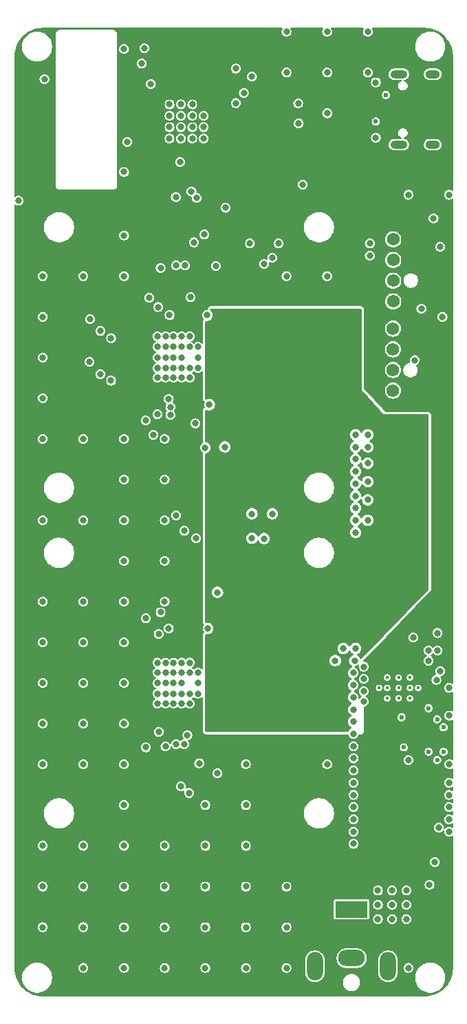
<source format=gbr>
%TF.GenerationSoftware,KiCad,Pcbnew,8.0.4*%
%TF.CreationDate,2024-11-04T18:40:42+01:00*%
%TF.ProjectId,BitForgeNano,42697446-6f72-4676-954e-616e6f2e6b69,rev?*%
%TF.SameCoordinates,Original*%
%TF.FileFunction,Copper,L3,Inr*%
%TF.FilePolarity,Positive*%
%FSLAX46Y46*%
G04 Gerber Fmt 4.6, Leading zero omitted, Abs format (unit mm)*
G04 Created by KiCad (PCBNEW 8.0.4) date 2024-11-04 18:40:42*
%MOMM*%
%LPD*%
G01*
G04 APERTURE LIST*
%TA.AperFunction,ComponentPad*%
%ADD10C,0.400000*%
%TD*%
%TA.AperFunction,ComponentPad*%
%ADD11O,2.100000X1.000000*%
%TD*%
%TA.AperFunction,ComponentPad*%
%ADD12O,1.800000X1.000000*%
%TD*%
%TA.AperFunction,ComponentPad*%
%ADD13R,4.000000X2.000000*%
%TD*%
%TA.AperFunction,ComponentPad*%
%ADD14O,2.000000X3.500000*%
%TD*%
%TA.AperFunction,ComponentPad*%
%ADD15O,3.300000X2.000000*%
%TD*%
%TA.AperFunction,ComponentPad*%
%ADD16C,1.574800*%
%TD*%
%TA.AperFunction,ViaPad*%
%ADD17C,0.800000*%
%TD*%
%TA.AperFunction,ViaPad*%
%ADD18C,0.600000*%
%TD*%
G04 APERTURE END LIST*
D10*
%TO.N,GND*%
%TO.C,U12*%
X94200000Y-126320000D03*
X92800000Y-126320000D03*
X91400000Y-126320000D03*
X95200000Y-127600000D03*
X94200000Y-127600000D03*
X92800000Y-127600000D03*
X91400000Y-127600000D03*
X90400000Y-127600000D03*
X94200000Y-128880000D03*
X92800000Y-128880000D03*
X91400000Y-128880000D03*
%TD*%
D11*
%TO.N,GND*%
%TO.C,J5*%
X92830000Y-60845000D03*
D12*
X97010000Y-60845000D03*
D11*
X92830000Y-52205000D03*
D12*
X97010000Y-52205000D03*
%TD*%
D13*
%TO.N,VIN*%
%TO.C,J1*%
X87000000Y-154800000D03*
D14*
%TO.N,GND*%
X82500000Y-161800000D03*
D15*
X87000000Y-160800000D03*
D14*
X91500000Y-161800000D03*
%TD*%
D16*
%TO.N,GND*%
%TO.C,J8*%
X92100000Y-83460000D03*
%TO.N,+5V*%
X92100000Y-86000000D03*
%TO.N,/Fan/FAN2_TACH*%
X92100000Y-88540000D03*
%TO.N,/Fan/FAN2_PWM*%
X92100000Y-91080000D03*
%TD*%
%TO.N,GND*%
%TO.C,J6*%
X92138851Y-72479400D03*
%TO.N,+5V*%
X92138851Y-75019400D03*
%TO.N,/Fan/FAN1_TACH*%
X92138851Y-77559400D03*
%TO.N,/Fan/FAN1_PWM*%
X92138851Y-80099400D03*
%TD*%
D17*
%TO.N,/Power/PGOOD*%
X79000000Y-77000000D03*
%TO.N,/Power/SMB_ALRT*%
X74500000Y-73000000D03*
X78000000Y-73000000D03*
%TO.N,GND*%
X99000000Y-145250000D03*
X99000000Y-143750000D03*
X99000000Y-142250000D03*
X99000000Y-140750000D03*
X99000000Y-139250000D03*
X87250000Y-146750000D03*
X87250000Y-145250000D03*
X87250000Y-143750000D03*
X87250000Y-142250000D03*
X87250000Y-140750000D03*
X87250000Y-139250000D03*
X87250000Y-137750000D03*
X87250000Y-136250000D03*
X87250000Y-134750000D03*
X87250000Y-133250000D03*
X87250000Y-131750000D03*
X89000000Y-102250000D03*
X89000000Y-107000000D03*
X89000000Y-100000000D03*
X89000000Y-104500000D03*
X89000000Y-98000000D03*
X89000000Y-96500000D03*
X87500000Y-96500000D03*
X87500000Y-98000000D03*
X87500000Y-99500000D03*
X87500000Y-101000000D03*
X87500000Y-102500000D03*
X87500000Y-104000000D03*
X87500000Y-105500000D03*
X87500000Y-107000000D03*
X87500000Y-108500000D03*
X99000000Y-67000000D03*
X94000000Y-67000000D03*
X84000000Y-57000000D03*
X89000000Y-52000000D03*
X79000000Y-52000000D03*
X84000000Y-52000000D03*
X79000000Y-47000000D03*
X89000000Y-47000000D03*
X84000000Y-47000000D03*
X84000000Y-77000000D03*
X94000000Y-162000000D03*
X84000000Y-137000000D03*
X79000000Y-162000000D03*
X79000000Y-157000000D03*
X79000000Y-152000000D03*
X59000000Y-162000000D03*
X64000000Y-162000000D03*
X74000000Y-162000000D03*
X69000000Y-162000000D03*
X54000000Y-162000000D03*
X59000000Y-157000000D03*
X49000000Y-157000000D03*
X64000000Y-157000000D03*
X74000000Y-157000000D03*
X69000000Y-157000000D03*
X54000000Y-157000000D03*
X59000000Y-152000000D03*
X49000000Y-152000000D03*
X64000000Y-152000000D03*
X74000000Y-152000000D03*
X69000000Y-152000000D03*
X54000000Y-152000000D03*
X49000000Y-147000000D03*
X54000000Y-147000000D03*
X69000000Y-142000000D03*
X74000000Y-137000000D03*
X74000000Y-142000000D03*
X74000000Y-147000000D03*
X69000000Y-147000000D03*
X64000000Y-147000000D03*
X59000000Y-147000000D03*
X59000000Y-142000000D03*
X64000000Y-117000000D03*
X64000000Y-112000000D03*
X64000000Y-107000000D03*
X64000000Y-97000000D03*
X64000000Y-102000000D03*
X59000000Y-102000000D03*
X59000000Y-112000000D03*
X49000000Y-82000000D03*
X49000000Y-87000000D03*
X49000000Y-92000000D03*
X59000000Y-72000000D03*
X54000000Y-77000000D03*
X59000000Y-77000000D03*
X49000000Y-77000000D03*
X54000000Y-97000000D03*
X59000000Y-97000000D03*
X49000000Y-97000000D03*
X54000000Y-137000000D03*
X59000000Y-137000000D03*
X49000000Y-137000000D03*
X54000000Y-132000000D03*
X59000000Y-132000000D03*
X49000000Y-132000000D03*
X54000000Y-127000000D03*
X59000000Y-127000000D03*
X49000000Y-127000000D03*
X54000000Y-122000000D03*
X59000000Y-122000000D03*
X49000000Y-122000000D03*
X54000000Y-117000000D03*
X59000000Y-117000000D03*
X49000000Y-117000000D03*
X59000000Y-107000000D03*
X54000000Y-107000000D03*
X49000000Y-107000000D03*
%TO.N,/SCL*%
X77250000Y-74750000D03*
%TO.N,/SDA*%
X89250000Y-74500000D03*
X76250000Y-75500000D03*
%TO.N,/SCL*%
X89250000Y-73000000D03*
%TO.N,/SDA*%
X76250000Y-109250000D03*
%TO.N,/SCL*%
X77250000Y-106200000D03*
X87500000Y-122750000D03*
X86000000Y-122750000D03*
%TO.N,/ESP32/INA_ALRT*%
X73750000Y-54500000D03*
%TO.N,/Power/SMB_ALRT*%
X94600000Y-121400000D03*
%TO.N,/ESP32/INA_ALRT*%
X96600000Y-151800000D03*
%TO.N,/SDA*%
X74750000Y-109212500D03*
%TO.N,/Power/SMB_ALRT*%
X72750000Y-55750000D03*
%TO.N,GND*%
X64500000Y-120300000D03*
X64600000Y-58700000D03*
X66000000Y-60100000D03*
X88500000Y-128000000D03*
X63100000Y-124500000D03*
X65100000Y-84400000D03*
X67100000Y-125700000D03*
X65100000Y-89500000D03*
X67100000Y-88300000D03*
X65100000Y-127000000D03*
X65100000Y-129500000D03*
X69306000Y-120300000D03*
X65100000Y-128300000D03*
X64100000Y-127000000D03*
X64100000Y-88300000D03*
X63100000Y-125700000D03*
X87250000Y-130250000D03*
X71400000Y-97987500D03*
X67100000Y-124500000D03*
X66100000Y-88300000D03*
X67400000Y-55900000D03*
X65100000Y-124500000D03*
X97916431Y-125529246D03*
X66100000Y-87000000D03*
X59400000Y-60500000D03*
X65100000Y-125700000D03*
X67100000Y-89500000D03*
X68100000Y-87000000D03*
X68800000Y-60100000D03*
X94800000Y-87325000D03*
X65100000Y-85700000D03*
X63500000Y-118305000D03*
X59000000Y-64200000D03*
X67100000Y-128300000D03*
X59000000Y-49100000D03*
X90000000Y-60000000D03*
X64600000Y-57300000D03*
X71500000Y-68600000D03*
X67100000Y-85700000D03*
X57400000Y-84620000D03*
X88500000Y-125000000D03*
X88500000Y-129250000D03*
X46000000Y-67750000D03*
X66100000Y-89500000D03*
X97900000Y-73400000D03*
X64600000Y-55900000D03*
X63100000Y-85700000D03*
X87250000Y-125750000D03*
X68100000Y-128300000D03*
X64100000Y-89500000D03*
X87250000Y-128750000D03*
X63500000Y-76000000D03*
X66000000Y-58700000D03*
X65400000Y-75700000D03*
X68800000Y-58700000D03*
X68250000Y-136850000D03*
X64600000Y-81800000D03*
X81000000Y-65750000D03*
X64100000Y-124500000D03*
X66100000Y-129500000D03*
X70500000Y-138100000D03*
X64500000Y-92100000D03*
X68945000Y-98080000D03*
X63100000Y-88300000D03*
X70300000Y-75750000D03*
X63100000Y-129500000D03*
X68100000Y-125700000D03*
X54800000Y-82300000D03*
X69500000Y-92800000D03*
X64600000Y-60100000D03*
X63100000Y-89500000D03*
X63100000Y-128300000D03*
X66100000Y-128300000D03*
X69206000Y-81800000D03*
X64100000Y-84400000D03*
X65100000Y-87000000D03*
X67400000Y-58700000D03*
X66000000Y-57300000D03*
X66100000Y-84400000D03*
X68800000Y-57300000D03*
X66100000Y-127000000D03*
X61200000Y-50900000D03*
X64100000Y-85700000D03*
X63100000Y-84400000D03*
X68100000Y-85700000D03*
X88500000Y-126500000D03*
X66100000Y-125700000D03*
X63100000Y-127000000D03*
X66000000Y-55900000D03*
X67400000Y-60100000D03*
X70500000Y-115855000D03*
X65375000Y-67300000D03*
X64100000Y-129500000D03*
X64100000Y-87000000D03*
X66400000Y-108300000D03*
X67100000Y-84400000D03*
X68100000Y-127000000D03*
X66100000Y-124500000D03*
X87250000Y-127250000D03*
X67400000Y-57300000D03*
X65100000Y-88300000D03*
X90000000Y-53200000D03*
X64100000Y-125700000D03*
X66100000Y-85700000D03*
X68100000Y-88300000D03*
X67100000Y-129500000D03*
X97100000Y-69900000D03*
X63100000Y-87000000D03*
X64100000Y-128300000D03*
%TO.N,VDD*%
X92500000Y-110000000D03*
X72600000Y-84500000D03*
X91000000Y-110000000D03*
X70600000Y-128300000D03*
X96000000Y-104000000D03*
X95500000Y-110000000D03*
X90500000Y-105500000D03*
X90500000Y-108500000D03*
X91000000Y-96500000D03*
X71600000Y-128300000D03*
X69600000Y-128300000D03*
X71600000Y-85680000D03*
X92500000Y-116000000D03*
X94000000Y-110000000D03*
X94000000Y-108500000D03*
X71600000Y-87000000D03*
X70600000Y-124500000D03*
X70600000Y-89500000D03*
X69600000Y-127000000D03*
X90500000Y-107000000D03*
X94000000Y-104000000D03*
X69600000Y-85680000D03*
X96000000Y-102500000D03*
X72600000Y-128300000D03*
X72600000Y-87000000D03*
X94000000Y-99500000D03*
X70600000Y-88300000D03*
X94000000Y-113000000D03*
X92500000Y-108500000D03*
X70600000Y-84400000D03*
X92500000Y-102500000D03*
X70600000Y-85680000D03*
X92500000Y-95000000D03*
X72600000Y-88300000D03*
X72600000Y-85700000D03*
X94000000Y-96500000D03*
X92500000Y-104000000D03*
X96000000Y-107000000D03*
X71600000Y-124500000D03*
X92500000Y-105500000D03*
X92500000Y-114500000D03*
X94000000Y-116000000D03*
X70600000Y-127000000D03*
X72600000Y-89500000D03*
X91000000Y-114500000D03*
X92500000Y-99500000D03*
X91000000Y-95000000D03*
X71600000Y-89500000D03*
X91000000Y-116000000D03*
X94000000Y-95000000D03*
X94000000Y-105500000D03*
X94000000Y-107000000D03*
X72600000Y-129500000D03*
X94000000Y-111500000D03*
X69600000Y-88300000D03*
X70600000Y-129500000D03*
X94000000Y-98000000D03*
X71600000Y-127000000D03*
X72600000Y-125700000D03*
X92500000Y-107000000D03*
X90500000Y-102500000D03*
X92500000Y-101000000D03*
X94000000Y-101000000D03*
X72600000Y-124500000D03*
X71600000Y-125700000D03*
X69600000Y-125700000D03*
X69600000Y-87000000D03*
X96000000Y-105500000D03*
X71600000Y-129500000D03*
X94000000Y-114500000D03*
X92500000Y-98000000D03*
X70600000Y-87000000D03*
X94000000Y-102500000D03*
X96000000Y-108500000D03*
X92500000Y-96500000D03*
X72600000Y-127000000D03*
X99000000Y-127600000D03*
X71600000Y-84400000D03*
X90500000Y-104000000D03*
X95500000Y-95000000D03*
X71600000Y-88300000D03*
X70600000Y-125700000D03*
%TO.N,/Domain/0V8*%
X63280000Y-133000000D03*
X62600000Y-96487500D03*
X63260000Y-120955000D03*
X63100000Y-93987500D03*
X63200000Y-80800000D03*
D18*
%TO.N,Net-(J5-CC1)*%
X90000000Y-58000000D03*
%TO.N,Net-(J5-CC2)*%
X91250000Y-54750000D03*
D17*
%TO.N,/ESP32/IO0*%
X49200000Y-52800000D03*
X62300000Y-53400000D03*
%TO.N,/Domain/1V2*%
X61700000Y-134900000D03*
X62100000Y-79650000D03*
X61670000Y-94737500D03*
X67797488Y-95102512D03*
X61700000Y-119055000D03*
%TO.N,/Power/AGND*%
X99050000Y-137000000D03*
X97457193Y-126607193D03*
X94000000Y-136450000D03*
%TO.N,Net-(U3-RI)*%
X66000000Y-139700000D03*
%TO.N,Net-(U12-BP1V5)*%
X97600000Y-123000000D03*
X99050000Y-131000000D03*
D18*
%TO.N,Net-(U12-EN{slash}UVLO)*%
X93150000Y-131200000D03*
X93450000Y-134900000D03*
D17*
%TO.N,/Domain/I_RO*%
X66500000Y-75700000D03*
%TO.N,/Domain/CLKI*%
X67198000Y-79600000D03*
%TO.N,/TX*%
X67300000Y-66600000D03*
%TO.N,/RX*%
X67917500Y-67400000D03*
%TO.N,/RST*%
X65900000Y-63000000D03*
%TO.N,/Domain/I_CI*%
X67600000Y-72850000D03*
%TO.N,/Domain/I_NRSTI*%
X68900000Y-71900000D03*
D18*
%TO.N,Net-(U12-MSEL1)*%
X96500000Y-135450000D03*
X96500000Y-130100000D03*
D17*
%TO.N,GND*%
X57400000Y-89850000D03*
X54750000Y-87550000D03*
%TO.N,/ESP32/VDD_SAMPLE_0*%
X61500000Y-49000000D03*
%TO.N,/Fan/FAN1_TACH*%
X98200000Y-82000000D03*
%TO.N,/Fan/FAN1_PWM*%
X95600000Y-81000000D03*
D18*
%TO.N,Net-(U12-ADRSEL)*%
X97540000Y-136450000D03*
X97540000Y-131450000D03*
%TO.N,Net-(U12-VSEL)*%
X98330000Y-132432407D03*
X98330000Y-135450000D03*
D17*
%TO.N,/SCL*%
X74750000Y-106200000D03*
X96500000Y-123000000D03*
X65400000Y-106400000D03*
X97750000Y-144750000D03*
X72750000Y-51500000D03*
%TO.N,/SDA*%
X85000000Y-124250000D03*
X67875000Y-109212500D03*
X74750000Y-52500000D03*
X96500000Y-124250000D03*
X97250000Y-149000000D03*
X87400000Y-124250000D03*
%TO.N,GND*%
X80439800Y-55800000D03*
%TO.N,VIN*%
X93750000Y-152500000D03*
X93750000Y-154250000D03*
X90250000Y-152500000D03*
X92000000Y-152500000D03*
X92000000Y-154250000D03*
X90250000Y-156000000D03*
X90250000Y-154250000D03*
X92000000Y-156000000D03*
X93750000Y-156000000D03*
%TO.N,Net-(U3-CO)*%
X67000000Y-140500000D03*
%TO.N,Net-(U3-CLKO)*%
X66800000Y-133400000D03*
%TO.N,Net-(U3-BO)*%
X66400000Y-134500000D03*
%TO.N,Net-(U3-TEMP_N)*%
X65400000Y-134500000D03*
%TO.N,3V3*%
X67600000Y-108300000D03*
X66900000Y-70300000D03*
D18*
X71400000Y-53000000D03*
D17*
X82000000Y-62500000D03*
X48750000Y-58000000D03*
X97000000Y-87900000D03*
X97400000Y-76750000D03*
D18*
X60250000Y-63750000D03*
D17*
X99100000Y-149500000D03*
X80500000Y-61000000D03*
X47750000Y-68000000D03*
X96000000Y-121450000D03*
X69850000Y-74450000D03*
X82000000Y-59500000D03*
X80500000Y-62500000D03*
X82000000Y-61000000D03*
X99000000Y-71700000D03*
%TO.N,Net-(U3-TEMP_P)*%
X64100000Y-134800000D03*
%TO.N,+5V*%
X80500000Y-58250000D03*
X56075000Y-83750000D03*
X56075000Y-89050000D03*
%TO.N,/Power/PGOOD*%
X97600000Y-120850000D03*
%TO.N,Net-(U9-TEMP_N)*%
X64700000Y-94037500D03*
%TO.N,Net-(U9-TEMP_P)*%
X64700000Y-93087497D03*
%TD*%
%TA.AperFunction,Conductor*%
%TO.N,3V3*%
G36*
X78425605Y-46500512D02*
G01*
X78483794Y-46519419D01*
X78519758Y-46568919D01*
X78519758Y-46630105D01*
X78504147Y-46659777D01*
X78475462Y-46697161D01*
X78414957Y-46843233D01*
X78414955Y-46843241D01*
X78394318Y-46999999D01*
X78394318Y-47000000D01*
X78414955Y-47156758D01*
X78414957Y-47156766D01*
X78475462Y-47302838D01*
X78475462Y-47302839D01*
X78571713Y-47428276D01*
X78571718Y-47428282D01*
X78697159Y-47524536D01*
X78697160Y-47524536D01*
X78697161Y-47524537D01*
X78830044Y-47579579D01*
X78843238Y-47585044D01*
X78960809Y-47600522D01*
X78999999Y-47605682D01*
X79000000Y-47605682D01*
X79000001Y-47605682D01*
X79031352Y-47601554D01*
X79156762Y-47585044D01*
X79302841Y-47524536D01*
X79428282Y-47428282D01*
X79524536Y-47302841D01*
X79585044Y-47156762D01*
X79605682Y-47000000D01*
X79585044Y-46843238D01*
X79560345Y-46783609D01*
X79524537Y-46697161D01*
X79524537Y-46697160D01*
X79495854Y-46659780D01*
X79475430Y-46602104D01*
X79492808Y-46543439D01*
X79541349Y-46506191D01*
X79574395Y-46500513D01*
X83425604Y-46500514D01*
X83483793Y-46519421D01*
X83519757Y-46568921D01*
X83519757Y-46630107D01*
X83504145Y-46659780D01*
X83475462Y-46697161D01*
X83414957Y-46843233D01*
X83414955Y-46843241D01*
X83394318Y-46999999D01*
X83394318Y-47000000D01*
X83414955Y-47156758D01*
X83414957Y-47156766D01*
X83475462Y-47302838D01*
X83475462Y-47302839D01*
X83571713Y-47428276D01*
X83571718Y-47428282D01*
X83697159Y-47524536D01*
X83697160Y-47524536D01*
X83697161Y-47524537D01*
X83830044Y-47579579D01*
X83843238Y-47585044D01*
X83960809Y-47600522D01*
X83999999Y-47605682D01*
X84000000Y-47605682D01*
X84000001Y-47605682D01*
X84031352Y-47601554D01*
X84156762Y-47585044D01*
X84302841Y-47524536D01*
X84428282Y-47428282D01*
X84524536Y-47302841D01*
X84585044Y-47156762D01*
X84605682Y-47000000D01*
X84585044Y-46843238D01*
X84560345Y-46783609D01*
X84524538Y-46697163D01*
X84524537Y-46697162D01*
X84524536Y-46697159D01*
X84495854Y-46659781D01*
X84475432Y-46602108D01*
X84492809Y-46543442D01*
X84541351Y-46506195D01*
X84574397Y-46500516D01*
X88425602Y-46500516D01*
X88483791Y-46519423D01*
X88519755Y-46568923D01*
X88519755Y-46630109D01*
X88504144Y-46659781D01*
X88475462Y-46697161D01*
X88414957Y-46843233D01*
X88414955Y-46843241D01*
X88394318Y-46999999D01*
X88394318Y-47000000D01*
X88414955Y-47156758D01*
X88414957Y-47156766D01*
X88475462Y-47302838D01*
X88475462Y-47302839D01*
X88571713Y-47428276D01*
X88571718Y-47428282D01*
X88697159Y-47524536D01*
X88697160Y-47524536D01*
X88697161Y-47524537D01*
X88830044Y-47579579D01*
X88843238Y-47585044D01*
X88960809Y-47600522D01*
X88999999Y-47605682D01*
X89000000Y-47605682D01*
X89000001Y-47605682D01*
X89031352Y-47601554D01*
X89156762Y-47585044D01*
X89302841Y-47524536D01*
X89428282Y-47428282D01*
X89524536Y-47302841D01*
X89585044Y-47156762D01*
X89605682Y-47000000D01*
X89585044Y-46843238D01*
X89560345Y-46783609D01*
X89524537Y-46697161D01*
X89524536Y-46697160D01*
X89524536Y-46697159D01*
X89495857Y-46659784D01*
X89475433Y-46602111D01*
X89492810Y-46543445D01*
X89541351Y-46506197D01*
X89574398Y-46500518D01*
X95914419Y-46500519D01*
X95914423Y-46500521D01*
X95934111Y-46500521D01*
X95997567Y-46500521D01*
X96002424Y-46500640D01*
X96031046Y-46502046D01*
X96338175Y-46517134D01*
X96347817Y-46518084D01*
X96677915Y-46567050D01*
X96687421Y-46568940D01*
X97011143Y-46650029D01*
X97020414Y-46652842D01*
X97334623Y-46765267D01*
X97343592Y-46768982D01*
X97645259Y-46911662D01*
X97653819Y-46916238D01*
X97940007Y-47087773D01*
X97940044Y-47087795D01*
X97948122Y-47093193D01*
X98216144Y-47291973D01*
X98223654Y-47298136D01*
X98470914Y-47522240D01*
X98477764Y-47529089D01*
X98701880Y-47776365D01*
X98708034Y-47783864D01*
X98906822Y-48051901D01*
X98912219Y-48059979D01*
X99041766Y-48276117D01*
X99083769Y-48346194D01*
X99088346Y-48354757D01*
X99225802Y-48645384D01*
X99231023Y-48656423D01*
X99234741Y-48665399D01*
X99347159Y-48979592D01*
X99349979Y-48988889D01*
X99431057Y-49312578D01*
X99432953Y-49322107D01*
X99481916Y-49652199D01*
X99482868Y-49661868D01*
X99489826Y-49803504D01*
X99499381Y-49998033D01*
X99499500Y-50002869D01*
X99499500Y-66425613D01*
X99480593Y-66483804D01*
X99431093Y-66519768D01*
X99369907Y-66519768D01*
X99340234Y-66504156D01*
X99302838Y-66475462D01*
X99156766Y-66414957D01*
X99156758Y-66414955D01*
X99000001Y-66394318D01*
X98999999Y-66394318D01*
X98843241Y-66414955D01*
X98843233Y-66414957D01*
X98697161Y-66475462D01*
X98697160Y-66475462D01*
X98571723Y-66571713D01*
X98571713Y-66571723D01*
X98475462Y-66697160D01*
X98475462Y-66697161D01*
X98414957Y-66843233D01*
X98414955Y-66843241D01*
X98394318Y-66999999D01*
X98394318Y-67000000D01*
X98414955Y-67156758D01*
X98414957Y-67156766D01*
X98475462Y-67302838D01*
X98475462Y-67302839D01*
X98561165Y-67414529D01*
X98571718Y-67428282D01*
X98697159Y-67524536D01*
X98697160Y-67524536D01*
X98697161Y-67524537D01*
X98774959Y-67556762D01*
X98843238Y-67585044D01*
X98960809Y-67600522D01*
X98999999Y-67605682D01*
X99000000Y-67605682D01*
X99000001Y-67605682D01*
X99031352Y-67601554D01*
X99156762Y-67585044D01*
X99302841Y-67524536D01*
X99340233Y-67495843D01*
X99397909Y-67475420D01*
X99456574Y-67492798D01*
X99493822Y-67541339D01*
X99499500Y-67574386D01*
X99499500Y-127025613D01*
X99480593Y-127083804D01*
X99431093Y-127119768D01*
X99369907Y-127119768D01*
X99340234Y-127104156D01*
X99302838Y-127075462D01*
X99156766Y-127014957D01*
X99156758Y-127014955D01*
X99000001Y-126994318D01*
X98999999Y-126994318D01*
X98843241Y-127014955D01*
X98843233Y-127014957D01*
X98697161Y-127075462D01*
X98697160Y-127075462D01*
X98571723Y-127171713D01*
X98571713Y-127171723D01*
X98475462Y-127297160D01*
X98475462Y-127297161D01*
X98414957Y-127443233D01*
X98414955Y-127443241D01*
X98394318Y-127599999D01*
X98394318Y-127600000D01*
X98414955Y-127756758D01*
X98414957Y-127756766D01*
X98475461Y-127902836D01*
X98475462Y-127902839D01*
X98571713Y-128028276D01*
X98571718Y-128028282D01*
X98697159Y-128124536D01*
X98697160Y-128124536D01*
X98697161Y-128124537D01*
X98794741Y-128164956D01*
X98843238Y-128185044D01*
X98960809Y-128200522D01*
X98999999Y-128205682D01*
X99000000Y-128205682D01*
X99000001Y-128205682D01*
X99031352Y-128201554D01*
X99156762Y-128185044D01*
X99302841Y-128124536D01*
X99340233Y-128095843D01*
X99397909Y-128075420D01*
X99456574Y-128092798D01*
X99493822Y-128141339D01*
X99499500Y-128174386D01*
X99499500Y-130388664D01*
X99480593Y-130446855D01*
X99431093Y-130482819D01*
X99369907Y-130482819D01*
X99358856Y-130477899D01*
X99358837Y-130477947D01*
X99206766Y-130414957D01*
X99206758Y-130414955D01*
X99050001Y-130394318D01*
X99049999Y-130394318D01*
X98893241Y-130414955D01*
X98893233Y-130414957D01*
X98747161Y-130475462D01*
X98747160Y-130475462D01*
X98621723Y-130571713D01*
X98621713Y-130571723D01*
X98525462Y-130697160D01*
X98525462Y-130697161D01*
X98464957Y-130843233D01*
X98464955Y-130843241D01*
X98444318Y-130999999D01*
X98444318Y-131000000D01*
X98464955Y-131156758D01*
X98464957Y-131156766D01*
X98525462Y-131302838D01*
X98525462Y-131302839D01*
X98611493Y-131414957D01*
X98621718Y-131428282D01*
X98747159Y-131524536D01*
X98893238Y-131585044D01*
X99010809Y-131600522D01*
X99049999Y-131605682D01*
X99050000Y-131605682D01*
X99050001Y-131605682D01*
X99081352Y-131601554D01*
X99206762Y-131585044D01*
X99260470Y-131562797D01*
X99358837Y-131522053D01*
X99359553Y-131523783D01*
X99410833Y-131512876D01*
X99466733Y-131537754D01*
X99497333Y-131590737D01*
X99499500Y-131611335D01*
X99499500Y-136388664D01*
X99480593Y-136446855D01*
X99431093Y-136482819D01*
X99369907Y-136482819D01*
X99358856Y-136477899D01*
X99358837Y-136477947D01*
X99206766Y-136414957D01*
X99206758Y-136414955D01*
X99050001Y-136394318D01*
X99049999Y-136394318D01*
X98893241Y-136414955D01*
X98893233Y-136414957D01*
X98747161Y-136475462D01*
X98747160Y-136475462D01*
X98621723Y-136571713D01*
X98621713Y-136571723D01*
X98525462Y-136697160D01*
X98525462Y-136697161D01*
X98464957Y-136843233D01*
X98464955Y-136843241D01*
X98444318Y-136999999D01*
X98444318Y-137000000D01*
X98464955Y-137156758D01*
X98464957Y-137156766D01*
X98525462Y-137302838D01*
X98525462Y-137302839D01*
X98580477Y-137374536D01*
X98621718Y-137428282D01*
X98747159Y-137524536D01*
X98893238Y-137585044D01*
X99010809Y-137600522D01*
X99049999Y-137605682D01*
X99050000Y-137605682D01*
X99050001Y-137605682D01*
X99081352Y-137601554D01*
X99206762Y-137585044D01*
X99260470Y-137562797D01*
X99358837Y-137522053D01*
X99359553Y-137523783D01*
X99410833Y-137512876D01*
X99466733Y-137537754D01*
X99497333Y-137590737D01*
X99499500Y-137611335D01*
X99499500Y-138675613D01*
X99480593Y-138733804D01*
X99431093Y-138769768D01*
X99369907Y-138769768D01*
X99340234Y-138754156D01*
X99302838Y-138725462D01*
X99156766Y-138664957D01*
X99156758Y-138664955D01*
X99000001Y-138644318D01*
X98999999Y-138644318D01*
X98843241Y-138664955D01*
X98843233Y-138664957D01*
X98697161Y-138725462D01*
X98697160Y-138725462D01*
X98571723Y-138821713D01*
X98571713Y-138821723D01*
X98475462Y-138947160D01*
X98475462Y-138947161D01*
X98414957Y-139093233D01*
X98414955Y-139093241D01*
X98394318Y-139249999D01*
X98394318Y-139250000D01*
X98414955Y-139406758D01*
X98414957Y-139406766D01*
X98475462Y-139552838D01*
X98475462Y-139552839D01*
X98571713Y-139678276D01*
X98571718Y-139678282D01*
X98697159Y-139774536D01*
X98843238Y-139835044D01*
X98960809Y-139850522D01*
X98999999Y-139855682D01*
X99000000Y-139855682D01*
X99000001Y-139855682D01*
X99031352Y-139851554D01*
X99156762Y-139835044D01*
X99302841Y-139774536D01*
X99340233Y-139745843D01*
X99397909Y-139725420D01*
X99456574Y-139742798D01*
X99493822Y-139791339D01*
X99499500Y-139824386D01*
X99499500Y-140175613D01*
X99480593Y-140233804D01*
X99431093Y-140269768D01*
X99369907Y-140269768D01*
X99340234Y-140254156D01*
X99302838Y-140225462D01*
X99156766Y-140164957D01*
X99156758Y-140164955D01*
X99000001Y-140144318D01*
X98999999Y-140144318D01*
X98843241Y-140164955D01*
X98843233Y-140164957D01*
X98697161Y-140225462D01*
X98697160Y-140225462D01*
X98571723Y-140321713D01*
X98571713Y-140321723D01*
X98475462Y-140447160D01*
X98475462Y-140447161D01*
X98414957Y-140593233D01*
X98414955Y-140593241D01*
X98394318Y-140749999D01*
X98394318Y-140750000D01*
X98414955Y-140906758D01*
X98414957Y-140906766D01*
X98475462Y-141052838D01*
X98475462Y-141052839D01*
X98571713Y-141178276D01*
X98571718Y-141178282D01*
X98697159Y-141274536D01*
X98843238Y-141335044D01*
X98960809Y-141350522D01*
X98999999Y-141355682D01*
X99000000Y-141355682D01*
X99000001Y-141355682D01*
X99031352Y-141351554D01*
X99156762Y-141335044D01*
X99302841Y-141274536D01*
X99340233Y-141245843D01*
X99397909Y-141225420D01*
X99456574Y-141242798D01*
X99493822Y-141291339D01*
X99499500Y-141324386D01*
X99499500Y-141675613D01*
X99480593Y-141733804D01*
X99431093Y-141769768D01*
X99369907Y-141769768D01*
X99340234Y-141754156D01*
X99302838Y-141725462D01*
X99156766Y-141664957D01*
X99156758Y-141664955D01*
X99000001Y-141644318D01*
X98999999Y-141644318D01*
X98843241Y-141664955D01*
X98843233Y-141664957D01*
X98697161Y-141725462D01*
X98697160Y-141725462D01*
X98571723Y-141821713D01*
X98571713Y-141821723D01*
X98475462Y-141947160D01*
X98475462Y-141947161D01*
X98414957Y-142093233D01*
X98414955Y-142093241D01*
X98394318Y-142249999D01*
X98394318Y-142250000D01*
X98414955Y-142406758D01*
X98414957Y-142406766D01*
X98475462Y-142552838D01*
X98475462Y-142552839D01*
X98571713Y-142678276D01*
X98571718Y-142678282D01*
X98697159Y-142774536D01*
X98843238Y-142835044D01*
X98960809Y-142850522D01*
X98999999Y-142855682D01*
X99000000Y-142855682D01*
X99000001Y-142855682D01*
X99031352Y-142851554D01*
X99156762Y-142835044D01*
X99302841Y-142774536D01*
X99340233Y-142745843D01*
X99397909Y-142725420D01*
X99456574Y-142742798D01*
X99493822Y-142791339D01*
X99499500Y-142824386D01*
X99499500Y-143175613D01*
X99480593Y-143233804D01*
X99431093Y-143269768D01*
X99369907Y-143269768D01*
X99340234Y-143254156D01*
X99302838Y-143225462D01*
X99156766Y-143164957D01*
X99156758Y-143164955D01*
X99000001Y-143144318D01*
X98999999Y-143144318D01*
X98843241Y-143164955D01*
X98843233Y-143164957D01*
X98697161Y-143225462D01*
X98697160Y-143225462D01*
X98571723Y-143321713D01*
X98571713Y-143321723D01*
X98475462Y-143447160D01*
X98475462Y-143447161D01*
X98414957Y-143593233D01*
X98414955Y-143593241D01*
X98394318Y-143749999D01*
X98394318Y-143750000D01*
X98414955Y-143906758D01*
X98414957Y-143906766D01*
X98475462Y-144052838D01*
X98475462Y-144052839D01*
X98561493Y-144164957D01*
X98571718Y-144178282D01*
X98697159Y-144274536D01*
X98843238Y-144335044D01*
X98960809Y-144350522D01*
X98999999Y-144355682D01*
X99000000Y-144355682D01*
X99000001Y-144355682D01*
X99031352Y-144351554D01*
X99156762Y-144335044D01*
X99302841Y-144274536D01*
X99340233Y-144245843D01*
X99397909Y-144225420D01*
X99456574Y-144242798D01*
X99493822Y-144291339D01*
X99499500Y-144324386D01*
X99499500Y-144675613D01*
X99480593Y-144733804D01*
X99431093Y-144769768D01*
X99369907Y-144769768D01*
X99340234Y-144754156D01*
X99302838Y-144725462D01*
X99156766Y-144664957D01*
X99156758Y-144664955D01*
X99000001Y-144644318D01*
X98999999Y-144644318D01*
X98843241Y-144664955D01*
X98843233Y-144664957D01*
X98697161Y-144725462D01*
X98697160Y-144725462D01*
X98571723Y-144821713D01*
X98571713Y-144821723D01*
X98524463Y-144883302D01*
X98474039Y-144917958D01*
X98412874Y-144916357D01*
X98364333Y-144879109D01*
X98346955Y-144820444D01*
X98347768Y-144810113D01*
X98355682Y-144750000D01*
X98355682Y-144749999D01*
X98335044Y-144593241D01*
X98335044Y-144593238D01*
X98274537Y-144447161D01*
X98274537Y-144447160D01*
X98178286Y-144321723D01*
X98178285Y-144321722D01*
X98178282Y-144321718D01*
X98178277Y-144321714D01*
X98178276Y-144321713D01*
X98052838Y-144225462D01*
X97906766Y-144164957D01*
X97906758Y-144164955D01*
X97750001Y-144144318D01*
X97749999Y-144144318D01*
X97593241Y-144164955D01*
X97593233Y-144164957D01*
X97447161Y-144225462D01*
X97447160Y-144225462D01*
X97321723Y-144321713D01*
X97321713Y-144321723D01*
X97225462Y-144447160D01*
X97225462Y-144447161D01*
X97164957Y-144593233D01*
X97164955Y-144593241D01*
X97144318Y-144749999D01*
X97144318Y-144750000D01*
X97164955Y-144906758D01*
X97164957Y-144906766D01*
X97225462Y-145052838D01*
X97225462Y-145052839D01*
X97274463Y-145116698D01*
X97321718Y-145178282D01*
X97447159Y-145274536D01*
X97593238Y-145335044D01*
X97710809Y-145350522D01*
X97749999Y-145355682D01*
X97750000Y-145355682D01*
X97750001Y-145355682D01*
X97781352Y-145351554D01*
X97906762Y-145335044D01*
X98052841Y-145274536D01*
X98178282Y-145178282D01*
X98225539Y-145116695D01*
X98275959Y-145082041D01*
X98337123Y-145083642D01*
X98385665Y-145120888D01*
X98403044Y-145179554D01*
X98402231Y-145189885D01*
X98394318Y-145249997D01*
X98394318Y-145250000D01*
X98414955Y-145406758D01*
X98414957Y-145406766D01*
X98475462Y-145552838D01*
X98475462Y-145552839D01*
X98571713Y-145678276D01*
X98571718Y-145678282D01*
X98697159Y-145774536D01*
X98843238Y-145835044D01*
X98960809Y-145850522D01*
X98999999Y-145855682D01*
X99000000Y-145855682D01*
X99000001Y-145855682D01*
X99031352Y-145851554D01*
X99156762Y-145835044D01*
X99302841Y-145774536D01*
X99340233Y-145745843D01*
X99397909Y-145725420D01*
X99456574Y-145742798D01*
X99493822Y-145791339D01*
X99499500Y-145824386D01*
X99499500Y-161997554D01*
X99499381Y-162002413D01*
X99482882Y-162338150D01*
X99481929Y-162347818D01*
X99432963Y-162677894D01*
X99431068Y-162687423D01*
X99349983Y-163011119D01*
X99347163Y-163020416D01*
X99234740Y-163334608D01*
X99231022Y-163343584D01*
X99088345Y-163645244D01*
X99083765Y-163653812D01*
X98912209Y-163940033D01*
X98906811Y-163948111D01*
X98708026Y-164216139D01*
X98701863Y-164223648D01*
X98477769Y-164470899D01*
X98470899Y-164477769D01*
X98223648Y-164701863D01*
X98216139Y-164708026D01*
X97948111Y-164906811D01*
X97940033Y-164912209D01*
X97653812Y-165083765D01*
X97645244Y-165088345D01*
X97343584Y-165231022D01*
X97334608Y-165234740D01*
X97020416Y-165347163D01*
X97011119Y-165349983D01*
X96687423Y-165431068D01*
X96677894Y-165432963D01*
X96347818Y-165481929D01*
X96338150Y-165482882D01*
X96002412Y-165499381D01*
X95997555Y-165499500D01*
X95934100Y-165499501D01*
X95934098Y-165499501D01*
X49072449Y-165499529D01*
X49071981Y-165499500D01*
X49065892Y-165499500D01*
X49002436Y-165499500D01*
X48997578Y-165499381D01*
X48661838Y-165482887D01*
X48652170Y-165481934D01*
X48322096Y-165432972D01*
X48312567Y-165431077D01*
X47988868Y-165349995D01*
X47979571Y-165347175D01*
X47979537Y-165347163D01*
X47907144Y-165321260D01*
X47665378Y-165234754D01*
X47656402Y-165231036D01*
X47354741Y-165088361D01*
X47346173Y-165083781D01*
X47059950Y-164912226D01*
X47051872Y-164906828D01*
X46783849Y-164708048D01*
X46776339Y-164701885D01*
X46529083Y-164477786D01*
X46522218Y-164470921D01*
X46298114Y-164223660D01*
X46291951Y-164216150D01*
X46093171Y-163948127D01*
X46087773Y-163940049D01*
X46087763Y-163940033D01*
X45916216Y-163653823D01*
X45911638Y-163645258D01*
X45911631Y-163645244D01*
X45768961Y-163343594D01*
X45765245Y-163334621D01*
X45673682Y-163078721D01*
X46449500Y-163078721D01*
X46449500Y-163321300D01*
X46481161Y-163561792D01*
X46481161Y-163561797D01*
X46508157Y-163662546D01*
X46531724Y-163750500D01*
X46543944Y-163796103D01*
X46543948Y-163796116D01*
X46636772Y-164020215D01*
X46636774Y-164020219D01*
X46636776Y-164020223D01*
X46758064Y-164230300D01*
X46758066Y-164230303D01*
X46905729Y-164422742D01*
X46905731Y-164422744D01*
X46905735Y-164422749D01*
X47077262Y-164594276D01*
X47077266Y-164594279D01*
X47077268Y-164594281D01*
X47221756Y-164705150D01*
X47269711Y-164741947D01*
X47479788Y-164863235D01*
X47703900Y-164956065D01*
X47938211Y-165018849D01*
X48178712Y-165050511D01*
X48178713Y-165050511D01*
X48421287Y-165050511D01*
X48421288Y-165050511D01*
X48661789Y-165018849D01*
X48896100Y-164956065D01*
X49120212Y-164863235D01*
X49330289Y-164741947D01*
X49522738Y-164594276D01*
X49694265Y-164422749D01*
X49841936Y-164230300D01*
X49963224Y-164020223D01*
X50056054Y-163796111D01*
X50118838Y-163561800D01*
X50150500Y-163321299D01*
X50150500Y-163078723D01*
X50118838Y-162838222D01*
X50056054Y-162603911D01*
X49963224Y-162379799D01*
X49841936Y-162169722D01*
X49831995Y-162156766D01*
X49711704Y-161999999D01*
X53394318Y-161999999D01*
X53394318Y-162000000D01*
X53414955Y-162156758D01*
X53414957Y-162156766D01*
X53475462Y-162302838D01*
X53475462Y-162302839D01*
X53534521Y-162379806D01*
X53571718Y-162428282D01*
X53697159Y-162524536D01*
X53843238Y-162585044D01*
X53960809Y-162600522D01*
X53999999Y-162605682D01*
X54000000Y-162605682D01*
X54000001Y-162605682D01*
X54031352Y-162601554D01*
X54156762Y-162585044D01*
X54302841Y-162524536D01*
X54428282Y-162428282D01*
X54524536Y-162302841D01*
X54585044Y-162156762D01*
X54605682Y-162000000D01*
X54605682Y-161999999D01*
X58394318Y-161999999D01*
X58394318Y-162000000D01*
X58414955Y-162156758D01*
X58414957Y-162156766D01*
X58475462Y-162302838D01*
X58475462Y-162302839D01*
X58534521Y-162379806D01*
X58571718Y-162428282D01*
X58697159Y-162524536D01*
X58843238Y-162585044D01*
X58960809Y-162600522D01*
X58999999Y-162605682D01*
X59000000Y-162605682D01*
X59000001Y-162605682D01*
X59031352Y-162601554D01*
X59156762Y-162585044D01*
X59302841Y-162524536D01*
X59428282Y-162428282D01*
X59524536Y-162302841D01*
X59585044Y-162156762D01*
X59605682Y-162000000D01*
X59605682Y-161999999D01*
X63394318Y-161999999D01*
X63394318Y-162000000D01*
X63414955Y-162156758D01*
X63414957Y-162156766D01*
X63475462Y-162302838D01*
X63475462Y-162302839D01*
X63534521Y-162379806D01*
X63571718Y-162428282D01*
X63697159Y-162524536D01*
X63843238Y-162585044D01*
X63960809Y-162600522D01*
X63999999Y-162605682D01*
X64000000Y-162605682D01*
X64000001Y-162605682D01*
X64031352Y-162601554D01*
X64156762Y-162585044D01*
X64302841Y-162524536D01*
X64428282Y-162428282D01*
X64524536Y-162302841D01*
X64585044Y-162156762D01*
X64605682Y-162000000D01*
X64605682Y-161999999D01*
X68394318Y-161999999D01*
X68394318Y-162000000D01*
X68414955Y-162156758D01*
X68414957Y-162156766D01*
X68475462Y-162302838D01*
X68475462Y-162302839D01*
X68534521Y-162379806D01*
X68571718Y-162428282D01*
X68697159Y-162524536D01*
X68843238Y-162585044D01*
X68960809Y-162600522D01*
X68999999Y-162605682D01*
X69000000Y-162605682D01*
X69000001Y-162605682D01*
X69031352Y-162601554D01*
X69156762Y-162585044D01*
X69302841Y-162524536D01*
X69428282Y-162428282D01*
X69524536Y-162302841D01*
X69585044Y-162156762D01*
X69605682Y-162000000D01*
X69605682Y-161999999D01*
X73394318Y-161999999D01*
X73394318Y-162000000D01*
X73414955Y-162156758D01*
X73414957Y-162156766D01*
X73475462Y-162302838D01*
X73475462Y-162302839D01*
X73534521Y-162379806D01*
X73571718Y-162428282D01*
X73697159Y-162524536D01*
X73843238Y-162585044D01*
X73960809Y-162600522D01*
X73999999Y-162605682D01*
X74000000Y-162605682D01*
X74000001Y-162605682D01*
X74031352Y-162601554D01*
X74156762Y-162585044D01*
X74302841Y-162524536D01*
X74428282Y-162428282D01*
X74524536Y-162302841D01*
X74585044Y-162156762D01*
X74605682Y-162000000D01*
X74605682Y-161999999D01*
X78394318Y-161999999D01*
X78394318Y-162000000D01*
X78414955Y-162156758D01*
X78414957Y-162156766D01*
X78475462Y-162302838D01*
X78475462Y-162302839D01*
X78534521Y-162379806D01*
X78571718Y-162428282D01*
X78697159Y-162524536D01*
X78843238Y-162585044D01*
X78960809Y-162600522D01*
X78999999Y-162605682D01*
X79000000Y-162605682D01*
X79000001Y-162605682D01*
X79031352Y-162601554D01*
X79156762Y-162585044D01*
X79302841Y-162524536D01*
X79428282Y-162428282D01*
X79524536Y-162302841D01*
X79585044Y-162156762D01*
X79605682Y-162000000D01*
X79585044Y-161843238D01*
X79524537Y-161697161D01*
X79524537Y-161697160D01*
X79428286Y-161571723D01*
X79428285Y-161571722D01*
X79428282Y-161571718D01*
X79428277Y-161571714D01*
X79428276Y-161571713D01*
X79302838Y-161475462D01*
X79156766Y-161414957D01*
X79156758Y-161414955D01*
X79000001Y-161394318D01*
X78999999Y-161394318D01*
X78843241Y-161414955D01*
X78843233Y-161414957D01*
X78697161Y-161475462D01*
X78697160Y-161475462D01*
X78571723Y-161571713D01*
X78571713Y-161571723D01*
X78475462Y-161697160D01*
X78475462Y-161697161D01*
X78414957Y-161843233D01*
X78414955Y-161843241D01*
X78394318Y-161999999D01*
X74605682Y-161999999D01*
X74585044Y-161843238D01*
X74524537Y-161697161D01*
X74524537Y-161697160D01*
X74428286Y-161571723D01*
X74428285Y-161571722D01*
X74428282Y-161571718D01*
X74428277Y-161571714D01*
X74428276Y-161571713D01*
X74302838Y-161475462D01*
X74156766Y-161414957D01*
X74156758Y-161414955D01*
X74000001Y-161394318D01*
X73999999Y-161394318D01*
X73843241Y-161414955D01*
X73843233Y-161414957D01*
X73697161Y-161475462D01*
X73697160Y-161475462D01*
X73571723Y-161571713D01*
X73571713Y-161571723D01*
X73475462Y-161697160D01*
X73475462Y-161697161D01*
X73414957Y-161843233D01*
X73414955Y-161843241D01*
X73394318Y-161999999D01*
X69605682Y-161999999D01*
X69585044Y-161843238D01*
X69524537Y-161697161D01*
X69524537Y-161697160D01*
X69428286Y-161571723D01*
X69428285Y-161571722D01*
X69428282Y-161571718D01*
X69428277Y-161571714D01*
X69428276Y-161571713D01*
X69302838Y-161475462D01*
X69156766Y-161414957D01*
X69156758Y-161414955D01*
X69000001Y-161394318D01*
X68999999Y-161394318D01*
X68843241Y-161414955D01*
X68843233Y-161414957D01*
X68697161Y-161475462D01*
X68697160Y-161475462D01*
X68571723Y-161571713D01*
X68571713Y-161571723D01*
X68475462Y-161697160D01*
X68475462Y-161697161D01*
X68414957Y-161843233D01*
X68414955Y-161843241D01*
X68394318Y-161999999D01*
X64605682Y-161999999D01*
X64585044Y-161843238D01*
X64524537Y-161697161D01*
X64524537Y-161697160D01*
X64428286Y-161571723D01*
X64428285Y-161571722D01*
X64428282Y-161571718D01*
X64428277Y-161571714D01*
X64428276Y-161571713D01*
X64302838Y-161475462D01*
X64156766Y-161414957D01*
X64156758Y-161414955D01*
X64000001Y-161394318D01*
X63999999Y-161394318D01*
X63843241Y-161414955D01*
X63843233Y-161414957D01*
X63697161Y-161475462D01*
X63697160Y-161475462D01*
X63571723Y-161571713D01*
X63571713Y-161571723D01*
X63475462Y-161697160D01*
X63475462Y-161697161D01*
X63414957Y-161843233D01*
X63414955Y-161843241D01*
X63394318Y-161999999D01*
X59605682Y-161999999D01*
X59585044Y-161843238D01*
X59524537Y-161697161D01*
X59524537Y-161697160D01*
X59428286Y-161571723D01*
X59428285Y-161571722D01*
X59428282Y-161571718D01*
X59428277Y-161571714D01*
X59428276Y-161571713D01*
X59302838Y-161475462D01*
X59156766Y-161414957D01*
X59156758Y-161414955D01*
X59000001Y-161394318D01*
X58999999Y-161394318D01*
X58843241Y-161414955D01*
X58843233Y-161414957D01*
X58697161Y-161475462D01*
X58697160Y-161475462D01*
X58571723Y-161571713D01*
X58571713Y-161571723D01*
X58475462Y-161697160D01*
X58475462Y-161697161D01*
X58414957Y-161843233D01*
X58414955Y-161843241D01*
X58394318Y-161999999D01*
X54605682Y-161999999D01*
X54585044Y-161843238D01*
X54524537Y-161697161D01*
X54524537Y-161697160D01*
X54428286Y-161571723D01*
X54428285Y-161571722D01*
X54428282Y-161571718D01*
X54428277Y-161571714D01*
X54428276Y-161571713D01*
X54302838Y-161475462D01*
X54156766Y-161414957D01*
X54156758Y-161414955D01*
X54000001Y-161394318D01*
X53999999Y-161394318D01*
X53843241Y-161414955D01*
X53843233Y-161414957D01*
X53697161Y-161475462D01*
X53697160Y-161475462D01*
X53571723Y-161571713D01*
X53571713Y-161571723D01*
X53475462Y-161697160D01*
X53475462Y-161697161D01*
X53414957Y-161843233D01*
X53414955Y-161843241D01*
X53394318Y-161999999D01*
X49711704Y-161999999D01*
X49694270Y-161977279D01*
X49694268Y-161977277D01*
X49694265Y-161977273D01*
X49522738Y-161805746D01*
X49522733Y-161805742D01*
X49522731Y-161805740D01*
X49330292Y-161658077D01*
X49330289Y-161658075D01*
X49120212Y-161536787D01*
X49120208Y-161536785D01*
X49120204Y-161536783D01*
X48896105Y-161443959D01*
X48896104Y-161443958D01*
X48896100Y-161443957D01*
X48661789Y-161381173D01*
X48661786Y-161381172D01*
X48661784Y-161381172D01*
X48421289Y-161349511D01*
X48421288Y-161349511D01*
X48178712Y-161349511D01*
X48178710Y-161349511D01*
X47938218Y-161381172D01*
X47938213Y-161381172D01*
X47703907Y-161443955D01*
X47703894Y-161443959D01*
X47479795Y-161536783D01*
X47269707Y-161658077D01*
X47077268Y-161805740D01*
X46905729Y-161977279D01*
X46758066Y-162169718D01*
X46636772Y-162379806D01*
X46543948Y-162603905D01*
X46543944Y-162603918D01*
X46481161Y-162838224D01*
X46481161Y-162838229D01*
X46449500Y-163078721D01*
X45673682Y-163078721D01*
X45652820Y-163020415D01*
X45650008Y-163011144D01*
X45568919Y-162687421D01*
X45567029Y-162677915D01*
X45518063Y-162347815D01*
X45517113Y-162338175D01*
X45500626Y-162002584D01*
X45500508Y-161997807D01*
X45500508Y-160955515D01*
X81299500Y-160955515D01*
X81299500Y-162644484D01*
X81329058Y-162831113D01*
X81387453Y-163010832D01*
X81448347Y-163130345D01*
X81473240Y-163179199D01*
X81584310Y-163332073D01*
X81717927Y-163465690D01*
X81870801Y-163576760D01*
X82039168Y-163662547D01*
X82218882Y-163720940D01*
X82218883Y-163720940D01*
X82218886Y-163720941D01*
X82405516Y-163750500D01*
X82405519Y-163750500D01*
X82594484Y-163750500D01*
X82781113Y-163720941D01*
X82781114Y-163720940D01*
X82781118Y-163720940D01*
X82856238Y-163696532D01*
X85949500Y-163696532D01*
X85949500Y-163903467D01*
X85989869Y-164106418D01*
X86069058Y-164297597D01*
X86184020Y-164469651D01*
X86184023Y-164469655D01*
X86330345Y-164615977D01*
X86502402Y-164730941D01*
X86693580Y-164810130D01*
X86896535Y-164850500D01*
X86896536Y-164850500D01*
X87103464Y-164850500D01*
X87103465Y-164850500D01*
X87306420Y-164810130D01*
X87497598Y-164730941D01*
X87669655Y-164615977D01*
X87815977Y-164469655D01*
X87930941Y-164297598D01*
X88010130Y-164106420D01*
X88050500Y-163903465D01*
X88050500Y-163696535D01*
X88010130Y-163493580D01*
X87930941Y-163302402D01*
X87815977Y-163130345D01*
X87669655Y-162984023D01*
X87669651Y-162984020D01*
X87497597Y-162869058D01*
X87306418Y-162789869D01*
X87103467Y-162749500D01*
X87103465Y-162749500D01*
X86896535Y-162749500D01*
X86896532Y-162749500D01*
X86693581Y-162789869D01*
X86502402Y-162869058D01*
X86330348Y-162984020D01*
X86184020Y-163130348D01*
X86069058Y-163302402D01*
X85989869Y-163493581D01*
X85949500Y-163696532D01*
X82856238Y-163696532D01*
X82960832Y-163662547D01*
X83129199Y-163576760D01*
X83282073Y-163465690D01*
X83415690Y-163332073D01*
X83526760Y-163179199D01*
X83612547Y-163010832D01*
X83670940Y-162831118D01*
X83683867Y-162749500D01*
X83700500Y-162644484D01*
X83700500Y-160955515D01*
X83670941Y-160768886D01*
X83650352Y-160705519D01*
X83650351Y-160705515D01*
X85149500Y-160705515D01*
X85149500Y-160894484D01*
X85179058Y-161081113D01*
X85237453Y-161260832D01*
X85315982Y-161414956D01*
X85323240Y-161429199D01*
X85434310Y-161582073D01*
X85567927Y-161715690D01*
X85720801Y-161826760D01*
X85889168Y-161912547D01*
X86068882Y-161970940D01*
X86068883Y-161970940D01*
X86068886Y-161970941D01*
X86255516Y-162000500D01*
X86255519Y-162000500D01*
X87744484Y-162000500D01*
X87931113Y-161970941D01*
X87931114Y-161970940D01*
X87931118Y-161970940D01*
X88110832Y-161912547D01*
X88279199Y-161826760D01*
X88432073Y-161715690D01*
X88565690Y-161582073D01*
X88676760Y-161429199D01*
X88762547Y-161260832D01*
X88820940Y-161081118D01*
X88840833Y-160955519D01*
X88840834Y-160955515D01*
X90299500Y-160955515D01*
X90299500Y-162644484D01*
X90329058Y-162831113D01*
X90387453Y-163010832D01*
X90448347Y-163130345D01*
X90473240Y-163179199D01*
X90584310Y-163332073D01*
X90717927Y-163465690D01*
X90870801Y-163576760D01*
X91039168Y-163662547D01*
X91218882Y-163720940D01*
X91218883Y-163720940D01*
X91218886Y-163720941D01*
X91405516Y-163750500D01*
X91405519Y-163750500D01*
X91594484Y-163750500D01*
X91781113Y-163720941D01*
X91781114Y-163720940D01*
X91781118Y-163720940D01*
X91960832Y-163662547D01*
X92129199Y-163576760D01*
X92282073Y-163465690D01*
X92415690Y-163332073D01*
X92526760Y-163179199D01*
X92577956Y-163078721D01*
X94849500Y-163078721D01*
X94849500Y-163321300D01*
X94881161Y-163561792D01*
X94881161Y-163561797D01*
X94908157Y-163662546D01*
X94931724Y-163750500D01*
X94943944Y-163796103D01*
X94943948Y-163796116D01*
X95036772Y-164020215D01*
X95036774Y-164020219D01*
X95036776Y-164020223D01*
X95158064Y-164230300D01*
X95158066Y-164230303D01*
X95305729Y-164422742D01*
X95305731Y-164422744D01*
X95305735Y-164422749D01*
X95477262Y-164594276D01*
X95477266Y-164594279D01*
X95477268Y-164594281D01*
X95621756Y-164705150D01*
X95669711Y-164741947D01*
X95879788Y-164863235D01*
X96103900Y-164956065D01*
X96338211Y-165018849D01*
X96578712Y-165050511D01*
X96578713Y-165050511D01*
X96821287Y-165050511D01*
X96821288Y-165050511D01*
X97061789Y-165018849D01*
X97296100Y-164956065D01*
X97520212Y-164863235D01*
X97730289Y-164741947D01*
X97922738Y-164594276D01*
X98094265Y-164422749D01*
X98241936Y-164230300D01*
X98363224Y-164020223D01*
X98456054Y-163796111D01*
X98518838Y-163561800D01*
X98550500Y-163321299D01*
X98550500Y-163078723D01*
X98518838Y-162838222D01*
X98456054Y-162603911D01*
X98363224Y-162379799D01*
X98241936Y-162169722D01*
X98231995Y-162156766D01*
X98094270Y-161977279D01*
X98094268Y-161977277D01*
X98094265Y-161977273D01*
X97922738Y-161805746D01*
X97922733Y-161805742D01*
X97922731Y-161805740D01*
X97730292Y-161658077D01*
X97730289Y-161658075D01*
X97520212Y-161536787D01*
X97520208Y-161536785D01*
X97520204Y-161536783D01*
X97296105Y-161443959D01*
X97296104Y-161443958D01*
X97296100Y-161443957D01*
X97061789Y-161381173D01*
X97061786Y-161381172D01*
X97061784Y-161381172D01*
X96821289Y-161349511D01*
X96821288Y-161349511D01*
X96578712Y-161349511D01*
X96578710Y-161349511D01*
X96338218Y-161381172D01*
X96338213Y-161381172D01*
X96103907Y-161443955D01*
X96103894Y-161443959D01*
X95879795Y-161536783D01*
X95669707Y-161658077D01*
X95477268Y-161805740D01*
X95305729Y-161977279D01*
X95158066Y-162169718D01*
X95036772Y-162379806D01*
X94943948Y-162603905D01*
X94943944Y-162603918D01*
X94881161Y-162838224D01*
X94881161Y-162838229D01*
X94849500Y-163078721D01*
X92577956Y-163078721D01*
X92612547Y-163010832D01*
X92670940Y-162831118D01*
X92683867Y-162749500D01*
X92700500Y-162644484D01*
X92700500Y-161999999D01*
X93394318Y-161999999D01*
X93394318Y-162000000D01*
X93414955Y-162156758D01*
X93414957Y-162156766D01*
X93475462Y-162302838D01*
X93475462Y-162302839D01*
X93534521Y-162379806D01*
X93571718Y-162428282D01*
X93697159Y-162524536D01*
X93843238Y-162585044D01*
X93960809Y-162600522D01*
X93999999Y-162605682D01*
X94000000Y-162605682D01*
X94000001Y-162605682D01*
X94031352Y-162601554D01*
X94156762Y-162585044D01*
X94302841Y-162524536D01*
X94428282Y-162428282D01*
X94524536Y-162302841D01*
X94585044Y-162156762D01*
X94605682Y-162000000D01*
X94585044Y-161843238D01*
X94524537Y-161697161D01*
X94524537Y-161697160D01*
X94428286Y-161571723D01*
X94428285Y-161571722D01*
X94428282Y-161571718D01*
X94428277Y-161571714D01*
X94428276Y-161571713D01*
X94302838Y-161475462D01*
X94156766Y-161414957D01*
X94156758Y-161414955D01*
X94000001Y-161394318D01*
X93999999Y-161394318D01*
X93843241Y-161414955D01*
X93843233Y-161414957D01*
X93697161Y-161475462D01*
X93697160Y-161475462D01*
X93571723Y-161571713D01*
X93571713Y-161571723D01*
X93475462Y-161697160D01*
X93475462Y-161697161D01*
X93414957Y-161843233D01*
X93414955Y-161843241D01*
X93394318Y-161999999D01*
X92700500Y-161999999D01*
X92700500Y-160955515D01*
X92670941Y-160768886D01*
X92650352Y-160705519D01*
X92612547Y-160589168D01*
X92526760Y-160420801D01*
X92415690Y-160267927D01*
X92282073Y-160134310D01*
X92129199Y-160023240D01*
X92129198Y-160023239D01*
X92129196Y-160023238D01*
X91960832Y-159937453D01*
X91781113Y-159879058D01*
X91594484Y-159849500D01*
X91594481Y-159849500D01*
X91405519Y-159849500D01*
X91405516Y-159849500D01*
X91218886Y-159879058D01*
X91039167Y-159937453D01*
X90870803Y-160023238D01*
X90717928Y-160134309D01*
X90584309Y-160267928D01*
X90473238Y-160420803D01*
X90387453Y-160589167D01*
X90329058Y-160768886D01*
X90299500Y-160955515D01*
X88840834Y-160955515D01*
X88850500Y-160894484D01*
X88850500Y-160705515D01*
X88820941Y-160518886D01*
X88820940Y-160518882D01*
X88762547Y-160339168D01*
X88676760Y-160170801D01*
X88565690Y-160017927D01*
X88432073Y-159884310D01*
X88279199Y-159773240D01*
X88279198Y-159773239D01*
X88279196Y-159773238D01*
X88110832Y-159687453D01*
X87931113Y-159629058D01*
X87744484Y-159599500D01*
X87744481Y-159599500D01*
X86255519Y-159599500D01*
X86255516Y-159599500D01*
X86068886Y-159629058D01*
X85889167Y-159687453D01*
X85720803Y-159773238D01*
X85567928Y-159884309D01*
X85434309Y-160017928D01*
X85323238Y-160170803D01*
X85237453Y-160339167D01*
X85179058Y-160518886D01*
X85149500Y-160705515D01*
X83650351Y-160705515D01*
X83612547Y-160589168D01*
X83526760Y-160420801D01*
X83415690Y-160267927D01*
X83282073Y-160134310D01*
X83129199Y-160023240D01*
X83129198Y-160023239D01*
X83129196Y-160023238D01*
X82960832Y-159937453D01*
X82781113Y-159879058D01*
X82594484Y-159849500D01*
X82594481Y-159849500D01*
X82405519Y-159849500D01*
X82405516Y-159849500D01*
X82218886Y-159879058D01*
X82039167Y-159937453D01*
X81870803Y-160023238D01*
X81717928Y-160134309D01*
X81584309Y-160267928D01*
X81473238Y-160420803D01*
X81387453Y-160589167D01*
X81329058Y-160768886D01*
X81299500Y-160955515D01*
X45500508Y-160955515D01*
X45500508Y-156999999D01*
X48394318Y-156999999D01*
X48394318Y-157000000D01*
X48414955Y-157156758D01*
X48414957Y-157156766D01*
X48475462Y-157302838D01*
X48475462Y-157302839D01*
X48475464Y-157302841D01*
X48571718Y-157428282D01*
X48697159Y-157524536D01*
X48843238Y-157585044D01*
X48960809Y-157600522D01*
X48999999Y-157605682D01*
X49000000Y-157605682D01*
X49000001Y-157605682D01*
X49031352Y-157601554D01*
X49156762Y-157585044D01*
X49302841Y-157524536D01*
X49428282Y-157428282D01*
X49524536Y-157302841D01*
X49585044Y-157156762D01*
X49605682Y-157000000D01*
X49605682Y-156999999D01*
X53394318Y-156999999D01*
X53394318Y-157000000D01*
X53414955Y-157156758D01*
X53414957Y-157156766D01*
X53475462Y-157302838D01*
X53475462Y-157302839D01*
X53475464Y-157302841D01*
X53571718Y-157428282D01*
X53697159Y-157524536D01*
X53843238Y-157585044D01*
X53960809Y-157600522D01*
X53999999Y-157605682D01*
X54000000Y-157605682D01*
X54000001Y-157605682D01*
X54031352Y-157601554D01*
X54156762Y-157585044D01*
X54302841Y-157524536D01*
X54428282Y-157428282D01*
X54524536Y-157302841D01*
X54585044Y-157156762D01*
X54605682Y-157000000D01*
X54605682Y-156999999D01*
X58394318Y-156999999D01*
X58394318Y-157000000D01*
X58414955Y-157156758D01*
X58414957Y-157156766D01*
X58475462Y-157302838D01*
X58475462Y-157302839D01*
X58475464Y-157302841D01*
X58571718Y-157428282D01*
X58697159Y-157524536D01*
X58843238Y-157585044D01*
X58960809Y-157600522D01*
X58999999Y-157605682D01*
X59000000Y-157605682D01*
X59000001Y-157605682D01*
X59031352Y-157601554D01*
X59156762Y-157585044D01*
X59302841Y-157524536D01*
X59428282Y-157428282D01*
X59524536Y-157302841D01*
X59585044Y-157156762D01*
X59605682Y-157000000D01*
X59605682Y-156999999D01*
X63394318Y-156999999D01*
X63394318Y-157000000D01*
X63414955Y-157156758D01*
X63414957Y-157156766D01*
X63475462Y-157302838D01*
X63475462Y-157302839D01*
X63475464Y-157302841D01*
X63571718Y-157428282D01*
X63697159Y-157524536D01*
X63843238Y-157585044D01*
X63960809Y-157600522D01*
X63999999Y-157605682D01*
X64000000Y-157605682D01*
X64000001Y-157605682D01*
X64031352Y-157601554D01*
X64156762Y-157585044D01*
X64302841Y-157524536D01*
X64428282Y-157428282D01*
X64524536Y-157302841D01*
X64585044Y-157156762D01*
X64605682Y-157000000D01*
X64605682Y-156999999D01*
X68394318Y-156999999D01*
X68394318Y-157000000D01*
X68414955Y-157156758D01*
X68414957Y-157156766D01*
X68475462Y-157302838D01*
X68475462Y-157302839D01*
X68475464Y-157302841D01*
X68571718Y-157428282D01*
X68697159Y-157524536D01*
X68843238Y-157585044D01*
X68960809Y-157600522D01*
X68999999Y-157605682D01*
X69000000Y-157605682D01*
X69000001Y-157605682D01*
X69031352Y-157601554D01*
X69156762Y-157585044D01*
X69302841Y-157524536D01*
X69428282Y-157428282D01*
X69524536Y-157302841D01*
X69585044Y-157156762D01*
X69605682Y-157000000D01*
X69605682Y-156999999D01*
X73394318Y-156999999D01*
X73394318Y-157000000D01*
X73414955Y-157156758D01*
X73414957Y-157156766D01*
X73475462Y-157302838D01*
X73475462Y-157302839D01*
X73475464Y-157302841D01*
X73571718Y-157428282D01*
X73697159Y-157524536D01*
X73843238Y-157585044D01*
X73960809Y-157600522D01*
X73999999Y-157605682D01*
X74000000Y-157605682D01*
X74000001Y-157605682D01*
X74031352Y-157601554D01*
X74156762Y-157585044D01*
X74302841Y-157524536D01*
X74428282Y-157428282D01*
X74524536Y-157302841D01*
X74585044Y-157156762D01*
X74605682Y-157000000D01*
X74605682Y-156999999D01*
X78394318Y-156999999D01*
X78394318Y-157000000D01*
X78414955Y-157156758D01*
X78414957Y-157156766D01*
X78475462Y-157302838D01*
X78475462Y-157302839D01*
X78475464Y-157302841D01*
X78571718Y-157428282D01*
X78697159Y-157524536D01*
X78843238Y-157585044D01*
X78960809Y-157600522D01*
X78999999Y-157605682D01*
X79000000Y-157605682D01*
X79000001Y-157605682D01*
X79031352Y-157601554D01*
X79156762Y-157585044D01*
X79302841Y-157524536D01*
X79428282Y-157428282D01*
X79524536Y-157302841D01*
X79585044Y-157156762D01*
X79605682Y-157000000D01*
X79585044Y-156843238D01*
X79524537Y-156697161D01*
X79524537Y-156697160D01*
X79428286Y-156571723D01*
X79428285Y-156571722D01*
X79428282Y-156571718D01*
X79428277Y-156571714D01*
X79428276Y-156571713D01*
X79302838Y-156475462D01*
X79156766Y-156414957D01*
X79156758Y-156414955D01*
X79000001Y-156394318D01*
X78999999Y-156394318D01*
X78843241Y-156414955D01*
X78843233Y-156414957D01*
X78697161Y-156475462D01*
X78697160Y-156475462D01*
X78571723Y-156571713D01*
X78571713Y-156571723D01*
X78475462Y-156697160D01*
X78475462Y-156697161D01*
X78414957Y-156843233D01*
X78414955Y-156843241D01*
X78394318Y-156999999D01*
X74605682Y-156999999D01*
X74585044Y-156843238D01*
X74524537Y-156697161D01*
X74524537Y-156697160D01*
X74428286Y-156571723D01*
X74428285Y-156571722D01*
X74428282Y-156571718D01*
X74428277Y-156571714D01*
X74428276Y-156571713D01*
X74302838Y-156475462D01*
X74156766Y-156414957D01*
X74156758Y-156414955D01*
X74000001Y-156394318D01*
X73999999Y-156394318D01*
X73843241Y-156414955D01*
X73843233Y-156414957D01*
X73697161Y-156475462D01*
X73697160Y-156475462D01*
X73571723Y-156571713D01*
X73571713Y-156571723D01*
X73475462Y-156697160D01*
X73475462Y-156697161D01*
X73414957Y-156843233D01*
X73414955Y-156843241D01*
X73394318Y-156999999D01*
X69605682Y-156999999D01*
X69585044Y-156843238D01*
X69524537Y-156697161D01*
X69524537Y-156697160D01*
X69428286Y-156571723D01*
X69428285Y-156571722D01*
X69428282Y-156571718D01*
X69428277Y-156571714D01*
X69428276Y-156571713D01*
X69302838Y-156475462D01*
X69156766Y-156414957D01*
X69156758Y-156414955D01*
X69000001Y-156394318D01*
X68999999Y-156394318D01*
X68843241Y-156414955D01*
X68843233Y-156414957D01*
X68697161Y-156475462D01*
X68697160Y-156475462D01*
X68571723Y-156571713D01*
X68571713Y-156571723D01*
X68475462Y-156697160D01*
X68475462Y-156697161D01*
X68414957Y-156843233D01*
X68414955Y-156843241D01*
X68394318Y-156999999D01*
X64605682Y-156999999D01*
X64585044Y-156843238D01*
X64524537Y-156697161D01*
X64524537Y-156697160D01*
X64428286Y-156571723D01*
X64428285Y-156571722D01*
X64428282Y-156571718D01*
X64428277Y-156571714D01*
X64428276Y-156571713D01*
X64302838Y-156475462D01*
X64156766Y-156414957D01*
X64156758Y-156414955D01*
X64000001Y-156394318D01*
X63999999Y-156394318D01*
X63843241Y-156414955D01*
X63843233Y-156414957D01*
X63697161Y-156475462D01*
X63697160Y-156475462D01*
X63571723Y-156571713D01*
X63571713Y-156571723D01*
X63475462Y-156697160D01*
X63475462Y-156697161D01*
X63414957Y-156843233D01*
X63414955Y-156843241D01*
X63394318Y-156999999D01*
X59605682Y-156999999D01*
X59585044Y-156843238D01*
X59524537Y-156697161D01*
X59524537Y-156697160D01*
X59428286Y-156571723D01*
X59428285Y-156571722D01*
X59428282Y-156571718D01*
X59428277Y-156571714D01*
X59428276Y-156571713D01*
X59302838Y-156475462D01*
X59156766Y-156414957D01*
X59156758Y-156414955D01*
X59000001Y-156394318D01*
X58999999Y-156394318D01*
X58843241Y-156414955D01*
X58843233Y-156414957D01*
X58697161Y-156475462D01*
X58697160Y-156475462D01*
X58571723Y-156571713D01*
X58571713Y-156571723D01*
X58475462Y-156697160D01*
X58475462Y-156697161D01*
X58414957Y-156843233D01*
X58414955Y-156843241D01*
X58394318Y-156999999D01*
X54605682Y-156999999D01*
X54585044Y-156843238D01*
X54524537Y-156697161D01*
X54524537Y-156697160D01*
X54428286Y-156571723D01*
X54428285Y-156571722D01*
X54428282Y-156571718D01*
X54428277Y-156571714D01*
X54428276Y-156571713D01*
X54302838Y-156475462D01*
X54156766Y-156414957D01*
X54156758Y-156414955D01*
X54000001Y-156394318D01*
X53999999Y-156394318D01*
X53843241Y-156414955D01*
X53843233Y-156414957D01*
X53697161Y-156475462D01*
X53697160Y-156475462D01*
X53571723Y-156571713D01*
X53571713Y-156571723D01*
X53475462Y-156697160D01*
X53475462Y-156697161D01*
X53414957Y-156843233D01*
X53414955Y-156843241D01*
X53394318Y-156999999D01*
X49605682Y-156999999D01*
X49585044Y-156843238D01*
X49524537Y-156697161D01*
X49524537Y-156697160D01*
X49428286Y-156571723D01*
X49428285Y-156571722D01*
X49428282Y-156571718D01*
X49428277Y-156571714D01*
X49428276Y-156571713D01*
X49302838Y-156475462D01*
X49156766Y-156414957D01*
X49156758Y-156414955D01*
X49000001Y-156394318D01*
X48999999Y-156394318D01*
X48843241Y-156414955D01*
X48843233Y-156414957D01*
X48697161Y-156475462D01*
X48697160Y-156475462D01*
X48571723Y-156571713D01*
X48571713Y-156571723D01*
X48475462Y-156697160D01*
X48475462Y-156697161D01*
X48414957Y-156843233D01*
X48414955Y-156843241D01*
X48394318Y-156999999D01*
X45500508Y-156999999D01*
X45500507Y-153780253D01*
X84799500Y-153780253D01*
X84799500Y-155819746D01*
X84799501Y-155819758D01*
X84811132Y-155878227D01*
X84811133Y-155878231D01*
X84855448Y-155944552D01*
X84921769Y-155988867D01*
X84966231Y-155997711D01*
X84980241Y-156000498D01*
X84980246Y-156000498D01*
X84980252Y-156000500D01*
X84980253Y-156000500D01*
X89019747Y-156000500D01*
X89019748Y-156000500D01*
X89022267Y-155999999D01*
X89644318Y-155999999D01*
X89644318Y-156000000D01*
X89664955Y-156156758D01*
X89664957Y-156156766D01*
X89725462Y-156302838D01*
X89725462Y-156302839D01*
X89811493Y-156414957D01*
X89821718Y-156428282D01*
X89947159Y-156524536D01*
X90093238Y-156585044D01*
X90210809Y-156600522D01*
X90249999Y-156605682D01*
X90250000Y-156605682D01*
X90250001Y-156605682D01*
X90281352Y-156601554D01*
X90406762Y-156585044D01*
X90552841Y-156524536D01*
X90678282Y-156428282D01*
X90774536Y-156302841D01*
X90835044Y-156156762D01*
X90855682Y-156000000D01*
X90855682Y-155999999D01*
X91394318Y-155999999D01*
X91394318Y-156000000D01*
X91414955Y-156156758D01*
X91414957Y-156156766D01*
X91475462Y-156302838D01*
X91475462Y-156302839D01*
X91561493Y-156414957D01*
X91571718Y-156428282D01*
X91697159Y-156524536D01*
X91843238Y-156585044D01*
X91960809Y-156600522D01*
X91999999Y-156605682D01*
X92000000Y-156605682D01*
X92000001Y-156605682D01*
X92031352Y-156601554D01*
X92156762Y-156585044D01*
X92302841Y-156524536D01*
X92428282Y-156428282D01*
X92524536Y-156302841D01*
X92585044Y-156156762D01*
X92605682Y-156000000D01*
X92605682Y-155999999D01*
X93144318Y-155999999D01*
X93144318Y-156000000D01*
X93164955Y-156156758D01*
X93164957Y-156156766D01*
X93225462Y-156302838D01*
X93225462Y-156302839D01*
X93311493Y-156414957D01*
X93321718Y-156428282D01*
X93447159Y-156524536D01*
X93593238Y-156585044D01*
X93710809Y-156600522D01*
X93749999Y-156605682D01*
X93750000Y-156605682D01*
X93750001Y-156605682D01*
X93781352Y-156601554D01*
X93906762Y-156585044D01*
X94052841Y-156524536D01*
X94178282Y-156428282D01*
X94274536Y-156302841D01*
X94335044Y-156156762D01*
X94355682Y-156000000D01*
X94335044Y-155843238D01*
X94274537Y-155697161D01*
X94274537Y-155697160D01*
X94178286Y-155571723D01*
X94178285Y-155571722D01*
X94178282Y-155571718D01*
X94178277Y-155571714D01*
X94178276Y-155571713D01*
X94052838Y-155475462D01*
X93906766Y-155414957D01*
X93906758Y-155414955D01*
X93750001Y-155394318D01*
X93749999Y-155394318D01*
X93593241Y-155414955D01*
X93593233Y-155414957D01*
X93447161Y-155475462D01*
X93447160Y-155475462D01*
X93321723Y-155571713D01*
X93321713Y-155571723D01*
X93225462Y-155697160D01*
X93225462Y-155697161D01*
X93164957Y-155843233D01*
X93164955Y-155843241D01*
X93144318Y-155999999D01*
X92605682Y-155999999D01*
X92585044Y-155843238D01*
X92524537Y-155697161D01*
X92524537Y-155697160D01*
X92428286Y-155571723D01*
X92428285Y-155571722D01*
X92428282Y-155571718D01*
X92428277Y-155571714D01*
X92428276Y-155571713D01*
X92302838Y-155475462D01*
X92156766Y-155414957D01*
X92156758Y-155414955D01*
X92000001Y-155394318D01*
X91999999Y-155394318D01*
X91843241Y-155414955D01*
X91843233Y-155414957D01*
X91697161Y-155475462D01*
X91697160Y-155475462D01*
X91571723Y-155571713D01*
X91571713Y-155571723D01*
X91475462Y-155697160D01*
X91475462Y-155697161D01*
X91414957Y-155843233D01*
X91414955Y-155843241D01*
X91394318Y-155999999D01*
X90855682Y-155999999D01*
X90835044Y-155843238D01*
X90774537Y-155697161D01*
X90774537Y-155697160D01*
X90678286Y-155571723D01*
X90678285Y-155571722D01*
X90678282Y-155571718D01*
X90678277Y-155571714D01*
X90678276Y-155571713D01*
X90552838Y-155475462D01*
X90406766Y-155414957D01*
X90406758Y-155414955D01*
X90250001Y-155394318D01*
X90249999Y-155394318D01*
X90093241Y-155414955D01*
X90093233Y-155414957D01*
X89947161Y-155475462D01*
X89947160Y-155475462D01*
X89821723Y-155571713D01*
X89821713Y-155571723D01*
X89725462Y-155697160D01*
X89725462Y-155697161D01*
X89664957Y-155843233D01*
X89664955Y-155843241D01*
X89644318Y-155999999D01*
X89022267Y-155999999D01*
X89078231Y-155988867D01*
X89144552Y-155944552D01*
X89188867Y-155878231D01*
X89200500Y-155819748D01*
X89200500Y-154249999D01*
X89644318Y-154249999D01*
X89644318Y-154250000D01*
X89664955Y-154406758D01*
X89664957Y-154406766D01*
X89725462Y-154552838D01*
X89725462Y-154552839D01*
X89725464Y-154552841D01*
X89821718Y-154678282D01*
X89947159Y-154774536D01*
X90093238Y-154835044D01*
X90210809Y-154850522D01*
X90249999Y-154855682D01*
X90250000Y-154855682D01*
X90250001Y-154855682D01*
X90281352Y-154851554D01*
X90406762Y-154835044D01*
X90552841Y-154774536D01*
X90678282Y-154678282D01*
X90774536Y-154552841D01*
X90835044Y-154406762D01*
X90855682Y-154250000D01*
X90855682Y-154249999D01*
X91394318Y-154249999D01*
X91394318Y-154250000D01*
X91414955Y-154406758D01*
X91414957Y-154406766D01*
X91475462Y-154552838D01*
X91475462Y-154552839D01*
X91475464Y-154552841D01*
X91571718Y-154678282D01*
X91697159Y-154774536D01*
X91843238Y-154835044D01*
X91960809Y-154850522D01*
X91999999Y-154855682D01*
X92000000Y-154855682D01*
X92000001Y-154855682D01*
X92031352Y-154851554D01*
X92156762Y-154835044D01*
X92302841Y-154774536D01*
X92428282Y-154678282D01*
X92524536Y-154552841D01*
X92585044Y-154406762D01*
X92605682Y-154250000D01*
X92605682Y-154249999D01*
X93144318Y-154249999D01*
X93144318Y-154250000D01*
X93164955Y-154406758D01*
X93164957Y-154406766D01*
X93225462Y-154552838D01*
X93225462Y-154552839D01*
X93225464Y-154552841D01*
X93321718Y-154678282D01*
X93447159Y-154774536D01*
X93593238Y-154835044D01*
X93710809Y-154850522D01*
X93749999Y-154855682D01*
X93750000Y-154855682D01*
X93750001Y-154855682D01*
X93781352Y-154851554D01*
X93906762Y-154835044D01*
X94052841Y-154774536D01*
X94178282Y-154678282D01*
X94274536Y-154552841D01*
X94335044Y-154406762D01*
X94355682Y-154250000D01*
X94335044Y-154093238D01*
X94274537Y-153947161D01*
X94274537Y-153947160D01*
X94178286Y-153821723D01*
X94178285Y-153821722D01*
X94178282Y-153821718D01*
X94178277Y-153821714D01*
X94178276Y-153821713D01*
X94052838Y-153725462D01*
X93906766Y-153664957D01*
X93906758Y-153664955D01*
X93750001Y-153644318D01*
X93749999Y-153644318D01*
X93593241Y-153664955D01*
X93593233Y-153664957D01*
X93447161Y-153725462D01*
X93447160Y-153725462D01*
X93321723Y-153821713D01*
X93321713Y-153821723D01*
X93225462Y-153947160D01*
X93225462Y-153947161D01*
X93164957Y-154093233D01*
X93164955Y-154093241D01*
X93144318Y-154249999D01*
X92605682Y-154249999D01*
X92585044Y-154093238D01*
X92524537Y-153947161D01*
X92524537Y-153947160D01*
X92428286Y-153821723D01*
X92428285Y-153821722D01*
X92428282Y-153821718D01*
X92428277Y-153821714D01*
X92428276Y-153821713D01*
X92302838Y-153725462D01*
X92156766Y-153664957D01*
X92156758Y-153664955D01*
X92000001Y-153644318D01*
X91999999Y-153644318D01*
X91843241Y-153664955D01*
X91843233Y-153664957D01*
X91697161Y-153725462D01*
X91697160Y-153725462D01*
X91571723Y-153821713D01*
X91571713Y-153821723D01*
X91475462Y-153947160D01*
X91475462Y-153947161D01*
X91414957Y-154093233D01*
X91414955Y-154093241D01*
X91394318Y-154249999D01*
X90855682Y-154249999D01*
X90835044Y-154093238D01*
X90774537Y-153947161D01*
X90774537Y-153947160D01*
X90678286Y-153821723D01*
X90678285Y-153821722D01*
X90678282Y-153821718D01*
X90678277Y-153821714D01*
X90678276Y-153821713D01*
X90552838Y-153725462D01*
X90406766Y-153664957D01*
X90406758Y-153664955D01*
X90250001Y-153644318D01*
X90249999Y-153644318D01*
X90093241Y-153664955D01*
X90093233Y-153664957D01*
X89947161Y-153725462D01*
X89947160Y-153725462D01*
X89821723Y-153821713D01*
X89821713Y-153821723D01*
X89725462Y-153947160D01*
X89725462Y-153947161D01*
X89664957Y-154093233D01*
X89664955Y-154093241D01*
X89644318Y-154249999D01*
X89200500Y-154249999D01*
X89200500Y-153780252D01*
X89188867Y-153721769D01*
X89144552Y-153655448D01*
X89144548Y-153655445D01*
X89078233Y-153611134D01*
X89078231Y-153611133D01*
X89078228Y-153611132D01*
X89078227Y-153611132D01*
X89019758Y-153599501D01*
X89019748Y-153599500D01*
X84980252Y-153599500D01*
X84980251Y-153599500D01*
X84980241Y-153599501D01*
X84921772Y-153611132D01*
X84921766Y-153611134D01*
X84855451Y-153655445D01*
X84855445Y-153655451D01*
X84811134Y-153721766D01*
X84811132Y-153721772D01*
X84799501Y-153780241D01*
X84799500Y-153780253D01*
X45500507Y-153780253D01*
X45500507Y-151999999D01*
X48394318Y-151999999D01*
X48394318Y-152000000D01*
X48414955Y-152156758D01*
X48414957Y-152156766D01*
X48475462Y-152302838D01*
X48475462Y-152302839D01*
X48538540Y-152385044D01*
X48571718Y-152428282D01*
X48697159Y-152524536D01*
X48843238Y-152585044D01*
X48960809Y-152600522D01*
X48999999Y-152605682D01*
X49000000Y-152605682D01*
X49000001Y-152605682D01*
X49031352Y-152601554D01*
X49156762Y-152585044D01*
X49302841Y-152524536D01*
X49428282Y-152428282D01*
X49524536Y-152302841D01*
X49585044Y-152156762D01*
X49605682Y-152000000D01*
X49605682Y-151999999D01*
X53394318Y-151999999D01*
X53394318Y-152000000D01*
X53414955Y-152156758D01*
X53414957Y-152156766D01*
X53475462Y-152302838D01*
X53475462Y-152302839D01*
X53538540Y-152385044D01*
X53571718Y-152428282D01*
X53697159Y-152524536D01*
X53843238Y-152585044D01*
X53960809Y-152600522D01*
X53999999Y-152605682D01*
X54000000Y-152605682D01*
X54000001Y-152605682D01*
X54031352Y-152601554D01*
X54156762Y-152585044D01*
X54302841Y-152524536D01*
X54428282Y-152428282D01*
X54524536Y-152302841D01*
X54585044Y-152156762D01*
X54605682Y-152000000D01*
X54605682Y-151999999D01*
X58394318Y-151999999D01*
X58394318Y-152000000D01*
X58414955Y-152156758D01*
X58414957Y-152156766D01*
X58475462Y-152302838D01*
X58475462Y-152302839D01*
X58538540Y-152385044D01*
X58571718Y-152428282D01*
X58697159Y-152524536D01*
X58843238Y-152585044D01*
X58960809Y-152600522D01*
X58999999Y-152605682D01*
X59000000Y-152605682D01*
X59000001Y-152605682D01*
X59031352Y-152601554D01*
X59156762Y-152585044D01*
X59302841Y-152524536D01*
X59428282Y-152428282D01*
X59524536Y-152302841D01*
X59585044Y-152156762D01*
X59605682Y-152000000D01*
X59605682Y-151999999D01*
X63394318Y-151999999D01*
X63394318Y-152000000D01*
X63414955Y-152156758D01*
X63414957Y-152156766D01*
X63475462Y-152302838D01*
X63475462Y-152302839D01*
X63538540Y-152385044D01*
X63571718Y-152428282D01*
X63697159Y-152524536D01*
X63843238Y-152585044D01*
X63960809Y-152600522D01*
X63999999Y-152605682D01*
X64000000Y-152605682D01*
X64000001Y-152605682D01*
X64031352Y-152601554D01*
X64156762Y-152585044D01*
X64302841Y-152524536D01*
X64428282Y-152428282D01*
X64524536Y-152302841D01*
X64585044Y-152156762D01*
X64605682Y-152000000D01*
X64605682Y-151999999D01*
X68394318Y-151999999D01*
X68394318Y-152000000D01*
X68414955Y-152156758D01*
X68414957Y-152156766D01*
X68475462Y-152302838D01*
X68475462Y-152302839D01*
X68538540Y-152385044D01*
X68571718Y-152428282D01*
X68697159Y-152524536D01*
X68843238Y-152585044D01*
X68960809Y-152600522D01*
X68999999Y-152605682D01*
X69000000Y-152605682D01*
X69000001Y-152605682D01*
X69031352Y-152601554D01*
X69156762Y-152585044D01*
X69302841Y-152524536D01*
X69428282Y-152428282D01*
X69524536Y-152302841D01*
X69585044Y-152156762D01*
X69605682Y-152000000D01*
X69605682Y-151999999D01*
X73394318Y-151999999D01*
X73394318Y-152000000D01*
X73414955Y-152156758D01*
X73414957Y-152156766D01*
X73475462Y-152302838D01*
X73475462Y-152302839D01*
X73538540Y-152385044D01*
X73571718Y-152428282D01*
X73697159Y-152524536D01*
X73843238Y-152585044D01*
X73960809Y-152600522D01*
X73999999Y-152605682D01*
X74000000Y-152605682D01*
X74000001Y-152605682D01*
X74031352Y-152601554D01*
X74156762Y-152585044D01*
X74302841Y-152524536D01*
X74428282Y-152428282D01*
X74524536Y-152302841D01*
X74585044Y-152156762D01*
X74605682Y-152000000D01*
X74605682Y-151999999D01*
X78394318Y-151999999D01*
X78394318Y-152000000D01*
X78414955Y-152156758D01*
X78414957Y-152156766D01*
X78475462Y-152302838D01*
X78475462Y-152302839D01*
X78538540Y-152385044D01*
X78571718Y-152428282D01*
X78697159Y-152524536D01*
X78843238Y-152585044D01*
X78960809Y-152600522D01*
X78999999Y-152605682D01*
X79000000Y-152605682D01*
X79000001Y-152605682D01*
X79031352Y-152601554D01*
X79156762Y-152585044D01*
X79302841Y-152524536D01*
X79334818Y-152499999D01*
X89644318Y-152499999D01*
X89644318Y-152500000D01*
X89664955Y-152656758D01*
X89664957Y-152656766D01*
X89725462Y-152802838D01*
X89725462Y-152802839D01*
X89725464Y-152802841D01*
X89821718Y-152928282D01*
X89947159Y-153024536D01*
X90093238Y-153085044D01*
X90210809Y-153100522D01*
X90249999Y-153105682D01*
X90250000Y-153105682D01*
X90250001Y-153105682D01*
X90281352Y-153101554D01*
X90406762Y-153085044D01*
X90552841Y-153024536D01*
X90678282Y-152928282D01*
X90774536Y-152802841D01*
X90835044Y-152656762D01*
X90855682Y-152500000D01*
X90855682Y-152499999D01*
X91394318Y-152499999D01*
X91394318Y-152500000D01*
X91414955Y-152656758D01*
X91414957Y-152656766D01*
X91475462Y-152802838D01*
X91475462Y-152802839D01*
X91475464Y-152802841D01*
X91571718Y-152928282D01*
X91697159Y-153024536D01*
X91843238Y-153085044D01*
X91960809Y-153100522D01*
X91999999Y-153105682D01*
X92000000Y-153105682D01*
X92000001Y-153105682D01*
X92031352Y-153101554D01*
X92156762Y-153085044D01*
X92302841Y-153024536D01*
X92428282Y-152928282D01*
X92524536Y-152802841D01*
X92585044Y-152656762D01*
X92605682Y-152500000D01*
X92605682Y-152499999D01*
X93144318Y-152499999D01*
X93144318Y-152500000D01*
X93164955Y-152656758D01*
X93164957Y-152656766D01*
X93225462Y-152802838D01*
X93225462Y-152802839D01*
X93225464Y-152802841D01*
X93321718Y-152928282D01*
X93447159Y-153024536D01*
X93593238Y-153085044D01*
X93710809Y-153100522D01*
X93749999Y-153105682D01*
X93750000Y-153105682D01*
X93750001Y-153105682D01*
X93781352Y-153101554D01*
X93906762Y-153085044D01*
X94052841Y-153024536D01*
X94178282Y-152928282D01*
X94274536Y-152802841D01*
X94335044Y-152656762D01*
X94355682Y-152500000D01*
X94335044Y-152343238D01*
X94274537Y-152197161D01*
X94274537Y-152197160D01*
X94178286Y-152071723D01*
X94178285Y-152071722D01*
X94178282Y-152071718D01*
X94178277Y-152071714D01*
X94178276Y-152071713D01*
X94052838Y-151975462D01*
X93906766Y-151914957D01*
X93906758Y-151914955D01*
X93750001Y-151894318D01*
X93749999Y-151894318D01*
X93593241Y-151914955D01*
X93593233Y-151914957D01*
X93447161Y-151975462D01*
X93447160Y-151975462D01*
X93321723Y-152071713D01*
X93321713Y-152071723D01*
X93225462Y-152197160D01*
X93225462Y-152197161D01*
X93164957Y-152343233D01*
X93164955Y-152343241D01*
X93144318Y-152499999D01*
X92605682Y-152499999D01*
X92585044Y-152343238D01*
X92524537Y-152197161D01*
X92524537Y-152197160D01*
X92428286Y-152071723D01*
X92428285Y-152071722D01*
X92428282Y-152071718D01*
X92428277Y-152071714D01*
X92428276Y-152071713D01*
X92302838Y-151975462D01*
X92156766Y-151914957D01*
X92156758Y-151914955D01*
X92000001Y-151894318D01*
X91999999Y-151894318D01*
X91843241Y-151914955D01*
X91843233Y-151914957D01*
X91697161Y-151975462D01*
X91697160Y-151975462D01*
X91571723Y-152071713D01*
X91571713Y-152071723D01*
X91475462Y-152197160D01*
X91475462Y-152197161D01*
X91414957Y-152343233D01*
X91414955Y-152343241D01*
X91394318Y-152499999D01*
X90855682Y-152499999D01*
X90835044Y-152343238D01*
X90774537Y-152197161D01*
X90774537Y-152197160D01*
X90678286Y-152071723D01*
X90678285Y-152071722D01*
X90678282Y-152071718D01*
X90678277Y-152071714D01*
X90678276Y-152071713D01*
X90552838Y-151975462D01*
X90406766Y-151914957D01*
X90406758Y-151914955D01*
X90250001Y-151894318D01*
X90249999Y-151894318D01*
X90093241Y-151914955D01*
X90093233Y-151914957D01*
X89947161Y-151975462D01*
X89947160Y-151975462D01*
X89821723Y-152071713D01*
X89821713Y-152071723D01*
X89725462Y-152197160D01*
X89725462Y-152197161D01*
X89664957Y-152343233D01*
X89664955Y-152343241D01*
X89644318Y-152499999D01*
X79334818Y-152499999D01*
X79428282Y-152428282D01*
X79524536Y-152302841D01*
X79585044Y-152156762D01*
X79605682Y-152000000D01*
X79585044Y-151843238D01*
X79567134Y-151799999D01*
X95994318Y-151799999D01*
X95994318Y-151800000D01*
X96014955Y-151956758D01*
X96014957Y-151956766D01*
X96075462Y-152102838D01*
X96075462Y-152102839D01*
X96147837Y-152197160D01*
X96171718Y-152228282D01*
X96297159Y-152324536D01*
X96297160Y-152324536D01*
X96297161Y-152324537D01*
X96443233Y-152385042D01*
X96443238Y-152385044D01*
X96560809Y-152400522D01*
X96599999Y-152405682D01*
X96600000Y-152405682D01*
X96600001Y-152405682D01*
X96631352Y-152401554D01*
X96756762Y-152385044D01*
X96902841Y-152324536D01*
X97028282Y-152228282D01*
X97124536Y-152102841D01*
X97185044Y-151956762D01*
X97205682Y-151800000D01*
X97185044Y-151643238D01*
X97185042Y-151643233D01*
X97124537Y-151497161D01*
X97124537Y-151497160D01*
X97028286Y-151371723D01*
X97028285Y-151371722D01*
X97028282Y-151371718D01*
X97028277Y-151371714D01*
X97028276Y-151371713D01*
X96902838Y-151275462D01*
X96756766Y-151214957D01*
X96756758Y-151214955D01*
X96600001Y-151194318D01*
X96599999Y-151194318D01*
X96443241Y-151214955D01*
X96443233Y-151214957D01*
X96297161Y-151275462D01*
X96297160Y-151275462D01*
X96171723Y-151371713D01*
X96171713Y-151371723D01*
X96075462Y-151497160D01*
X96075462Y-151497161D01*
X96014957Y-151643233D01*
X96014955Y-151643241D01*
X95994318Y-151799999D01*
X79567134Y-151799999D01*
X79524537Y-151697161D01*
X79524537Y-151697160D01*
X79428286Y-151571723D01*
X79428285Y-151571722D01*
X79428282Y-151571718D01*
X79428277Y-151571714D01*
X79428276Y-151571713D01*
X79331116Y-151497160D01*
X79302841Y-151475464D01*
X79302840Y-151475463D01*
X79302838Y-151475462D01*
X79156766Y-151414957D01*
X79156758Y-151414955D01*
X79000001Y-151394318D01*
X78999999Y-151394318D01*
X78843241Y-151414955D01*
X78843233Y-151414957D01*
X78697161Y-151475462D01*
X78697160Y-151475462D01*
X78571723Y-151571713D01*
X78571713Y-151571723D01*
X78475462Y-151697160D01*
X78475462Y-151697161D01*
X78414957Y-151843233D01*
X78414955Y-151843241D01*
X78394318Y-151999999D01*
X74605682Y-151999999D01*
X74585044Y-151843238D01*
X74524537Y-151697161D01*
X74524537Y-151697160D01*
X74428286Y-151571723D01*
X74428285Y-151571722D01*
X74428282Y-151571718D01*
X74428277Y-151571714D01*
X74428276Y-151571713D01*
X74331116Y-151497160D01*
X74302841Y-151475464D01*
X74302840Y-151475463D01*
X74302838Y-151475462D01*
X74156766Y-151414957D01*
X74156758Y-151414955D01*
X74000001Y-151394318D01*
X73999999Y-151394318D01*
X73843241Y-151414955D01*
X73843233Y-151414957D01*
X73697161Y-151475462D01*
X73697160Y-151475462D01*
X73571723Y-151571713D01*
X73571713Y-151571723D01*
X73475462Y-151697160D01*
X73475462Y-151697161D01*
X73414957Y-151843233D01*
X73414955Y-151843241D01*
X73394318Y-151999999D01*
X69605682Y-151999999D01*
X69585044Y-151843238D01*
X69524537Y-151697161D01*
X69524537Y-151697160D01*
X69428286Y-151571723D01*
X69428285Y-151571722D01*
X69428282Y-151571718D01*
X69428277Y-151571714D01*
X69428276Y-151571713D01*
X69331116Y-151497160D01*
X69302841Y-151475464D01*
X69302840Y-151475463D01*
X69302838Y-151475462D01*
X69156766Y-151414957D01*
X69156758Y-151414955D01*
X69000001Y-151394318D01*
X68999999Y-151394318D01*
X68843241Y-151414955D01*
X68843233Y-151414957D01*
X68697161Y-151475462D01*
X68697160Y-151475462D01*
X68571723Y-151571713D01*
X68571713Y-151571723D01*
X68475462Y-151697160D01*
X68475462Y-151697161D01*
X68414957Y-151843233D01*
X68414955Y-151843241D01*
X68394318Y-151999999D01*
X64605682Y-151999999D01*
X64585044Y-151843238D01*
X64524537Y-151697161D01*
X64524537Y-151697160D01*
X64428286Y-151571723D01*
X64428285Y-151571722D01*
X64428282Y-151571718D01*
X64428277Y-151571714D01*
X64428276Y-151571713D01*
X64331116Y-151497160D01*
X64302841Y-151475464D01*
X64302840Y-151475463D01*
X64302838Y-151475462D01*
X64156766Y-151414957D01*
X64156758Y-151414955D01*
X64000001Y-151394318D01*
X63999999Y-151394318D01*
X63843241Y-151414955D01*
X63843233Y-151414957D01*
X63697161Y-151475462D01*
X63697160Y-151475462D01*
X63571723Y-151571713D01*
X63571713Y-151571723D01*
X63475462Y-151697160D01*
X63475462Y-151697161D01*
X63414957Y-151843233D01*
X63414955Y-151843241D01*
X63394318Y-151999999D01*
X59605682Y-151999999D01*
X59585044Y-151843238D01*
X59524537Y-151697161D01*
X59524537Y-151697160D01*
X59428286Y-151571723D01*
X59428285Y-151571722D01*
X59428282Y-151571718D01*
X59428277Y-151571714D01*
X59428276Y-151571713D01*
X59331116Y-151497160D01*
X59302841Y-151475464D01*
X59302840Y-151475463D01*
X59302838Y-151475462D01*
X59156766Y-151414957D01*
X59156758Y-151414955D01*
X59000001Y-151394318D01*
X58999999Y-151394318D01*
X58843241Y-151414955D01*
X58843233Y-151414957D01*
X58697161Y-151475462D01*
X58697160Y-151475462D01*
X58571723Y-151571713D01*
X58571713Y-151571723D01*
X58475462Y-151697160D01*
X58475462Y-151697161D01*
X58414957Y-151843233D01*
X58414955Y-151843241D01*
X58394318Y-151999999D01*
X54605682Y-151999999D01*
X54585044Y-151843238D01*
X54524537Y-151697161D01*
X54524537Y-151697160D01*
X54428286Y-151571723D01*
X54428285Y-151571722D01*
X54428282Y-151571718D01*
X54428277Y-151571714D01*
X54428276Y-151571713D01*
X54331116Y-151497160D01*
X54302841Y-151475464D01*
X54302840Y-151475463D01*
X54302838Y-151475462D01*
X54156766Y-151414957D01*
X54156758Y-151414955D01*
X54000001Y-151394318D01*
X53999999Y-151394318D01*
X53843241Y-151414955D01*
X53843233Y-151414957D01*
X53697161Y-151475462D01*
X53697160Y-151475462D01*
X53571723Y-151571713D01*
X53571713Y-151571723D01*
X53475462Y-151697160D01*
X53475462Y-151697161D01*
X53414957Y-151843233D01*
X53414955Y-151843241D01*
X53394318Y-151999999D01*
X49605682Y-151999999D01*
X49585044Y-151843238D01*
X49524537Y-151697161D01*
X49524537Y-151697160D01*
X49428286Y-151571723D01*
X49428285Y-151571722D01*
X49428282Y-151571718D01*
X49428277Y-151571714D01*
X49428276Y-151571713D01*
X49331116Y-151497160D01*
X49302841Y-151475464D01*
X49302840Y-151475463D01*
X49302838Y-151475462D01*
X49156766Y-151414957D01*
X49156758Y-151414955D01*
X49000001Y-151394318D01*
X48999999Y-151394318D01*
X48843241Y-151414955D01*
X48843233Y-151414957D01*
X48697161Y-151475462D01*
X48697160Y-151475462D01*
X48571723Y-151571713D01*
X48571713Y-151571723D01*
X48475462Y-151697160D01*
X48475462Y-151697161D01*
X48414957Y-151843233D01*
X48414955Y-151843241D01*
X48394318Y-151999999D01*
X45500507Y-151999999D01*
X45500507Y-148999999D01*
X96644318Y-148999999D01*
X96644318Y-149000000D01*
X96664955Y-149156758D01*
X96664957Y-149156766D01*
X96725462Y-149302838D01*
X96725462Y-149302839D01*
X96725464Y-149302841D01*
X96821718Y-149428282D01*
X96947159Y-149524536D01*
X97093238Y-149585044D01*
X97210809Y-149600522D01*
X97249999Y-149605682D01*
X97250000Y-149605682D01*
X97250001Y-149605682D01*
X97281352Y-149601554D01*
X97406762Y-149585044D01*
X97552841Y-149524536D01*
X97678282Y-149428282D01*
X97774536Y-149302841D01*
X97835044Y-149156762D01*
X97855682Y-149000000D01*
X97835044Y-148843238D01*
X97774537Y-148697161D01*
X97774537Y-148697160D01*
X97678286Y-148571723D01*
X97678285Y-148571722D01*
X97678282Y-148571718D01*
X97678277Y-148571714D01*
X97678276Y-148571713D01*
X97552838Y-148475462D01*
X97406766Y-148414957D01*
X97406758Y-148414955D01*
X97250001Y-148394318D01*
X97249999Y-148394318D01*
X97093241Y-148414955D01*
X97093233Y-148414957D01*
X96947161Y-148475462D01*
X96947160Y-148475462D01*
X96821723Y-148571713D01*
X96821713Y-148571723D01*
X96725462Y-148697160D01*
X96725462Y-148697161D01*
X96664957Y-148843233D01*
X96664955Y-148843241D01*
X96644318Y-148999999D01*
X45500507Y-148999999D01*
X45500507Y-146999999D01*
X48394318Y-146999999D01*
X48394318Y-147000000D01*
X48414955Y-147156758D01*
X48414957Y-147156766D01*
X48475462Y-147302838D01*
X48475462Y-147302839D01*
X48500174Y-147335044D01*
X48571718Y-147428282D01*
X48697159Y-147524536D01*
X48843238Y-147585044D01*
X48960809Y-147600522D01*
X48999999Y-147605682D01*
X49000000Y-147605682D01*
X49000001Y-147605682D01*
X49031352Y-147601554D01*
X49156762Y-147585044D01*
X49302841Y-147524536D01*
X49428282Y-147428282D01*
X49524536Y-147302841D01*
X49585044Y-147156762D01*
X49605682Y-147000000D01*
X49605682Y-146999999D01*
X53394318Y-146999999D01*
X53394318Y-147000000D01*
X53414955Y-147156758D01*
X53414957Y-147156766D01*
X53475462Y-147302838D01*
X53475462Y-147302839D01*
X53500174Y-147335044D01*
X53571718Y-147428282D01*
X53697159Y-147524536D01*
X53843238Y-147585044D01*
X53960809Y-147600522D01*
X53999999Y-147605682D01*
X54000000Y-147605682D01*
X54000001Y-147605682D01*
X54031352Y-147601554D01*
X54156762Y-147585044D01*
X54302841Y-147524536D01*
X54428282Y-147428282D01*
X54524536Y-147302841D01*
X54585044Y-147156762D01*
X54605682Y-147000000D01*
X54605682Y-146999999D01*
X58394318Y-146999999D01*
X58394318Y-147000000D01*
X58414955Y-147156758D01*
X58414957Y-147156766D01*
X58475462Y-147302838D01*
X58475462Y-147302839D01*
X58500174Y-147335044D01*
X58571718Y-147428282D01*
X58697159Y-147524536D01*
X58843238Y-147585044D01*
X58960809Y-147600522D01*
X58999999Y-147605682D01*
X59000000Y-147605682D01*
X59000001Y-147605682D01*
X59031352Y-147601554D01*
X59156762Y-147585044D01*
X59302841Y-147524536D01*
X59428282Y-147428282D01*
X59524536Y-147302841D01*
X59585044Y-147156762D01*
X59605682Y-147000000D01*
X59605682Y-146999999D01*
X63394318Y-146999999D01*
X63394318Y-147000000D01*
X63414955Y-147156758D01*
X63414957Y-147156766D01*
X63475462Y-147302838D01*
X63475462Y-147302839D01*
X63500174Y-147335044D01*
X63571718Y-147428282D01*
X63697159Y-147524536D01*
X63843238Y-147585044D01*
X63960809Y-147600522D01*
X63999999Y-147605682D01*
X64000000Y-147605682D01*
X64000001Y-147605682D01*
X64031352Y-147601554D01*
X64156762Y-147585044D01*
X64302841Y-147524536D01*
X64428282Y-147428282D01*
X64524536Y-147302841D01*
X64585044Y-147156762D01*
X64605682Y-147000000D01*
X64605682Y-146999999D01*
X68394318Y-146999999D01*
X68394318Y-147000000D01*
X68414955Y-147156758D01*
X68414957Y-147156766D01*
X68475462Y-147302838D01*
X68475462Y-147302839D01*
X68500174Y-147335044D01*
X68571718Y-147428282D01*
X68697159Y-147524536D01*
X68843238Y-147585044D01*
X68960809Y-147600522D01*
X68999999Y-147605682D01*
X69000000Y-147605682D01*
X69000001Y-147605682D01*
X69031352Y-147601554D01*
X69156762Y-147585044D01*
X69302841Y-147524536D01*
X69428282Y-147428282D01*
X69524536Y-147302841D01*
X69585044Y-147156762D01*
X69605682Y-147000000D01*
X69605682Y-146999999D01*
X73394318Y-146999999D01*
X73394318Y-147000000D01*
X73414955Y-147156758D01*
X73414957Y-147156766D01*
X73475462Y-147302838D01*
X73475462Y-147302839D01*
X73500174Y-147335044D01*
X73571718Y-147428282D01*
X73697159Y-147524536D01*
X73843238Y-147585044D01*
X73960809Y-147600522D01*
X73999999Y-147605682D01*
X74000000Y-147605682D01*
X74000001Y-147605682D01*
X74031352Y-147601554D01*
X74156762Y-147585044D01*
X74302841Y-147524536D01*
X74428282Y-147428282D01*
X74524536Y-147302841D01*
X74585044Y-147156762D01*
X74605682Y-147000000D01*
X74585044Y-146843238D01*
X74585042Y-146843233D01*
X74546423Y-146749999D01*
X86644318Y-146749999D01*
X86644318Y-146750000D01*
X86664955Y-146906758D01*
X86664957Y-146906766D01*
X86725462Y-147052838D01*
X86725462Y-147052839D01*
X86725464Y-147052841D01*
X86821718Y-147178282D01*
X86947159Y-147274536D01*
X87093238Y-147335044D01*
X87210809Y-147350522D01*
X87249999Y-147355682D01*
X87250000Y-147355682D01*
X87250001Y-147355682D01*
X87281352Y-147351554D01*
X87406762Y-147335044D01*
X87552841Y-147274536D01*
X87678282Y-147178282D01*
X87774536Y-147052841D01*
X87835044Y-146906762D01*
X87855682Y-146750000D01*
X87835044Y-146593238D01*
X87774537Y-146447161D01*
X87774537Y-146447160D01*
X87678286Y-146321723D01*
X87678285Y-146321722D01*
X87678282Y-146321718D01*
X87678277Y-146321714D01*
X87678276Y-146321713D01*
X87552838Y-146225462D01*
X87406766Y-146164957D01*
X87406758Y-146164955D01*
X87250001Y-146144318D01*
X87249999Y-146144318D01*
X87093241Y-146164955D01*
X87093233Y-146164957D01*
X86947161Y-146225462D01*
X86947160Y-146225462D01*
X86821723Y-146321713D01*
X86821713Y-146321723D01*
X86725462Y-146447160D01*
X86725462Y-146447161D01*
X86664957Y-146593233D01*
X86664955Y-146593241D01*
X86644318Y-146749999D01*
X74546423Y-146749999D01*
X74524537Y-146697161D01*
X74524537Y-146697160D01*
X74428286Y-146571723D01*
X74428285Y-146571722D01*
X74428282Y-146571718D01*
X74428277Y-146571714D01*
X74428276Y-146571713D01*
X74302838Y-146475462D01*
X74156766Y-146414957D01*
X74156758Y-146414955D01*
X74000001Y-146394318D01*
X73999999Y-146394318D01*
X73843241Y-146414955D01*
X73843233Y-146414957D01*
X73697161Y-146475462D01*
X73697160Y-146475462D01*
X73571723Y-146571713D01*
X73571713Y-146571723D01*
X73475462Y-146697160D01*
X73475462Y-146697161D01*
X73414957Y-146843233D01*
X73414955Y-146843241D01*
X73394318Y-146999999D01*
X69605682Y-146999999D01*
X69585044Y-146843238D01*
X69585042Y-146843233D01*
X69524537Y-146697161D01*
X69524537Y-146697160D01*
X69428286Y-146571723D01*
X69428285Y-146571722D01*
X69428282Y-146571718D01*
X69428277Y-146571714D01*
X69428276Y-146571713D01*
X69302838Y-146475462D01*
X69156766Y-146414957D01*
X69156758Y-146414955D01*
X69000001Y-146394318D01*
X68999999Y-146394318D01*
X68843241Y-146414955D01*
X68843233Y-146414957D01*
X68697161Y-146475462D01*
X68697160Y-146475462D01*
X68571723Y-146571713D01*
X68571713Y-146571723D01*
X68475462Y-146697160D01*
X68475462Y-146697161D01*
X68414957Y-146843233D01*
X68414955Y-146843241D01*
X68394318Y-146999999D01*
X64605682Y-146999999D01*
X64585044Y-146843238D01*
X64585042Y-146843233D01*
X64524537Y-146697161D01*
X64524537Y-146697160D01*
X64428286Y-146571723D01*
X64428285Y-146571722D01*
X64428282Y-146571718D01*
X64428277Y-146571714D01*
X64428276Y-146571713D01*
X64302838Y-146475462D01*
X64156766Y-146414957D01*
X64156758Y-146414955D01*
X64000001Y-146394318D01*
X63999999Y-146394318D01*
X63843241Y-146414955D01*
X63843233Y-146414957D01*
X63697161Y-146475462D01*
X63697160Y-146475462D01*
X63571723Y-146571713D01*
X63571713Y-146571723D01*
X63475462Y-146697160D01*
X63475462Y-146697161D01*
X63414957Y-146843233D01*
X63414955Y-146843241D01*
X63394318Y-146999999D01*
X59605682Y-146999999D01*
X59585044Y-146843238D01*
X59585042Y-146843233D01*
X59524537Y-146697161D01*
X59524537Y-146697160D01*
X59428286Y-146571723D01*
X59428285Y-146571722D01*
X59428282Y-146571718D01*
X59428277Y-146571714D01*
X59428276Y-146571713D01*
X59302838Y-146475462D01*
X59156766Y-146414957D01*
X59156758Y-146414955D01*
X59000001Y-146394318D01*
X58999999Y-146394318D01*
X58843241Y-146414955D01*
X58843233Y-146414957D01*
X58697161Y-146475462D01*
X58697160Y-146475462D01*
X58571723Y-146571713D01*
X58571713Y-146571723D01*
X58475462Y-146697160D01*
X58475462Y-146697161D01*
X58414957Y-146843233D01*
X58414955Y-146843241D01*
X58394318Y-146999999D01*
X54605682Y-146999999D01*
X54585044Y-146843238D01*
X54585042Y-146843233D01*
X54524537Y-146697161D01*
X54524537Y-146697160D01*
X54428286Y-146571723D01*
X54428285Y-146571722D01*
X54428282Y-146571718D01*
X54428277Y-146571714D01*
X54428276Y-146571713D01*
X54302838Y-146475462D01*
X54156766Y-146414957D01*
X54156758Y-146414955D01*
X54000001Y-146394318D01*
X53999999Y-146394318D01*
X53843241Y-146414955D01*
X53843233Y-146414957D01*
X53697161Y-146475462D01*
X53697160Y-146475462D01*
X53571723Y-146571713D01*
X53571713Y-146571723D01*
X53475462Y-146697160D01*
X53475462Y-146697161D01*
X53414957Y-146843233D01*
X53414955Y-146843241D01*
X53394318Y-146999999D01*
X49605682Y-146999999D01*
X49585044Y-146843238D01*
X49585042Y-146843233D01*
X49524537Y-146697161D01*
X49524537Y-146697160D01*
X49428286Y-146571723D01*
X49428285Y-146571722D01*
X49428282Y-146571718D01*
X49428277Y-146571714D01*
X49428276Y-146571713D01*
X49302838Y-146475462D01*
X49156766Y-146414957D01*
X49156758Y-146414955D01*
X49000001Y-146394318D01*
X48999999Y-146394318D01*
X48843241Y-146414955D01*
X48843233Y-146414957D01*
X48697161Y-146475462D01*
X48697160Y-146475462D01*
X48571723Y-146571713D01*
X48571713Y-146571723D01*
X48475462Y-146697160D01*
X48475462Y-146697161D01*
X48414957Y-146843233D01*
X48414955Y-146843241D01*
X48394318Y-146999999D01*
X45500507Y-146999999D01*
X45500507Y-145249999D01*
X86644318Y-145249999D01*
X86644318Y-145250000D01*
X86664955Y-145406758D01*
X86664957Y-145406766D01*
X86725462Y-145552838D01*
X86725462Y-145552839D01*
X86821713Y-145678276D01*
X86821718Y-145678282D01*
X86947159Y-145774536D01*
X87093238Y-145835044D01*
X87210809Y-145850522D01*
X87249999Y-145855682D01*
X87250000Y-145855682D01*
X87250001Y-145855682D01*
X87281352Y-145851554D01*
X87406762Y-145835044D01*
X87552841Y-145774536D01*
X87678282Y-145678282D01*
X87774536Y-145552841D01*
X87835044Y-145406762D01*
X87855682Y-145250000D01*
X87835044Y-145093238D01*
X87774537Y-144947161D01*
X87774537Y-144947160D01*
X87678286Y-144821723D01*
X87678285Y-144821722D01*
X87678282Y-144821718D01*
X87678277Y-144821714D01*
X87678276Y-144821713D01*
X87552838Y-144725462D01*
X87406766Y-144664957D01*
X87406758Y-144664955D01*
X87250001Y-144644318D01*
X87249999Y-144644318D01*
X87093241Y-144664955D01*
X87093233Y-144664957D01*
X86947161Y-144725462D01*
X86947160Y-144725462D01*
X86821723Y-144821713D01*
X86821713Y-144821723D01*
X86725462Y-144947160D01*
X86725462Y-144947161D01*
X86664957Y-145093233D01*
X86664955Y-145093241D01*
X86644318Y-145249999D01*
X45500507Y-145249999D01*
X45500507Y-142878710D01*
X49149500Y-142878710D01*
X49149500Y-143121289D01*
X49181161Y-143361781D01*
X49181161Y-143361786D01*
X49243944Y-143596092D01*
X49243948Y-143596105D01*
X49336772Y-143820204D01*
X49336774Y-143820208D01*
X49336776Y-143820212D01*
X49386746Y-143906762D01*
X49458066Y-144030292D01*
X49605729Y-144222731D01*
X49605731Y-144222733D01*
X49605735Y-144222738D01*
X49777262Y-144394265D01*
X49777266Y-144394268D01*
X49777268Y-144394270D01*
X49969707Y-144541933D01*
X49969711Y-144541936D01*
X50179788Y-144663224D01*
X50403900Y-144756054D01*
X50638211Y-144818838D01*
X50878712Y-144850500D01*
X50878713Y-144850500D01*
X51121287Y-144850500D01*
X51121288Y-144850500D01*
X51361789Y-144818838D01*
X51596100Y-144756054D01*
X51820212Y-144663224D01*
X52030289Y-144541936D01*
X52222738Y-144394265D01*
X52394265Y-144222738D01*
X52541936Y-144030289D01*
X52663224Y-143820212D01*
X52756054Y-143596100D01*
X52818838Y-143361789D01*
X52850500Y-143121288D01*
X52850500Y-142878712D01*
X52850500Y-142878710D01*
X81149500Y-142878710D01*
X81149500Y-143121289D01*
X81181161Y-143361781D01*
X81181161Y-143361786D01*
X81243944Y-143596092D01*
X81243948Y-143596105D01*
X81336772Y-143820204D01*
X81336774Y-143820208D01*
X81336776Y-143820212D01*
X81386746Y-143906762D01*
X81458066Y-144030292D01*
X81605729Y-144222731D01*
X81605731Y-144222733D01*
X81605735Y-144222738D01*
X81777262Y-144394265D01*
X81777266Y-144394268D01*
X81777268Y-144394270D01*
X81969707Y-144541933D01*
X81969711Y-144541936D01*
X82179788Y-144663224D01*
X82403900Y-144756054D01*
X82638211Y-144818838D01*
X82878712Y-144850500D01*
X82878713Y-144850500D01*
X83121287Y-144850500D01*
X83121288Y-144850500D01*
X83361789Y-144818838D01*
X83596100Y-144756054D01*
X83820212Y-144663224D01*
X84030289Y-144541936D01*
X84222738Y-144394265D01*
X84394265Y-144222738D01*
X84541936Y-144030289D01*
X84663224Y-143820212D01*
X84692307Y-143749999D01*
X86644318Y-143749999D01*
X86644318Y-143750000D01*
X86664955Y-143906758D01*
X86664957Y-143906766D01*
X86725462Y-144052838D01*
X86725462Y-144052839D01*
X86811493Y-144164957D01*
X86821718Y-144178282D01*
X86947159Y-144274536D01*
X87093238Y-144335044D01*
X87210809Y-144350522D01*
X87249999Y-144355682D01*
X87250000Y-144355682D01*
X87250001Y-144355682D01*
X87281352Y-144351554D01*
X87406762Y-144335044D01*
X87552841Y-144274536D01*
X87678282Y-144178282D01*
X87774536Y-144052841D01*
X87835044Y-143906762D01*
X87855682Y-143750000D01*
X87835044Y-143593238D01*
X87774537Y-143447161D01*
X87774537Y-143447160D01*
X87678286Y-143321723D01*
X87678285Y-143321722D01*
X87678282Y-143321718D01*
X87678277Y-143321714D01*
X87678276Y-143321713D01*
X87552838Y-143225462D01*
X87406766Y-143164957D01*
X87406758Y-143164955D01*
X87250001Y-143144318D01*
X87249999Y-143144318D01*
X87093241Y-143164955D01*
X87093233Y-143164957D01*
X86947161Y-143225462D01*
X86947160Y-143225462D01*
X86821723Y-143321713D01*
X86821713Y-143321723D01*
X86725462Y-143447160D01*
X86725462Y-143447161D01*
X86664957Y-143593233D01*
X86664955Y-143593241D01*
X86644318Y-143749999D01*
X84692307Y-143749999D01*
X84756054Y-143596100D01*
X84818838Y-143361789D01*
X84850500Y-143121288D01*
X84850500Y-142878712D01*
X84818838Y-142638211D01*
X84756054Y-142403900D01*
X84692306Y-142249999D01*
X86644318Y-142249999D01*
X86644318Y-142250000D01*
X86664955Y-142406758D01*
X86664957Y-142406766D01*
X86725462Y-142552838D01*
X86725462Y-142552839D01*
X86821713Y-142678276D01*
X86821718Y-142678282D01*
X86947159Y-142774536D01*
X87093238Y-142835044D01*
X87210809Y-142850522D01*
X87249999Y-142855682D01*
X87250000Y-142855682D01*
X87250001Y-142855682D01*
X87281352Y-142851554D01*
X87406762Y-142835044D01*
X87552841Y-142774536D01*
X87678282Y-142678282D01*
X87774536Y-142552841D01*
X87835044Y-142406762D01*
X87855682Y-142250000D01*
X87835044Y-142093238D01*
X87835042Y-142093233D01*
X87774537Y-141947161D01*
X87774537Y-141947160D01*
X87678286Y-141821723D01*
X87678285Y-141821722D01*
X87678282Y-141821718D01*
X87678277Y-141821714D01*
X87678276Y-141821713D01*
X87552838Y-141725462D01*
X87406766Y-141664957D01*
X87406758Y-141664955D01*
X87250001Y-141644318D01*
X87249999Y-141644318D01*
X87093241Y-141664955D01*
X87093233Y-141664957D01*
X86947161Y-141725462D01*
X86947160Y-141725462D01*
X86821723Y-141821713D01*
X86821713Y-141821723D01*
X86725462Y-141947160D01*
X86725462Y-141947161D01*
X86664957Y-142093233D01*
X86664955Y-142093241D01*
X86644318Y-142249999D01*
X84692306Y-142249999D01*
X84663224Y-142179788D01*
X84541936Y-141969711D01*
X84499595Y-141914531D01*
X84394270Y-141777268D01*
X84394268Y-141777266D01*
X84394265Y-141777262D01*
X84222738Y-141605735D01*
X84222733Y-141605731D01*
X84222731Y-141605729D01*
X84030292Y-141458066D01*
X83955625Y-141414957D01*
X83820212Y-141336776D01*
X83820208Y-141336774D01*
X83820204Y-141336772D01*
X83596105Y-141243948D01*
X83596104Y-141243947D01*
X83596100Y-141243946D01*
X83361789Y-141181162D01*
X83361786Y-141181161D01*
X83361784Y-141181161D01*
X83121289Y-141149500D01*
X83121288Y-141149500D01*
X82878712Y-141149500D01*
X82878710Y-141149500D01*
X82638218Y-141181161D01*
X82638213Y-141181161D01*
X82403907Y-141243944D01*
X82403894Y-141243948D01*
X82179795Y-141336772D01*
X81969707Y-141458066D01*
X81777268Y-141605729D01*
X81605729Y-141777268D01*
X81458066Y-141969707D01*
X81336772Y-142179795D01*
X81243948Y-142403894D01*
X81243944Y-142403907D01*
X81181161Y-142638213D01*
X81181161Y-142638218D01*
X81149500Y-142878710D01*
X52850500Y-142878710D01*
X52818838Y-142638211D01*
X52756054Y-142403900D01*
X52663224Y-142179788D01*
X52559423Y-141999999D01*
X58394318Y-141999999D01*
X58394318Y-142000000D01*
X58414955Y-142156758D01*
X58414957Y-142156766D01*
X58475462Y-142302838D01*
X58475462Y-142302839D01*
X58475464Y-142302841D01*
X58571718Y-142428282D01*
X58697159Y-142524536D01*
X58843238Y-142585044D01*
X58960809Y-142600522D01*
X58999999Y-142605682D01*
X59000000Y-142605682D01*
X59000001Y-142605682D01*
X59031352Y-142601554D01*
X59156762Y-142585044D01*
X59302841Y-142524536D01*
X59428282Y-142428282D01*
X59524536Y-142302841D01*
X59585044Y-142156762D01*
X59605682Y-142000000D01*
X59605682Y-141999999D01*
X68394318Y-141999999D01*
X68394318Y-142000000D01*
X68414955Y-142156758D01*
X68414957Y-142156766D01*
X68475462Y-142302838D01*
X68475462Y-142302839D01*
X68475464Y-142302841D01*
X68571718Y-142428282D01*
X68697159Y-142524536D01*
X68843238Y-142585044D01*
X68960809Y-142600522D01*
X68999999Y-142605682D01*
X69000000Y-142605682D01*
X69000001Y-142605682D01*
X69031352Y-142601554D01*
X69156762Y-142585044D01*
X69302841Y-142524536D01*
X69428282Y-142428282D01*
X69524536Y-142302841D01*
X69585044Y-142156762D01*
X69605682Y-142000000D01*
X69605682Y-141999999D01*
X73394318Y-141999999D01*
X73394318Y-142000000D01*
X73414955Y-142156758D01*
X73414957Y-142156766D01*
X73475462Y-142302838D01*
X73475462Y-142302839D01*
X73475464Y-142302841D01*
X73571718Y-142428282D01*
X73697159Y-142524536D01*
X73843238Y-142585044D01*
X73960809Y-142600522D01*
X73999999Y-142605682D01*
X74000000Y-142605682D01*
X74000001Y-142605682D01*
X74031352Y-142601554D01*
X74156762Y-142585044D01*
X74302841Y-142524536D01*
X74428282Y-142428282D01*
X74524536Y-142302841D01*
X74585044Y-142156762D01*
X74605682Y-142000000D01*
X74585044Y-141843238D01*
X74524537Y-141697161D01*
X74524537Y-141697160D01*
X74428286Y-141571723D01*
X74428285Y-141571722D01*
X74428282Y-141571718D01*
X74428277Y-141571714D01*
X74428276Y-141571713D01*
X74302838Y-141475462D01*
X74156766Y-141414957D01*
X74156758Y-141414955D01*
X74000001Y-141394318D01*
X73999999Y-141394318D01*
X73843241Y-141414955D01*
X73843233Y-141414957D01*
X73697161Y-141475462D01*
X73697160Y-141475462D01*
X73571723Y-141571713D01*
X73571713Y-141571723D01*
X73475462Y-141697160D01*
X73475462Y-141697161D01*
X73414957Y-141843233D01*
X73414955Y-141843241D01*
X73394318Y-141999999D01*
X69605682Y-141999999D01*
X69585044Y-141843238D01*
X69524537Y-141697161D01*
X69524537Y-141697160D01*
X69428286Y-141571723D01*
X69428285Y-141571722D01*
X69428282Y-141571718D01*
X69428277Y-141571714D01*
X69428276Y-141571713D01*
X69302838Y-141475462D01*
X69156766Y-141414957D01*
X69156758Y-141414955D01*
X69000001Y-141394318D01*
X68999999Y-141394318D01*
X68843241Y-141414955D01*
X68843233Y-141414957D01*
X68697161Y-141475462D01*
X68697160Y-141475462D01*
X68571723Y-141571713D01*
X68571713Y-141571723D01*
X68475462Y-141697160D01*
X68475462Y-141697161D01*
X68414957Y-141843233D01*
X68414955Y-141843241D01*
X68394318Y-141999999D01*
X59605682Y-141999999D01*
X59585044Y-141843238D01*
X59524537Y-141697161D01*
X59524537Y-141697160D01*
X59428286Y-141571723D01*
X59428285Y-141571722D01*
X59428282Y-141571718D01*
X59428277Y-141571714D01*
X59428276Y-141571713D01*
X59302838Y-141475462D01*
X59156766Y-141414957D01*
X59156758Y-141414955D01*
X59000001Y-141394318D01*
X58999999Y-141394318D01*
X58843241Y-141414955D01*
X58843233Y-141414957D01*
X58697161Y-141475462D01*
X58697160Y-141475462D01*
X58571723Y-141571713D01*
X58571713Y-141571723D01*
X58475462Y-141697160D01*
X58475462Y-141697161D01*
X58414957Y-141843233D01*
X58414955Y-141843241D01*
X58394318Y-141999999D01*
X52559423Y-141999999D01*
X52541936Y-141969711D01*
X52499595Y-141914531D01*
X52394270Y-141777268D01*
X52394268Y-141777266D01*
X52394265Y-141777262D01*
X52222738Y-141605735D01*
X52222733Y-141605731D01*
X52222731Y-141605729D01*
X52030292Y-141458066D01*
X51955625Y-141414957D01*
X51820212Y-141336776D01*
X51820208Y-141336774D01*
X51820204Y-141336772D01*
X51596105Y-141243948D01*
X51596104Y-141243947D01*
X51596100Y-141243946D01*
X51361789Y-141181162D01*
X51361786Y-141181161D01*
X51361784Y-141181161D01*
X51121289Y-141149500D01*
X51121288Y-141149500D01*
X50878712Y-141149500D01*
X50878710Y-141149500D01*
X50638218Y-141181161D01*
X50638213Y-141181161D01*
X50403907Y-141243944D01*
X50403894Y-141243948D01*
X50179795Y-141336772D01*
X49969707Y-141458066D01*
X49777268Y-141605729D01*
X49605729Y-141777268D01*
X49458066Y-141969707D01*
X49336772Y-142179795D01*
X49243948Y-142403894D01*
X49243944Y-142403907D01*
X49181161Y-142638213D01*
X49181161Y-142638218D01*
X49149500Y-142878710D01*
X45500507Y-142878710D01*
X45500506Y-139699999D01*
X65394318Y-139699999D01*
X65394318Y-139700000D01*
X65414955Y-139856758D01*
X65414957Y-139856766D01*
X65475462Y-140002838D01*
X65475462Y-140002839D01*
X65571713Y-140128276D01*
X65571718Y-140128282D01*
X65697159Y-140224536D01*
X65697160Y-140224536D01*
X65697161Y-140224537D01*
X65843233Y-140285042D01*
X65843238Y-140285044D01*
X65960809Y-140300522D01*
X65999999Y-140305682D01*
X66000000Y-140305682D01*
X66000001Y-140305682D01*
X66031352Y-140301554D01*
X66156762Y-140285044D01*
X66279532Y-140234190D01*
X66340527Y-140229390D01*
X66392696Y-140261359D01*
X66416111Y-140317887D01*
X66415569Y-140338577D01*
X66394318Y-140499999D01*
X66394318Y-140500000D01*
X66414955Y-140656758D01*
X66414957Y-140656766D01*
X66475462Y-140802838D01*
X66475462Y-140802839D01*
X66475464Y-140802841D01*
X66571718Y-140928282D01*
X66697159Y-141024536D01*
X66843238Y-141085044D01*
X66960809Y-141100522D01*
X66999999Y-141105682D01*
X67000000Y-141105682D01*
X67000001Y-141105682D01*
X67031352Y-141101554D01*
X67156762Y-141085044D01*
X67302841Y-141024536D01*
X67428282Y-140928282D01*
X67524536Y-140802841D01*
X67546424Y-140749999D01*
X86644318Y-140749999D01*
X86644318Y-140750000D01*
X86664955Y-140906758D01*
X86664957Y-140906766D01*
X86725462Y-141052838D01*
X86725462Y-141052839D01*
X86821713Y-141178276D01*
X86821718Y-141178282D01*
X86947159Y-141274536D01*
X87093238Y-141335044D01*
X87210809Y-141350522D01*
X87249999Y-141355682D01*
X87250000Y-141355682D01*
X87250001Y-141355682D01*
X87281352Y-141351554D01*
X87406762Y-141335044D01*
X87552841Y-141274536D01*
X87678282Y-141178282D01*
X87774536Y-141052841D01*
X87835044Y-140906762D01*
X87855682Y-140750000D01*
X87835044Y-140593238D01*
X87835042Y-140593233D01*
X87774537Y-140447161D01*
X87774537Y-140447160D01*
X87678286Y-140321723D01*
X87678285Y-140321722D01*
X87678282Y-140321718D01*
X87678277Y-140321714D01*
X87678276Y-140321713D01*
X87552838Y-140225462D01*
X87406766Y-140164957D01*
X87406758Y-140164955D01*
X87250001Y-140144318D01*
X87249999Y-140144318D01*
X87093241Y-140164955D01*
X87093233Y-140164957D01*
X86947161Y-140225462D01*
X86947160Y-140225462D01*
X86821723Y-140321713D01*
X86821713Y-140321723D01*
X86725462Y-140447160D01*
X86725462Y-140447161D01*
X86664957Y-140593233D01*
X86664955Y-140593241D01*
X86644318Y-140749999D01*
X67546424Y-140749999D01*
X67585044Y-140656762D01*
X67605682Y-140500000D01*
X67585044Y-140343238D01*
X67536260Y-140225462D01*
X67524537Y-140197161D01*
X67524537Y-140197160D01*
X67428286Y-140071723D01*
X67428285Y-140071722D01*
X67428282Y-140071718D01*
X67428277Y-140071714D01*
X67428276Y-140071713D01*
X67338517Y-140002839D01*
X67302841Y-139975464D01*
X67302840Y-139975463D01*
X67302838Y-139975462D01*
X67156766Y-139914957D01*
X67156758Y-139914955D01*
X67000001Y-139894318D01*
X66999999Y-139894318D01*
X66843241Y-139914955D01*
X66843232Y-139914957D01*
X66720468Y-139965808D01*
X66659471Y-139970609D01*
X66607302Y-139938639D01*
X66583888Y-139882111D01*
X66584430Y-139861422D01*
X66585045Y-139856758D01*
X66605682Y-139700000D01*
X66585044Y-139543238D01*
X66585042Y-139543233D01*
X66524537Y-139397161D01*
X66524537Y-139397160D01*
X66428286Y-139271723D01*
X66428285Y-139271722D01*
X66428282Y-139271718D01*
X66428277Y-139271714D01*
X66428276Y-139271713D01*
X66399977Y-139249999D01*
X86644318Y-139249999D01*
X86644318Y-139250000D01*
X86664955Y-139406758D01*
X86664957Y-139406766D01*
X86725462Y-139552838D01*
X86725462Y-139552839D01*
X86821713Y-139678276D01*
X86821718Y-139678282D01*
X86947159Y-139774536D01*
X87093238Y-139835044D01*
X87210809Y-139850522D01*
X87249999Y-139855682D01*
X87250000Y-139855682D01*
X87250001Y-139855682D01*
X87281352Y-139851554D01*
X87406762Y-139835044D01*
X87552841Y-139774536D01*
X87678282Y-139678282D01*
X87774536Y-139552841D01*
X87835044Y-139406762D01*
X87855682Y-139250000D01*
X87835044Y-139093238D01*
X87774537Y-138947161D01*
X87774537Y-138947160D01*
X87678286Y-138821723D01*
X87678285Y-138821722D01*
X87678282Y-138821718D01*
X87678277Y-138821714D01*
X87678276Y-138821713D01*
X87552838Y-138725462D01*
X87406766Y-138664957D01*
X87406758Y-138664955D01*
X87250001Y-138644318D01*
X87249999Y-138644318D01*
X87093241Y-138664955D01*
X87093233Y-138664957D01*
X86947161Y-138725462D01*
X86947160Y-138725462D01*
X86821723Y-138821713D01*
X86821713Y-138821723D01*
X86725462Y-138947160D01*
X86725462Y-138947161D01*
X86664957Y-139093233D01*
X86664955Y-139093241D01*
X86644318Y-139249999D01*
X66399977Y-139249999D01*
X66302838Y-139175462D01*
X66156766Y-139114957D01*
X66156758Y-139114955D01*
X66000001Y-139094318D01*
X65999999Y-139094318D01*
X65843241Y-139114955D01*
X65843233Y-139114957D01*
X65697161Y-139175462D01*
X65697160Y-139175462D01*
X65571723Y-139271713D01*
X65571713Y-139271723D01*
X65475462Y-139397160D01*
X65475462Y-139397161D01*
X65414957Y-139543233D01*
X65414955Y-139543241D01*
X65394318Y-139699999D01*
X45500506Y-139699999D01*
X45500506Y-138099999D01*
X69894318Y-138099999D01*
X69894318Y-138100000D01*
X69914955Y-138256758D01*
X69914957Y-138256766D01*
X69975462Y-138402838D01*
X69975462Y-138402839D01*
X69975464Y-138402841D01*
X70071718Y-138528282D01*
X70197159Y-138624536D01*
X70197160Y-138624536D01*
X70197161Y-138624537D01*
X70343233Y-138685042D01*
X70343238Y-138685044D01*
X70460809Y-138700522D01*
X70499999Y-138705682D01*
X70500000Y-138705682D01*
X70500001Y-138705682D01*
X70531352Y-138701554D01*
X70656762Y-138685044D01*
X70802841Y-138624536D01*
X70928282Y-138528282D01*
X71024536Y-138402841D01*
X71085044Y-138256762D01*
X71105682Y-138100000D01*
X71085044Y-137943238D01*
X71069935Y-137906762D01*
X71024537Y-137797161D01*
X71024537Y-137797160D01*
X70988349Y-137749999D01*
X86644318Y-137749999D01*
X86644318Y-137750000D01*
X86664955Y-137906758D01*
X86664957Y-137906766D01*
X86725462Y-138052838D01*
X86725462Y-138052839D01*
X86761650Y-138100000D01*
X86821718Y-138178282D01*
X86947159Y-138274536D01*
X87093238Y-138335044D01*
X87210809Y-138350522D01*
X87249999Y-138355682D01*
X87250000Y-138355682D01*
X87250001Y-138355682D01*
X87281352Y-138351554D01*
X87406762Y-138335044D01*
X87552841Y-138274536D01*
X87678282Y-138178282D01*
X87774536Y-138052841D01*
X87835044Y-137906762D01*
X87855682Y-137750000D01*
X87835044Y-137593238D01*
X87802619Y-137514957D01*
X87774537Y-137447161D01*
X87774537Y-137447160D01*
X87678286Y-137321723D01*
X87678285Y-137321722D01*
X87678282Y-137321718D01*
X87678277Y-137321714D01*
X87678276Y-137321713D01*
X87552838Y-137225462D01*
X87406766Y-137164957D01*
X87406758Y-137164955D01*
X87250001Y-137144318D01*
X87249999Y-137144318D01*
X87093241Y-137164955D01*
X87093233Y-137164957D01*
X86947161Y-137225462D01*
X86947160Y-137225462D01*
X86821723Y-137321713D01*
X86821713Y-137321723D01*
X86725462Y-137447160D01*
X86725462Y-137447161D01*
X86664957Y-137593233D01*
X86664955Y-137593241D01*
X86644318Y-137749999D01*
X70988349Y-137749999D01*
X70928286Y-137671723D01*
X70928285Y-137671722D01*
X70928282Y-137671718D01*
X70928277Y-137671714D01*
X70928276Y-137671713D01*
X70842222Y-137605682D01*
X70802841Y-137575464D01*
X70802840Y-137575463D01*
X70802838Y-137575462D01*
X70656766Y-137514957D01*
X70656758Y-137514955D01*
X70500001Y-137494318D01*
X70499999Y-137494318D01*
X70343241Y-137514955D01*
X70343233Y-137514957D01*
X70197161Y-137575462D01*
X70197160Y-137575462D01*
X70071723Y-137671713D01*
X70071713Y-137671723D01*
X69975462Y-137797160D01*
X69975462Y-137797161D01*
X69914957Y-137943233D01*
X69914955Y-137943241D01*
X69894318Y-138099999D01*
X45500506Y-138099999D01*
X45500506Y-136999999D01*
X48394318Y-136999999D01*
X48394318Y-137000000D01*
X48414955Y-137156758D01*
X48414957Y-137156766D01*
X48475462Y-137302838D01*
X48475462Y-137302839D01*
X48530477Y-137374536D01*
X48571718Y-137428282D01*
X48697159Y-137524536D01*
X48843238Y-137585044D01*
X48960809Y-137600522D01*
X48999999Y-137605682D01*
X49000000Y-137605682D01*
X49000001Y-137605682D01*
X49031352Y-137601554D01*
X49156762Y-137585044D01*
X49302841Y-137524536D01*
X49428282Y-137428282D01*
X49524536Y-137302841D01*
X49585044Y-137156762D01*
X49605682Y-137000000D01*
X49605682Y-136999999D01*
X53394318Y-136999999D01*
X53394318Y-137000000D01*
X53414955Y-137156758D01*
X53414957Y-137156766D01*
X53475462Y-137302838D01*
X53475462Y-137302839D01*
X53530477Y-137374536D01*
X53571718Y-137428282D01*
X53697159Y-137524536D01*
X53843238Y-137585044D01*
X53960809Y-137600522D01*
X53999999Y-137605682D01*
X54000000Y-137605682D01*
X54000001Y-137605682D01*
X54031352Y-137601554D01*
X54156762Y-137585044D01*
X54302841Y-137524536D01*
X54428282Y-137428282D01*
X54524536Y-137302841D01*
X54585044Y-137156762D01*
X54605682Y-137000000D01*
X54605682Y-136999999D01*
X58394318Y-136999999D01*
X58394318Y-137000000D01*
X58414955Y-137156758D01*
X58414957Y-137156766D01*
X58475462Y-137302838D01*
X58475462Y-137302839D01*
X58530477Y-137374536D01*
X58571718Y-137428282D01*
X58697159Y-137524536D01*
X58843238Y-137585044D01*
X58960809Y-137600522D01*
X58999999Y-137605682D01*
X59000000Y-137605682D01*
X59000001Y-137605682D01*
X59031352Y-137601554D01*
X59156762Y-137585044D01*
X59302841Y-137524536D01*
X59428282Y-137428282D01*
X59524536Y-137302841D01*
X59585044Y-137156762D01*
X59605682Y-137000000D01*
X59585934Y-136849999D01*
X67644318Y-136849999D01*
X67644318Y-136850000D01*
X67664955Y-137006758D01*
X67664957Y-137006766D01*
X67725462Y-137152838D01*
X67725462Y-137152839D01*
X67781189Y-137225464D01*
X67821718Y-137278282D01*
X67947159Y-137374536D01*
X67947160Y-137374536D01*
X67947161Y-137374537D01*
X68076913Y-137428282D01*
X68093238Y-137435044D01*
X68210809Y-137450522D01*
X68249999Y-137455682D01*
X68250000Y-137455682D01*
X68250001Y-137455682D01*
X68281352Y-137451554D01*
X68406762Y-137435044D01*
X68552841Y-137374536D01*
X68678282Y-137278282D01*
X68774536Y-137152841D01*
X68835044Y-137006762D01*
X68835934Y-136999999D01*
X73394318Y-136999999D01*
X73394318Y-137000000D01*
X73414955Y-137156758D01*
X73414957Y-137156766D01*
X73475462Y-137302838D01*
X73475462Y-137302839D01*
X73530477Y-137374536D01*
X73571718Y-137428282D01*
X73697159Y-137524536D01*
X73843238Y-137585044D01*
X73960809Y-137600522D01*
X73999999Y-137605682D01*
X74000000Y-137605682D01*
X74000001Y-137605682D01*
X74031352Y-137601554D01*
X74156762Y-137585044D01*
X74302841Y-137524536D01*
X74428282Y-137428282D01*
X74524536Y-137302841D01*
X74585044Y-137156762D01*
X74605682Y-137000000D01*
X74605682Y-136999999D01*
X83394318Y-136999999D01*
X83394318Y-137000000D01*
X83414955Y-137156758D01*
X83414957Y-137156766D01*
X83475462Y-137302838D01*
X83475462Y-137302839D01*
X83530477Y-137374536D01*
X83571718Y-137428282D01*
X83697159Y-137524536D01*
X83843238Y-137585044D01*
X83960809Y-137600522D01*
X83999999Y-137605682D01*
X84000000Y-137605682D01*
X84000001Y-137605682D01*
X84031352Y-137601554D01*
X84156762Y-137585044D01*
X84302841Y-137524536D01*
X84428282Y-137428282D01*
X84524536Y-137302841D01*
X84585044Y-137156762D01*
X84605682Y-137000000D01*
X84585044Y-136843238D01*
X84547600Y-136752841D01*
X84524537Y-136697161D01*
X84524537Y-136697160D01*
X84428286Y-136571723D01*
X84428285Y-136571722D01*
X84428282Y-136571718D01*
X84428277Y-136571714D01*
X84428276Y-136571713D01*
X84302838Y-136475462D01*
X84156766Y-136414957D01*
X84156758Y-136414955D01*
X84000001Y-136394318D01*
X83999999Y-136394318D01*
X83843241Y-136414955D01*
X83843233Y-136414957D01*
X83697161Y-136475462D01*
X83697160Y-136475462D01*
X83571723Y-136571713D01*
X83571713Y-136571723D01*
X83475462Y-136697160D01*
X83475462Y-136697161D01*
X83414957Y-136843233D01*
X83414955Y-136843241D01*
X83394318Y-136999999D01*
X74605682Y-136999999D01*
X74585044Y-136843238D01*
X74547600Y-136752841D01*
X74524537Y-136697161D01*
X74524537Y-136697160D01*
X74428286Y-136571723D01*
X74428285Y-136571722D01*
X74428282Y-136571718D01*
X74428277Y-136571714D01*
X74428276Y-136571713D01*
X74302838Y-136475462D01*
X74156766Y-136414957D01*
X74156758Y-136414955D01*
X74000001Y-136394318D01*
X73999999Y-136394318D01*
X73843241Y-136414955D01*
X73843233Y-136414957D01*
X73697161Y-136475462D01*
X73697160Y-136475462D01*
X73571723Y-136571713D01*
X73571713Y-136571723D01*
X73475462Y-136697160D01*
X73475462Y-136697161D01*
X73414957Y-136843233D01*
X73414955Y-136843241D01*
X73394318Y-136999999D01*
X68835934Y-136999999D01*
X68855682Y-136850000D01*
X68835044Y-136693238D01*
X68799226Y-136606766D01*
X68774537Y-136547161D01*
X68774537Y-136547160D01*
X68678286Y-136421723D01*
X68678285Y-136421722D01*
X68678282Y-136421718D01*
X68678277Y-136421714D01*
X68678276Y-136421713D01*
X68552838Y-136325462D01*
X68406766Y-136264957D01*
X68406758Y-136264955D01*
X68293153Y-136249999D01*
X86644318Y-136249999D01*
X86644318Y-136250000D01*
X86664955Y-136406758D01*
X86664957Y-136406766D01*
X86725462Y-136552838D01*
X86725462Y-136552839D01*
X86766842Y-136606766D01*
X86821718Y-136678282D01*
X86947159Y-136774536D01*
X87093238Y-136835044D01*
X87206833Y-136849999D01*
X87249999Y-136855682D01*
X87250000Y-136855682D01*
X87250001Y-136855682D01*
X87293167Y-136849999D01*
X87406762Y-136835044D01*
X87552841Y-136774536D01*
X87678282Y-136678282D01*
X87774536Y-136552841D01*
X87817135Y-136449999D01*
X93394318Y-136449999D01*
X93394318Y-136450000D01*
X93414955Y-136606758D01*
X93414957Y-136606766D01*
X93475462Y-136752838D01*
X93475462Y-136752839D01*
X93554376Y-136855682D01*
X93571718Y-136878282D01*
X93697159Y-136974536D01*
X93697160Y-136974536D01*
X93697161Y-136974537D01*
X93774959Y-137006762D01*
X93843238Y-137035044D01*
X93960809Y-137050522D01*
X93999999Y-137055682D01*
X94000000Y-137055682D01*
X94000001Y-137055682D01*
X94031352Y-137051554D01*
X94156762Y-137035044D01*
X94302841Y-136974536D01*
X94428282Y-136878282D01*
X94524536Y-136752841D01*
X94585044Y-136606762D01*
X94605682Y-136450000D01*
X94605682Y-136449997D01*
X97034353Y-136449997D01*
X97034353Y-136450002D01*
X97054834Y-136592456D01*
X97100862Y-136693241D01*
X97114623Y-136723373D01*
X97158956Y-136774536D01*
X97208873Y-136832144D01*
X97280672Y-136878286D01*
X97329947Y-136909953D01*
X97436403Y-136941211D01*
X97468035Y-136950499D01*
X97468036Y-136950499D01*
X97468039Y-136950500D01*
X97468041Y-136950500D01*
X97611959Y-136950500D01*
X97611961Y-136950500D01*
X97750053Y-136909953D01*
X97871128Y-136832143D01*
X97965377Y-136723373D01*
X98025165Y-136592457D01*
X98031992Y-136544971D01*
X98045647Y-136450002D01*
X98045647Y-136449997D01*
X98025165Y-136307543D01*
X98005715Y-136264955D01*
X97965377Y-136176627D01*
X97871128Y-136067857D01*
X97871127Y-136067856D01*
X97871126Y-136067855D01*
X97750057Y-135990049D01*
X97750054Y-135990047D01*
X97750053Y-135990047D01*
X97750050Y-135990046D01*
X97611964Y-135949500D01*
X97611961Y-135949500D01*
X97468039Y-135949500D01*
X97468035Y-135949500D01*
X97329949Y-135990046D01*
X97329942Y-135990049D01*
X97208873Y-136067855D01*
X97114622Y-136176628D01*
X97054834Y-136307543D01*
X97034353Y-136449997D01*
X94605682Y-136449997D01*
X94585044Y-136293238D01*
X94564781Y-136244318D01*
X94524537Y-136147161D01*
X94524537Y-136147160D01*
X94428286Y-136021723D01*
X94428285Y-136021722D01*
X94428282Y-136021718D01*
X94428277Y-136021714D01*
X94428276Y-136021713D01*
X94357104Y-135967101D01*
X94302841Y-135925464D01*
X94302840Y-135925463D01*
X94302838Y-135925462D01*
X94156766Y-135864957D01*
X94156758Y-135864955D01*
X94000001Y-135844318D01*
X93999999Y-135844318D01*
X93843241Y-135864955D01*
X93843233Y-135864957D01*
X93697161Y-135925462D01*
X93697160Y-135925462D01*
X93571723Y-136021713D01*
X93571713Y-136021723D01*
X93475462Y-136147160D01*
X93475462Y-136147161D01*
X93414957Y-136293233D01*
X93414955Y-136293241D01*
X93394318Y-136449999D01*
X87817135Y-136449999D01*
X87835044Y-136406762D01*
X87855682Y-136250000D01*
X87835044Y-136093238D01*
X87824530Y-136067855D01*
X87774537Y-135947161D01*
X87774537Y-135947160D01*
X87678286Y-135821723D01*
X87678285Y-135821722D01*
X87678282Y-135821718D01*
X87678277Y-135821714D01*
X87678276Y-135821713D01*
X87552838Y-135725462D01*
X87406766Y-135664957D01*
X87406758Y-135664955D01*
X87250001Y-135644318D01*
X87249999Y-135644318D01*
X87093241Y-135664955D01*
X87093233Y-135664957D01*
X86947161Y-135725462D01*
X86947160Y-135725462D01*
X86821723Y-135821713D01*
X86821713Y-135821723D01*
X86725462Y-135947160D01*
X86725462Y-135947161D01*
X86664957Y-136093233D01*
X86664955Y-136093241D01*
X86644318Y-136249999D01*
X68293153Y-136249999D01*
X68250001Y-136244318D01*
X68249999Y-136244318D01*
X68093241Y-136264955D01*
X68093233Y-136264957D01*
X67947161Y-136325462D01*
X67947160Y-136325462D01*
X67821723Y-136421713D01*
X67821713Y-136421723D01*
X67725462Y-136547160D01*
X67725462Y-136547161D01*
X67664957Y-136693233D01*
X67664955Y-136693241D01*
X67644318Y-136849999D01*
X59585934Y-136849999D01*
X59585044Y-136843238D01*
X59547600Y-136752841D01*
X59524537Y-136697161D01*
X59524537Y-136697160D01*
X59428286Y-136571723D01*
X59428285Y-136571722D01*
X59428282Y-136571718D01*
X59428277Y-136571714D01*
X59428276Y-136571713D01*
X59302838Y-136475462D01*
X59156766Y-136414957D01*
X59156758Y-136414955D01*
X59000001Y-136394318D01*
X58999999Y-136394318D01*
X58843241Y-136414955D01*
X58843233Y-136414957D01*
X58697161Y-136475462D01*
X58697160Y-136475462D01*
X58571723Y-136571713D01*
X58571713Y-136571723D01*
X58475462Y-136697160D01*
X58475462Y-136697161D01*
X58414957Y-136843233D01*
X58414955Y-136843241D01*
X58394318Y-136999999D01*
X54605682Y-136999999D01*
X54585044Y-136843238D01*
X54547600Y-136752841D01*
X54524537Y-136697161D01*
X54524537Y-136697160D01*
X54428286Y-136571723D01*
X54428285Y-136571722D01*
X54428282Y-136571718D01*
X54428277Y-136571714D01*
X54428276Y-136571713D01*
X54302838Y-136475462D01*
X54156766Y-136414957D01*
X54156758Y-136414955D01*
X54000001Y-136394318D01*
X53999999Y-136394318D01*
X53843241Y-136414955D01*
X53843233Y-136414957D01*
X53697161Y-136475462D01*
X53697160Y-136475462D01*
X53571723Y-136571713D01*
X53571713Y-136571723D01*
X53475462Y-136697160D01*
X53475462Y-136697161D01*
X53414957Y-136843233D01*
X53414955Y-136843241D01*
X53394318Y-136999999D01*
X49605682Y-136999999D01*
X49585044Y-136843238D01*
X49547600Y-136752841D01*
X49524537Y-136697161D01*
X49524537Y-136697160D01*
X49428286Y-136571723D01*
X49428285Y-136571722D01*
X49428282Y-136571718D01*
X49428277Y-136571714D01*
X49428276Y-136571713D01*
X49302838Y-136475462D01*
X49156766Y-136414957D01*
X49156758Y-136414955D01*
X49000001Y-136394318D01*
X48999999Y-136394318D01*
X48843241Y-136414955D01*
X48843233Y-136414957D01*
X48697161Y-136475462D01*
X48697160Y-136475462D01*
X48571723Y-136571713D01*
X48571713Y-136571723D01*
X48475462Y-136697160D01*
X48475462Y-136697161D01*
X48414957Y-136843233D01*
X48414955Y-136843241D01*
X48394318Y-136999999D01*
X45500506Y-136999999D01*
X45500506Y-134899999D01*
X61094318Y-134899999D01*
X61094318Y-134900000D01*
X61114955Y-135056758D01*
X61114957Y-135056766D01*
X61175462Y-135202838D01*
X61175462Y-135202839D01*
X61268844Y-135324537D01*
X61271718Y-135328282D01*
X61397159Y-135424536D01*
X61543238Y-135485044D01*
X61660809Y-135500522D01*
X61699999Y-135505682D01*
X61700000Y-135505682D01*
X61700001Y-135505682D01*
X61731352Y-135501554D01*
X61856762Y-135485044D01*
X61941373Y-135449997D01*
X95994353Y-135449997D01*
X95994353Y-135450002D01*
X96014834Y-135592456D01*
X96047945Y-135664957D01*
X96074623Y-135723373D01*
X96159839Y-135821718D01*
X96168873Y-135832144D01*
X96289942Y-135909950D01*
X96289947Y-135909953D01*
X96396403Y-135941211D01*
X96428035Y-135950499D01*
X96428036Y-135950499D01*
X96428039Y-135950500D01*
X96428041Y-135950500D01*
X96571959Y-135950500D01*
X96571961Y-135950500D01*
X96710053Y-135909953D01*
X96831128Y-135832143D01*
X96925377Y-135723373D01*
X96985165Y-135592457D01*
X96997641Y-135505682D01*
X97005647Y-135450002D01*
X97005647Y-135449997D01*
X97824353Y-135449997D01*
X97824353Y-135450002D01*
X97844834Y-135592456D01*
X97877945Y-135664957D01*
X97904623Y-135723373D01*
X97989839Y-135821718D01*
X97998873Y-135832144D01*
X98119942Y-135909950D01*
X98119947Y-135909953D01*
X98226403Y-135941211D01*
X98258035Y-135950499D01*
X98258036Y-135950499D01*
X98258039Y-135950500D01*
X98258041Y-135950500D01*
X98401959Y-135950500D01*
X98401961Y-135950500D01*
X98540053Y-135909953D01*
X98661128Y-135832143D01*
X98755377Y-135723373D01*
X98815165Y-135592457D01*
X98827641Y-135505682D01*
X98835647Y-135450002D01*
X98835647Y-135449997D01*
X98815165Y-135307543D01*
X98755377Y-135176627D01*
X98661128Y-135067857D01*
X98661127Y-135067856D01*
X98661126Y-135067855D01*
X98540057Y-134990049D01*
X98540054Y-134990047D01*
X98540053Y-134990047D01*
X98540050Y-134990046D01*
X98401964Y-134949500D01*
X98401961Y-134949500D01*
X98258039Y-134949500D01*
X98258035Y-134949500D01*
X98119949Y-134990046D01*
X98119942Y-134990049D01*
X97998873Y-135067855D01*
X97904622Y-135176628D01*
X97844834Y-135307543D01*
X97824353Y-135449997D01*
X97005647Y-135449997D01*
X96985165Y-135307543D01*
X96925377Y-135176627D01*
X96831128Y-135067857D01*
X96831127Y-135067856D01*
X96831126Y-135067855D01*
X96710057Y-134990049D01*
X96710054Y-134990047D01*
X96710053Y-134990047D01*
X96710050Y-134990046D01*
X96571964Y-134949500D01*
X96571961Y-134949500D01*
X96428039Y-134949500D01*
X96428035Y-134949500D01*
X96289949Y-134990046D01*
X96289942Y-134990049D01*
X96168873Y-135067855D01*
X96074622Y-135176628D01*
X96014834Y-135307543D01*
X95994353Y-135449997D01*
X61941373Y-135449997D01*
X62002841Y-135424536D01*
X62128282Y-135328282D01*
X62224536Y-135202841D01*
X62285044Y-135056762D01*
X62305682Y-134900000D01*
X62292517Y-134799999D01*
X63494318Y-134799999D01*
X63494318Y-134800000D01*
X63514955Y-134956758D01*
X63514957Y-134956766D01*
X63575462Y-135102838D01*
X63575462Y-135102839D01*
X63652194Y-135202838D01*
X63671718Y-135228282D01*
X63797159Y-135324536D01*
X63797160Y-135324536D01*
X63797161Y-135324537D01*
X63872352Y-135355682D01*
X63943238Y-135385044D01*
X64060631Y-135400499D01*
X64099999Y-135405682D01*
X64100000Y-135405682D01*
X64100001Y-135405682D01*
X64139369Y-135400499D01*
X64256762Y-135385044D01*
X64402841Y-135324536D01*
X64528282Y-135228282D01*
X64624536Y-135102841D01*
X64685044Y-134956762D01*
X64699030Y-134850525D01*
X64725371Y-134795301D01*
X64779142Y-134766106D01*
X64839803Y-134774092D01*
X64875725Y-134803181D01*
X64950016Y-134900000D01*
X64971718Y-134928282D01*
X65097159Y-135024536D01*
X65097160Y-135024536D01*
X65097161Y-135024537D01*
X65174959Y-135056762D01*
X65243238Y-135085044D01*
X65360809Y-135100522D01*
X65399999Y-135105682D01*
X65400000Y-135105682D01*
X65400001Y-135105682D01*
X65431352Y-135101554D01*
X65556762Y-135085044D01*
X65702841Y-135024536D01*
X65828282Y-134928282D01*
X65828288Y-134928273D01*
X65829996Y-134926567D01*
X65831547Y-134925776D01*
X65833430Y-134924332D01*
X65833697Y-134924680D01*
X65884513Y-134898790D01*
X65944945Y-134908361D01*
X65970004Y-134926567D01*
X65971713Y-134928276D01*
X65971718Y-134928282D01*
X66097159Y-135024536D01*
X66097160Y-135024536D01*
X66097161Y-135024537D01*
X66174959Y-135056762D01*
X66243238Y-135085044D01*
X66360809Y-135100522D01*
X66399999Y-135105682D01*
X66400000Y-135105682D01*
X66400001Y-135105682D01*
X66431352Y-135101554D01*
X66556762Y-135085044D01*
X66702841Y-135024536D01*
X66828282Y-134928282D01*
X66924536Y-134802841D01*
X66946424Y-134749999D01*
X86644318Y-134749999D01*
X86644318Y-134750000D01*
X86664955Y-134906758D01*
X86664957Y-134906766D01*
X86725462Y-135052838D01*
X86725462Y-135052839D01*
X86821713Y-135178276D01*
X86821718Y-135178282D01*
X86947159Y-135274536D01*
X86947160Y-135274536D01*
X86947161Y-135274537D01*
X87076913Y-135328282D01*
X87093238Y-135335044D01*
X87210809Y-135350522D01*
X87249999Y-135355682D01*
X87250000Y-135355682D01*
X87250001Y-135355682D01*
X87281352Y-135351554D01*
X87406762Y-135335044D01*
X87552841Y-135274536D01*
X87678282Y-135178282D01*
X87774536Y-135052841D01*
X87835044Y-134906762D01*
X87835935Y-134899997D01*
X92944353Y-134899997D01*
X92944353Y-134900002D01*
X92964834Y-135042456D01*
X92993709Y-135105682D01*
X93024623Y-135173373D01*
X93118872Y-135282143D01*
X93118873Y-135282144D01*
X93233301Y-135355682D01*
X93239947Y-135359953D01*
X93325400Y-135385044D01*
X93378035Y-135400499D01*
X93378036Y-135400499D01*
X93378039Y-135400500D01*
X93378041Y-135400500D01*
X93521959Y-135400500D01*
X93521961Y-135400500D01*
X93660053Y-135359953D01*
X93781128Y-135282143D01*
X93875377Y-135173373D01*
X93935165Y-135042457D01*
X93954675Y-134906762D01*
X93955647Y-134900002D01*
X93955647Y-134899997D01*
X93935165Y-134757543D01*
X93889139Y-134656762D01*
X93875377Y-134626627D01*
X93781128Y-134517857D01*
X93781127Y-134517856D01*
X93781126Y-134517855D01*
X93660057Y-134440049D01*
X93660054Y-134440047D01*
X93660053Y-134440047D01*
X93660050Y-134440046D01*
X93521964Y-134399500D01*
X93521961Y-134399500D01*
X93378039Y-134399500D01*
X93378035Y-134399500D01*
X93239949Y-134440046D01*
X93239942Y-134440049D01*
X93118873Y-134517855D01*
X93024622Y-134626628D01*
X92964834Y-134757543D01*
X92944353Y-134899997D01*
X87835935Y-134899997D01*
X87855682Y-134750000D01*
X87835044Y-134593238D01*
X87835042Y-134593233D01*
X87774537Y-134447161D01*
X87774537Y-134447160D01*
X87678286Y-134321723D01*
X87678285Y-134321722D01*
X87678282Y-134321718D01*
X87678277Y-134321714D01*
X87678276Y-134321713D01*
X87552838Y-134225462D01*
X87406766Y-134164957D01*
X87406758Y-134164955D01*
X87250001Y-134144318D01*
X87249999Y-134144318D01*
X87093241Y-134164955D01*
X87093233Y-134164957D01*
X86947161Y-134225462D01*
X86947160Y-134225462D01*
X86821723Y-134321713D01*
X86821713Y-134321723D01*
X86725462Y-134447160D01*
X86725462Y-134447161D01*
X86664957Y-134593233D01*
X86664955Y-134593241D01*
X86644318Y-134749999D01*
X66946424Y-134749999D01*
X66985044Y-134656762D01*
X67005682Y-134500000D01*
X66985044Y-134343238D01*
X66931908Y-134214956D01*
X66924537Y-134197161D01*
X66924536Y-134197160D01*
X66924536Y-134197159D01*
X66884049Y-134144396D01*
X66863626Y-134086722D01*
X66881003Y-134028056D01*
X66929545Y-133990809D01*
X66949663Y-133985978D01*
X66956762Y-133985044D01*
X67102841Y-133924536D01*
X67228282Y-133828282D01*
X67324536Y-133702841D01*
X67385044Y-133556762D01*
X67405682Y-133400000D01*
X67385044Y-133243238D01*
X67359003Y-133180370D01*
X67324537Y-133097161D01*
X67324537Y-133097160D01*
X67228286Y-132971723D01*
X67228285Y-132971722D01*
X67228282Y-132971718D01*
X67228277Y-132971714D01*
X67228276Y-132971713D01*
X67124856Y-132892357D01*
X67102841Y-132875464D01*
X67102840Y-132875463D01*
X67102838Y-132875462D01*
X66956766Y-132814957D01*
X66956758Y-132814955D01*
X66800001Y-132794318D01*
X66799999Y-132794318D01*
X66643241Y-132814955D01*
X66643233Y-132814957D01*
X66497161Y-132875462D01*
X66497160Y-132875462D01*
X66371723Y-132971713D01*
X66371713Y-132971723D01*
X66275462Y-133097160D01*
X66275462Y-133097161D01*
X66214957Y-133243233D01*
X66214955Y-133243241D01*
X66194318Y-133399999D01*
X66194318Y-133400000D01*
X66214955Y-133556758D01*
X66214957Y-133556766D01*
X66275462Y-133702838D01*
X66275462Y-133702839D01*
X66315949Y-133755602D01*
X66336373Y-133813278D01*
X66318995Y-133871943D01*
X66270454Y-133909191D01*
X66250333Y-133914021D01*
X66243238Y-133914956D01*
X66243237Y-133914956D01*
X66243233Y-133914957D01*
X66097161Y-133975462D01*
X66097160Y-133975462D01*
X65971715Y-134071719D01*
X65969998Y-134073437D01*
X65968449Y-134074225D01*
X65966570Y-134075668D01*
X65966302Y-134075319D01*
X65915479Y-134101210D01*
X65855048Y-134091634D01*
X65830002Y-134073437D01*
X65828284Y-134071719D01*
X65722839Y-133990809D01*
X65702841Y-133975464D01*
X65702840Y-133975463D01*
X65702838Y-133975462D01*
X65556766Y-133914957D01*
X65556758Y-133914955D01*
X65400001Y-133894318D01*
X65399999Y-133894318D01*
X65243241Y-133914955D01*
X65243233Y-133914957D01*
X65097161Y-133975462D01*
X65097160Y-133975462D01*
X64971723Y-134071713D01*
X64971713Y-134071723D01*
X64875462Y-134197160D01*
X64875462Y-134197161D01*
X64814957Y-134343233D01*
X64814955Y-134343240D01*
X64800969Y-134449474D01*
X64774627Y-134504699D01*
X64720856Y-134533893D01*
X64660195Y-134525907D01*
X64624274Y-134496818D01*
X64605010Y-134471713D01*
X64549600Y-134399500D01*
X64528286Y-134371723D01*
X64528285Y-134371722D01*
X64528282Y-134371718D01*
X64528277Y-134371714D01*
X64528276Y-134371713D01*
X64402838Y-134275462D01*
X64256766Y-134214957D01*
X64256758Y-134214955D01*
X64100001Y-134194318D01*
X64099999Y-134194318D01*
X63943241Y-134214955D01*
X63943233Y-134214957D01*
X63797161Y-134275462D01*
X63797160Y-134275462D01*
X63671723Y-134371713D01*
X63671713Y-134371723D01*
X63575462Y-134497160D01*
X63575462Y-134497161D01*
X63514957Y-134643233D01*
X63514955Y-134643241D01*
X63494318Y-134799999D01*
X62292517Y-134799999D01*
X62285044Y-134743238D01*
X62249226Y-134656766D01*
X62224537Y-134597161D01*
X62224537Y-134597160D01*
X62128286Y-134471723D01*
X62128285Y-134471722D01*
X62128282Y-134471718D01*
X62128277Y-134471714D01*
X62128276Y-134471713D01*
X62002838Y-134375462D01*
X61856766Y-134314957D01*
X61856758Y-134314955D01*
X61700001Y-134294318D01*
X61699999Y-134294318D01*
X61543241Y-134314955D01*
X61543233Y-134314957D01*
X61397161Y-134375462D01*
X61397160Y-134375462D01*
X61271723Y-134471713D01*
X61271713Y-134471723D01*
X61175462Y-134597160D01*
X61175462Y-134597161D01*
X61114957Y-134743233D01*
X61114955Y-134743241D01*
X61094318Y-134899999D01*
X45500506Y-134899999D01*
X45500505Y-132999999D01*
X62674318Y-132999999D01*
X62674318Y-133000000D01*
X62694955Y-133156758D01*
X62694957Y-133156766D01*
X62755462Y-133302838D01*
X62755462Y-133302839D01*
X62835201Y-133406757D01*
X62851718Y-133428282D01*
X62977159Y-133524536D01*
X62977160Y-133524536D01*
X62977161Y-133524537D01*
X63054959Y-133556762D01*
X63123238Y-133585044D01*
X63240809Y-133600522D01*
X63279999Y-133605682D01*
X63280000Y-133605682D01*
X63280001Y-133605682D01*
X63311352Y-133601554D01*
X63436762Y-133585044D01*
X63582841Y-133524536D01*
X63708282Y-133428282D01*
X63804536Y-133302841D01*
X63865044Y-133156762D01*
X63885682Y-133000000D01*
X63865044Y-132843238D01*
X63853329Y-132814955D01*
X63804537Y-132697161D01*
X63804537Y-132697160D01*
X63708286Y-132571723D01*
X63708285Y-132571722D01*
X63708282Y-132571718D01*
X63708277Y-132571714D01*
X63708276Y-132571713D01*
X63582838Y-132475462D01*
X63436766Y-132414957D01*
X63436758Y-132414955D01*
X63280001Y-132394318D01*
X63279999Y-132394318D01*
X63123241Y-132414955D01*
X63123233Y-132414957D01*
X62977161Y-132475462D01*
X62977160Y-132475462D01*
X62851723Y-132571713D01*
X62851713Y-132571723D01*
X62755462Y-132697160D01*
X62755462Y-132697161D01*
X62694957Y-132843233D01*
X62694955Y-132843241D01*
X62674318Y-132999999D01*
X45500505Y-132999999D01*
X45500505Y-131999999D01*
X48394318Y-131999999D01*
X48394318Y-132000000D01*
X48414955Y-132156758D01*
X48414957Y-132156766D01*
X48475462Y-132302838D01*
X48475462Y-132302839D01*
X48561493Y-132414957D01*
X48571718Y-132428282D01*
X48697159Y-132524536D01*
X48843238Y-132585044D01*
X48960809Y-132600522D01*
X48999999Y-132605682D01*
X49000000Y-132605682D01*
X49000001Y-132605682D01*
X49031352Y-132601554D01*
X49156762Y-132585044D01*
X49302841Y-132524536D01*
X49428282Y-132428282D01*
X49524536Y-132302841D01*
X49585044Y-132156762D01*
X49605682Y-132000000D01*
X49605682Y-131999999D01*
X53394318Y-131999999D01*
X53394318Y-132000000D01*
X53414955Y-132156758D01*
X53414957Y-132156766D01*
X53475462Y-132302838D01*
X53475462Y-132302839D01*
X53561493Y-132414957D01*
X53571718Y-132428282D01*
X53697159Y-132524536D01*
X53843238Y-132585044D01*
X53960809Y-132600522D01*
X53999999Y-132605682D01*
X54000000Y-132605682D01*
X54000001Y-132605682D01*
X54031352Y-132601554D01*
X54156762Y-132585044D01*
X54302841Y-132524536D01*
X54428282Y-132428282D01*
X54524536Y-132302841D01*
X54585044Y-132156762D01*
X54605682Y-132000000D01*
X54605682Y-131999999D01*
X58394318Y-131999999D01*
X58394318Y-132000000D01*
X58414955Y-132156758D01*
X58414957Y-132156766D01*
X58475462Y-132302838D01*
X58475462Y-132302839D01*
X58561493Y-132414957D01*
X58571718Y-132428282D01*
X58697159Y-132524536D01*
X58843238Y-132585044D01*
X58960809Y-132600522D01*
X58999999Y-132605682D01*
X59000000Y-132605682D01*
X59000001Y-132605682D01*
X59031352Y-132601554D01*
X59156762Y-132585044D01*
X59302841Y-132524536D01*
X59428282Y-132428282D01*
X59524536Y-132302841D01*
X59585044Y-132156762D01*
X59605682Y-132000000D01*
X59585044Y-131843238D01*
X59535394Y-131723373D01*
X59524537Y-131697161D01*
X59524537Y-131697160D01*
X59428286Y-131571723D01*
X59428285Y-131571722D01*
X59428282Y-131571718D01*
X59428277Y-131571714D01*
X59428276Y-131571713D01*
X59302838Y-131475462D01*
X59156766Y-131414957D01*
X59156758Y-131414955D01*
X59000001Y-131394318D01*
X58999999Y-131394318D01*
X58843241Y-131414955D01*
X58843233Y-131414957D01*
X58697161Y-131475462D01*
X58697160Y-131475462D01*
X58571723Y-131571713D01*
X58571713Y-131571723D01*
X58475462Y-131697160D01*
X58475462Y-131697161D01*
X58414957Y-131843233D01*
X58414955Y-131843241D01*
X58394318Y-131999999D01*
X54605682Y-131999999D01*
X54585044Y-131843238D01*
X54535394Y-131723373D01*
X54524537Y-131697161D01*
X54524537Y-131697160D01*
X54428286Y-131571723D01*
X54428285Y-131571722D01*
X54428282Y-131571718D01*
X54428277Y-131571714D01*
X54428276Y-131571713D01*
X54302838Y-131475462D01*
X54156766Y-131414957D01*
X54156758Y-131414955D01*
X54000001Y-131394318D01*
X53999999Y-131394318D01*
X53843241Y-131414955D01*
X53843233Y-131414957D01*
X53697161Y-131475462D01*
X53697160Y-131475462D01*
X53571723Y-131571713D01*
X53571713Y-131571723D01*
X53475462Y-131697160D01*
X53475462Y-131697161D01*
X53414957Y-131843233D01*
X53414955Y-131843241D01*
X53394318Y-131999999D01*
X49605682Y-131999999D01*
X49585044Y-131843238D01*
X49535394Y-131723373D01*
X49524537Y-131697161D01*
X49524537Y-131697160D01*
X49428286Y-131571723D01*
X49428285Y-131571722D01*
X49428282Y-131571718D01*
X49428277Y-131571714D01*
X49428276Y-131571713D01*
X49302838Y-131475462D01*
X49156766Y-131414957D01*
X49156758Y-131414955D01*
X49000001Y-131394318D01*
X48999999Y-131394318D01*
X48843241Y-131414955D01*
X48843233Y-131414957D01*
X48697161Y-131475462D01*
X48697160Y-131475462D01*
X48571723Y-131571713D01*
X48571713Y-131571723D01*
X48475462Y-131697160D01*
X48475462Y-131697161D01*
X48414957Y-131843233D01*
X48414955Y-131843241D01*
X48394318Y-131999999D01*
X45500505Y-131999999D01*
X45500505Y-126999999D01*
X48394318Y-126999999D01*
X48394318Y-127000000D01*
X48414955Y-127156758D01*
X48414957Y-127156766D01*
X48475462Y-127302838D01*
X48475462Y-127302839D01*
X48570402Y-127426567D01*
X48571718Y-127428282D01*
X48697159Y-127524536D01*
X48843238Y-127585044D01*
X48943723Y-127598273D01*
X48999999Y-127605682D01*
X49000000Y-127605682D01*
X49000001Y-127605682D01*
X49043167Y-127599999D01*
X49156762Y-127585044D01*
X49302841Y-127524536D01*
X49428282Y-127428282D01*
X49524536Y-127302841D01*
X49585044Y-127156762D01*
X49605682Y-127000000D01*
X49605682Y-126999999D01*
X53394318Y-126999999D01*
X53394318Y-127000000D01*
X53414955Y-127156758D01*
X53414957Y-127156766D01*
X53475462Y-127302838D01*
X53475462Y-127302839D01*
X53570402Y-127426567D01*
X53571718Y-127428282D01*
X53697159Y-127524536D01*
X53843238Y-127585044D01*
X53943723Y-127598273D01*
X53999999Y-127605682D01*
X54000000Y-127605682D01*
X54000001Y-127605682D01*
X54043167Y-127599999D01*
X54156762Y-127585044D01*
X54302841Y-127524536D01*
X54428282Y-127428282D01*
X54524536Y-127302841D01*
X54585044Y-127156762D01*
X54605682Y-127000000D01*
X54605682Y-126999999D01*
X58394318Y-126999999D01*
X58394318Y-127000000D01*
X58414955Y-127156758D01*
X58414957Y-127156766D01*
X58475462Y-127302838D01*
X58475462Y-127302839D01*
X58570402Y-127426567D01*
X58571718Y-127428282D01*
X58697159Y-127524536D01*
X58843238Y-127585044D01*
X58943723Y-127598273D01*
X58999999Y-127605682D01*
X59000000Y-127605682D01*
X59000001Y-127605682D01*
X59043167Y-127599999D01*
X59156762Y-127585044D01*
X59302841Y-127524536D01*
X59428282Y-127428282D01*
X59524536Y-127302841D01*
X59585044Y-127156762D01*
X59605682Y-127000000D01*
X59585044Y-126843238D01*
X59531357Y-126713626D01*
X59524537Y-126697161D01*
X59524537Y-126697160D01*
X59428286Y-126571723D01*
X59428285Y-126571722D01*
X59428282Y-126571718D01*
X59428277Y-126571714D01*
X59428276Y-126571713D01*
X59302838Y-126475462D01*
X59156766Y-126414957D01*
X59156758Y-126414955D01*
X59000001Y-126394318D01*
X58999999Y-126394318D01*
X58843241Y-126414955D01*
X58843233Y-126414957D01*
X58697161Y-126475462D01*
X58697160Y-126475462D01*
X58571723Y-126571713D01*
X58571713Y-126571723D01*
X58475462Y-126697160D01*
X58475462Y-126697161D01*
X58414957Y-126843233D01*
X58414955Y-126843241D01*
X58394318Y-126999999D01*
X54605682Y-126999999D01*
X54585044Y-126843238D01*
X54531357Y-126713626D01*
X54524537Y-126697161D01*
X54524537Y-126697160D01*
X54428286Y-126571723D01*
X54428285Y-126571722D01*
X54428282Y-126571718D01*
X54428277Y-126571714D01*
X54428276Y-126571713D01*
X54302838Y-126475462D01*
X54156766Y-126414957D01*
X54156758Y-126414955D01*
X54000001Y-126394318D01*
X53999999Y-126394318D01*
X53843241Y-126414955D01*
X53843233Y-126414957D01*
X53697161Y-126475462D01*
X53697160Y-126475462D01*
X53571723Y-126571713D01*
X53571713Y-126571723D01*
X53475462Y-126697160D01*
X53475462Y-126697161D01*
X53414957Y-126843233D01*
X53414955Y-126843241D01*
X53394318Y-126999999D01*
X49605682Y-126999999D01*
X49585044Y-126843238D01*
X49531357Y-126713626D01*
X49524537Y-126697161D01*
X49524537Y-126697160D01*
X49428286Y-126571723D01*
X49428285Y-126571722D01*
X49428282Y-126571718D01*
X49428277Y-126571714D01*
X49428276Y-126571713D01*
X49302838Y-126475462D01*
X49156766Y-126414957D01*
X49156758Y-126414955D01*
X49000001Y-126394318D01*
X48999999Y-126394318D01*
X48843241Y-126414955D01*
X48843233Y-126414957D01*
X48697161Y-126475462D01*
X48697160Y-126475462D01*
X48571723Y-126571713D01*
X48571713Y-126571723D01*
X48475462Y-126697160D01*
X48475462Y-126697161D01*
X48414957Y-126843233D01*
X48414955Y-126843241D01*
X48394318Y-126999999D01*
X45500505Y-126999999D01*
X45500504Y-121999999D01*
X48394318Y-121999999D01*
X48394318Y-122000000D01*
X48414955Y-122156758D01*
X48414957Y-122156766D01*
X48475462Y-122302838D01*
X48475462Y-122302839D01*
X48561493Y-122414957D01*
X48571718Y-122428282D01*
X48697159Y-122524536D01*
X48843238Y-122585044D01*
X48960809Y-122600522D01*
X48999999Y-122605682D01*
X49000000Y-122605682D01*
X49000001Y-122605682D01*
X49031352Y-122601554D01*
X49156762Y-122585044D01*
X49302841Y-122524536D01*
X49428282Y-122428282D01*
X49524536Y-122302841D01*
X49585044Y-122156762D01*
X49605682Y-122000000D01*
X49605682Y-121999999D01*
X53394318Y-121999999D01*
X53394318Y-122000000D01*
X53414955Y-122156758D01*
X53414957Y-122156766D01*
X53475462Y-122302838D01*
X53475462Y-122302839D01*
X53561493Y-122414957D01*
X53571718Y-122428282D01*
X53697159Y-122524536D01*
X53843238Y-122585044D01*
X53960809Y-122600522D01*
X53999999Y-122605682D01*
X54000000Y-122605682D01*
X54000001Y-122605682D01*
X54031352Y-122601554D01*
X54156762Y-122585044D01*
X54302841Y-122524536D01*
X54428282Y-122428282D01*
X54524536Y-122302841D01*
X54585044Y-122156762D01*
X54605682Y-122000000D01*
X54605682Y-121999999D01*
X58394318Y-121999999D01*
X58394318Y-122000000D01*
X58414955Y-122156758D01*
X58414957Y-122156766D01*
X58475462Y-122302838D01*
X58475462Y-122302839D01*
X58561493Y-122414957D01*
X58571718Y-122428282D01*
X58697159Y-122524536D01*
X58843238Y-122585044D01*
X58960809Y-122600522D01*
X58999999Y-122605682D01*
X59000000Y-122605682D01*
X59000001Y-122605682D01*
X59031352Y-122601554D01*
X59156762Y-122585044D01*
X59302841Y-122524536D01*
X59428282Y-122428282D01*
X59524536Y-122302841D01*
X59585044Y-122156762D01*
X59605682Y-122000000D01*
X59585044Y-121843238D01*
X59524537Y-121697161D01*
X59524537Y-121697160D01*
X59428286Y-121571723D01*
X59428285Y-121571722D01*
X59428282Y-121571718D01*
X59428277Y-121571714D01*
X59428276Y-121571713D01*
X59308149Y-121479537D01*
X59302841Y-121475464D01*
X59302840Y-121475463D01*
X59302838Y-121475462D01*
X59156766Y-121414957D01*
X59156758Y-121414955D01*
X59000001Y-121394318D01*
X58999999Y-121394318D01*
X58843241Y-121414955D01*
X58843233Y-121414957D01*
X58697161Y-121475462D01*
X58697160Y-121475462D01*
X58571723Y-121571713D01*
X58571713Y-121571723D01*
X58475462Y-121697160D01*
X58475462Y-121697161D01*
X58414957Y-121843233D01*
X58414955Y-121843241D01*
X58394318Y-121999999D01*
X54605682Y-121999999D01*
X54585044Y-121843238D01*
X54524537Y-121697161D01*
X54524537Y-121697160D01*
X54428286Y-121571723D01*
X54428285Y-121571722D01*
X54428282Y-121571718D01*
X54428277Y-121571714D01*
X54428276Y-121571713D01*
X54308149Y-121479537D01*
X54302841Y-121475464D01*
X54302840Y-121475463D01*
X54302838Y-121475462D01*
X54156766Y-121414957D01*
X54156758Y-121414955D01*
X54000001Y-121394318D01*
X53999999Y-121394318D01*
X53843241Y-121414955D01*
X53843233Y-121414957D01*
X53697161Y-121475462D01*
X53697160Y-121475462D01*
X53571723Y-121571713D01*
X53571713Y-121571723D01*
X53475462Y-121697160D01*
X53475462Y-121697161D01*
X53414957Y-121843233D01*
X53414955Y-121843241D01*
X53394318Y-121999999D01*
X49605682Y-121999999D01*
X49585044Y-121843238D01*
X49524537Y-121697161D01*
X49524537Y-121697160D01*
X49428286Y-121571723D01*
X49428285Y-121571722D01*
X49428282Y-121571718D01*
X49428277Y-121571714D01*
X49428276Y-121571713D01*
X49308149Y-121479537D01*
X49302841Y-121475464D01*
X49302840Y-121475463D01*
X49302838Y-121475462D01*
X49156766Y-121414957D01*
X49156758Y-121414955D01*
X49000001Y-121394318D01*
X48999999Y-121394318D01*
X48843241Y-121414955D01*
X48843233Y-121414957D01*
X48697161Y-121475462D01*
X48697160Y-121475462D01*
X48571723Y-121571713D01*
X48571713Y-121571723D01*
X48475462Y-121697160D01*
X48475462Y-121697161D01*
X48414957Y-121843233D01*
X48414955Y-121843241D01*
X48394318Y-121999999D01*
X45500504Y-121999999D01*
X45500504Y-120954999D01*
X62654318Y-120954999D01*
X62654318Y-120955000D01*
X62674955Y-121111758D01*
X62674957Y-121111766D01*
X62735462Y-121257838D01*
X62735462Y-121257839D01*
X62831713Y-121383276D01*
X62831718Y-121383282D01*
X62957159Y-121479536D01*
X63103238Y-121540044D01*
X63220809Y-121555522D01*
X63259999Y-121560682D01*
X63260000Y-121560682D01*
X63260001Y-121560682D01*
X63291352Y-121556554D01*
X63416762Y-121540044D01*
X63562841Y-121479536D01*
X63688282Y-121383282D01*
X63784536Y-121257841D01*
X63845044Y-121111762D01*
X63865682Y-120955000D01*
X63865182Y-120951205D01*
X63852007Y-120851129D01*
X63845044Y-120798238D01*
X63843420Y-120794318D01*
X63803950Y-120699027D01*
X63801512Y-120668052D01*
X63786043Y-120654124D01*
X63784536Y-120652160D01*
X63784536Y-120652159D01*
X63688282Y-120526718D01*
X63688277Y-120526714D01*
X63688276Y-120526713D01*
X63597120Y-120456767D01*
X63562841Y-120430464D01*
X63562840Y-120430463D01*
X63562838Y-120430462D01*
X63416766Y-120369957D01*
X63416758Y-120369955D01*
X63260001Y-120349318D01*
X63259999Y-120349318D01*
X63103241Y-120369955D01*
X63103233Y-120369957D01*
X62957161Y-120430462D01*
X62957160Y-120430462D01*
X62831723Y-120526713D01*
X62831713Y-120526723D01*
X62735462Y-120652160D01*
X62735462Y-120652161D01*
X62674957Y-120798233D01*
X62674955Y-120798241D01*
X62654318Y-120954999D01*
X45500504Y-120954999D01*
X45500504Y-120299999D01*
X63894318Y-120299999D01*
X63894318Y-120300000D01*
X63914955Y-120456758D01*
X63914957Y-120456767D01*
X63956049Y-120555972D01*
X63958486Y-120586945D01*
X63973956Y-120600875D01*
X63975463Y-120602839D01*
X63975464Y-120602841D01*
X64071718Y-120728282D01*
X64197159Y-120824536D01*
X64343238Y-120885044D01*
X64460809Y-120900522D01*
X64499999Y-120905682D01*
X64500000Y-120905682D01*
X64500001Y-120905682D01*
X64531352Y-120901554D01*
X64656762Y-120885044D01*
X64802841Y-120824536D01*
X64928282Y-120728282D01*
X65024536Y-120602841D01*
X65085044Y-120456762D01*
X65105682Y-120300000D01*
X65085044Y-120143238D01*
X65024537Y-119997161D01*
X65024537Y-119997160D01*
X64928286Y-119871723D01*
X64928285Y-119871722D01*
X64928282Y-119871718D01*
X64928277Y-119871714D01*
X64928276Y-119871713D01*
X64802838Y-119775462D01*
X64656766Y-119714957D01*
X64656758Y-119714955D01*
X64500001Y-119694318D01*
X64499999Y-119694318D01*
X64343241Y-119714955D01*
X64343233Y-119714957D01*
X64197161Y-119775462D01*
X64197160Y-119775462D01*
X64071723Y-119871713D01*
X64071713Y-119871723D01*
X63975462Y-119997160D01*
X63975462Y-119997161D01*
X63914957Y-120143233D01*
X63914955Y-120143241D01*
X63894318Y-120299999D01*
X45500504Y-120299999D01*
X45500504Y-119054999D01*
X61094318Y-119054999D01*
X61094318Y-119055000D01*
X61114955Y-119211758D01*
X61114957Y-119211766D01*
X61175462Y-119357838D01*
X61175462Y-119357839D01*
X61175464Y-119357841D01*
X61271718Y-119483282D01*
X61397159Y-119579536D01*
X61397160Y-119579536D01*
X61397161Y-119579537D01*
X61543233Y-119640042D01*
X61543238Y-119640044D01*
X61660809Y-119655522D01*
X61699999Y-119660682D01*
X61700000Y-119660682D01*
X61700001Y-119660682D01*
X61731352Y-119656554D01*
X61856762Y-119640044D01*
X62002841Y-119579536D01*
X62128282Y-119483282D01*
X62224536Y-119357841D01*
X62285044Y-119211762D01*
X62305682Y-119055000D01*
X62285044Y-118898238D01*
X62224537Y-118752161D01*
X62224537Y-118752160D01*
X62128286Y-118626723D01*
X62128285Y-118626722D01*
X62128282Y-118626718D01*
X62128277Y-118626714D01*
X62128276Y-118626713D01*
X62002838Y-118530462D01*
X61856766Y-118469957D01*
X61856758Y-118469955D01*
X61700001Y-118449318D01*
X61699999Y-118449318D01*
X61543241Y-118469955D01*
X61543233Y-118469957D01*
X61397161Y-118530462D01*
X61397160Y-118530462D01*
X61271723Y-118626713D01*
X61271713Y-118626723D01*
X61175462Y-118752160D01*
X61175462Y-118752161D01*
X61114957Y-118898233D01*
X61114955Y-118898241D01*
X61094318Y-119054999D01*
X45500504Y-119054999D01*
X45500504Y-118304999D01*
X62894318Y-118304999D01*
X62894318Y-118305000D01*
X62914955Y-118461758D01*
X62914957Y-118461766D01*
X62975462Y-118607838D01*
X62975462Y-118607839D01*
X63071713Y-118733276D01*
X63071718Y-118733282D01*
X63197159Y-118829536D01*
X63343238Y-118890044D01*
X63460809Y-118905522D01*
X63499999Y-118910682D01*
X63500000Y-118910682D01*
X63500001Y-118910682D01*
X63531352Y-118906554D01*
X63656762Y-118890044D01*
X63802841Y-118829536D01*
X63928282Y-118733282D01*
X64024536Y-118607841D01*
X64085044Y-118461762D01*
X64105682Y-118305000D01*
X64085044Y-118148238D01*
X64024537Y-118002161D01*
X64024537Y-118002160D01*
X63928286Y-117876723D01*
X63928285Y-117876722D01*
X63928282Y-117876718D01*
X63928277Y-117876714D01*
X63928276Y-117876713D01*
X63874897Y-117835754D01*
X63802841Y-117780464D01*
X63802839Y-117780463D01*
X63787154Y-117773966D01*
X63740629Y-117734229D01*
X63731933Y-117698010D01*
X63698072Y-117718761D01*
X63662037Y-117720650D01*
X63500001Y-117699318D01*
X63499999Y-117699318D01*
X63343241Y-117719955D01*
X63343233Y-117719957D01*
X63197161Y-117780462D01*
X63197160Y-117780462D01*
X63071723Y-117876713D01*
X63071713Y-117876723D01*
X62975462Y-118002160D01*
X62975462Y-118002161D01*
X62914957Y-118148233D01*
X62914955Y-118148241D01*
X62894318Y-118304999D01*
X45500504Y-118304999D01*
X45500504Y-116999999D01*
X48394318Y-116999999D01*
X48394318Y-117000000D01*
X48414955Y-117156758D01*
X48414957Y-117156766D01*
X48475462Y-117302838D01*
X48475462Y-117302839D01*
X48475464Y-117302841D01*
X48571718Y-117428282D01*
X48697159Y-117524536D01*
X48697160Y-117524536D01*
X48697161Y-117524537D01*
X48808773Y-117570768D01*
X48843238Y-117585044D01*
X48960809Y-117600522D01*
X48999999Y-117605682D01*
X49000000Y-117605682D01*
X49000001Y-117605682D01*
X49031352Y-117601554D01*
X49156762Y-117585044D01*
X49302841Y-117524536D01*
X49428282Y-117428282D01*
X49524536Y-117302841D01*
X49585044Y-117156762D01*
X49605682Y-117000000D01*
X49605682Y-116999999D01*
X53394318Y-116999999D01*
X53394318Y-117000000D01*
X53414955Y-117156758D01*
X53414957Y-117156766D01*
X53475462Y-117302838D01*
X53475462Y-117302839D01*
X53475464Y-117302841D01*
X53571718Y-117428282D01*
X53697159Y-117524536D01*
X53697160Y-117524536D01*
X53697161Y-117524537D01*
X53808773Y-117570768D01*
X53843238Y-117585044D01*
X53960809Y-117600522D01*
X53999999Y-117605682D01*
X54000000Y-117605682D01*
X54000001Y-117605682D01*
X54031352Y-117601554D01*
X54156762Y-117585044D01*
X54302841Y-117524536D01*
X54428282Y-117428282D01*
X54524536Y-117302841D01*
X54585044Y-117156762D01*
X54605682Y-117000000D01*
X54605682Y-116999999D01*
X58394318Y-116999999D01*
X58394318Y-117000000D01*
X58414955Y-117156758D01*
X58414957Y-117156766D01*
X58475462Y-117302838D01*
X58475462Y-117302839D01*
X58475464Y-117302841D01*
X58571718Y-117428282D01*
X58697159Y-117524536D01*
X58697160Y-117524536D01*
X58697161Y-117524537D01*
X58808773Y-117570768D01*
X58843238Y-117585044D01*
X58960809Y-117600522D01*
X58999999Y-117605682D01*
X59000000Y-117605682D01*
X59000001Y-117605682D01*
X59031352Y-117601554D01*
X59156762Y-117585044D01*
X59302841Y-117524536D01*
X59428282Y-117428282D01*
X59524536Y-117302841D01*
X59585044Y-117156762D01*
X59605682Y-117000000D01*
X59605682Y-116999999D01*
X63394318Y-116999999D01*
X63394318Y-117000000D01*
X63414955Y-117156758D01*
X63414957Y-117156766D01*
X63475462Y-117302838D01*
X63475462Y-117302839D01*
X63475464Y-117302841D01*
X63571718Y-117428282D01*
X63697159Y-117524536D01*
X63712844Y-117531033D01*
X63759369Y-117570768D01*
X63768065Y-117606988D01*
X63801929Y-117586237D01*
X63837962Y-117584349D01*
X63843236Y-117585043D01*
X63843238Y-117585044D01*
X64000000Y-117605682D01*
X64000001Y-117605682D01*
X64031352Y-117601554D01*
X64156762Y-117585044D01*
X64302841Y-117524536D01*
X64428282Y-117428282D01*
X64524536Y-117302841D01*
X64585044Y-117156762D01*
X64605682Y-117000000D01*
X64585044Y-116843238D01*
X64524537Y-116697161D01*
X64524537Y-116697160D01*
X64428286Y-116571723D01*
X64428285Y-116571722D01*
X64428282Y-116571718D01*
X64428277Y-116571714D01*
X64428276Y-116571713D01*
X64302838Y-116475462D01*
X64156766Y-116414957D01*
X64156758Y-116414955D01*
X64000001Y-116394318D01*
X63999999Y-116394318D01*
X63843241Y-116414955D01*
X63843233Y-116414957D01*
X63697161Y-116475462D01*
X63697160Y-116475462D01*
X63571723Y-116571713D01*
X63571713Y-116571723D01*
X63475462Y-116697160D01*
X63475462Y-116697161D01*
X63414957Y-116843233D01*
X63414955Y-116843241D01*
X63394318Y-116999999D01*
X59605682Y-116999999D01*
X59585044Y-116843238D01*
X59524537Y-116697161D01*
X59524537Y-116697160D01*
X59428286Y-116571723D01*
X59428285Y-116571722D01*
X59428282Y-116571718D01*
X59428277Y-116571714D01*
X59428276Y-116571713D01*
X59302838Y-116475462D01*
X59156766Y-116414957D01*
X59156758Y-116414955D01*
X59000001Y-116394318D01*
X58999999Y-116394318D01*
X58843241Y-116414955D01*
X58843233Y-116414957D01*
X58697161Y-116475462D01*
X58697160Y-116475462D01*
X58571723Y-116571713D01*
X58571713Y-116571723D01*
X58475462Y-116697160D01*
X58475462Y-116697161D01*
X58414957Y-116843233D01*
X58414955Y-116843241D01*
X58394318Y-116999999D01*
X54605682Y-116999999D01*
X54585044Y-116843238D01*
X54524537Y-116697161D01*
X54524537Y-116697160D01*
X54428286Y-116571723D01*
X54428285Y-116571722D01*
X54428282Y-116571718D01*
X54428277Y-116571714D01*
X54428276Y-116571713D01*
X54302838Y-116475462D01*
X54156766Y-116414957D01*
X54156758Y-116414955D01*
X54000001Y-116394318D01*
X53999999Y-116394318D01*
X53843241Y-116414955D01*
X53843233Y-116414957D01*
X53697161Y-116475462D01*
X53697160Y-116475462D01*
X53571723Y-116571713D01*
X53571713Y-116571723D01*
X53475462Y-116697160D01*
X53475462Y-116697161D01*
X53414957Y-116843233D01*
X53414955Y-116843241D01*
X53394318Y-116999999D01*
X49605682Y-116999999D01*
X49585044Y-116843238D01*
X49524537Y-116697161D01*
X49524537Y-116697160D01*
X49428286Y-116571723D01*
X49428285Y-116571722D01*
X49428282Y-116571718D01*
X49428277Y-116571714D01*
X49428276Y-116571713D01*
X49302838Y-116475462D01*
X49156766Y-116414957D01*
X49156758Y-116414955D01*
X49000001Y-116394318D01*
X48999999Y-116394318D01*
X48843241Y-116414955D01*
X48843233Y-116414957D01*
X48697161Y-116475462D01*
X48697160Y-116475462D01*
X48571723Y-116571713D01*
X48571713Y-116571723D01*
X48475462Y-116697160D01*
X48475462Y-116697161D01*
X48414957Y-116843233D01*
X48414955Y-116843241D01*
X48394318Y-116999999D01*
X45500504Y-116999999D01*
X45500503Y-110878710D01*
X49149500Y-110878710D01*
X49149500Y-111121289D01*
X49181161Y-111361781D01*
X49181161Y-111361786D01*
X49181162Y-111361789D01*
X49237411Y-111571713D01*
X49243944Y-111596092D01*
X49243948Y-111596105D01*
X49336772Y-111820204D01*
X49336774Y-111820208D01*
X49336776Y-111820212D01*
X49350072Y-111843241D01*
X49458066Y-112030292D01*
X49605729Y-112222731D01*
X49605731Y-112222733D01*
X49605735Y-112222738D01*
X49777262Y-112394265D01*
X49777266Y-112394268D01*
X49777268Y-112394270D01*
X49821599Y-112428286D01*
X49969711Y-112541936D01*
X50179788Y-112663224D01*
X50403900Y-112756054D01*
X50638211Y-112818838D01*
X50878712Y-112850500D01*
X50878713Y-112850500D01*
X51121287Y-112850500D01*
X51121288Y-112850500D01*
X51361789Y-112818838D01*
X51596100Y-112756054D01*
X51820212Y-112663224D01*
X52030289Y-112541936D01*
X52222738Y-112394265D01*
X52394265Y-112222738D01*
X52541936Y-112030289D01*
X52559424Y-111999999D01*
X58394318Y-111999999D01*
X58394318Y-112000000D01*
X58414955Y-112156758D01*
X58414957Y-112156766D01*
X58475462Y-112302838D01*
X58475462Y-112302839D01*
X58571713Y-112428276D01*
X58571718Y-112428282D01*
X58697159Y-112524536D01*
X58843238Y-112585044D01*
X58960809Y-112600522D01*
X58999999Y-112605682D01*
X59000000Y-112605682D01*
X59000001Y-112605682D01*
X59031352Y-112601554D01*
X59156762Y-112585044D01*
X59302841Y-112524536D01*
X59428282Y-112428282D01*
X59524536Y-112302841D01*
X59585044Y-112156762D01*
X59605682Y-112000000D01*
X59605682Y-111999999D01*
X63394318Y-111999999D01*
X63394318Y-112000000D01*
X63414955Y-112156758D01*
X63414957Y-112156766D01*
X63475462Y-112302838D01*
X63475462Y-112302839D01*
X63571713Y-112428276D01*
X63571718Y-112428282D01*
X63697159Y-112524536D01*
X63843238Y-112585044D01*
X63960809Y-112600522D01*
X63999999Y-112605682D01*
X64000000Y-112605682D01*
X64000001Y-112605682D01*
X64031352Y-112601554D01*
X64156762Y-112585044D01*
X64302841Y-112524536D01*
X64428282Y-112428282D01*
X64524536Y-112302841D01*
X64585044Y-112156762D01*
X64605682Y-112000000D01*
X64585044Y-111843238D01*
X64524537Y-111697161D01*
X64524537Y-111697160D01*
X64428286Y-111571723D01*
X64428285Y-111571722D01*
X64428282Y-111571718D01*
X64428277Y-111571714D01*
X64428276Y-111571713D01*
X64302838Y-111475462D01*
X64156766Y-111414957D01*
X64156758Y-111414955D01*
X64000001Y-111394318D01*
X63999999Y-111394318D01*
X63843241Y-111414955D01*
X63843233Y-111414957D01*
X63697161Y-111475462D01*
X63697160Y-111475462D01*
X63571723Y-111571713D01*
X63571713Y-111571723D01*
X63475462Y-111697160D01*
X63475462Y-111697161D01*
X63414957Y-111843233D01*
X63414955Y-111843241D01*
X63394318Y-111999999D01*
X59605682Y-111999999D01*
X59585044Y-111843238D01*
X59524537Y-111697161D01*
X59524537Y-111697160D01*
X59428286Y-111571723D01*
X59428285Y-111571722D01*
X59428282Y-111571718D01*
X59428277Y-111571714D01*
X59428276Y-111571713D01*
X59302838Y-111475462D01*
X59156766Y-111414957D01*
X59156758Y-111414955D01*
X59000001Y-111394318D01*
X58999999Y-111394318D01*
X58843241Y-111414955D01*
X58843233Y-111414957D01*
X58697161Y-111475462D01*
X58697160Y-111475462D01*
X58571723Y-111571713D01*
X58571713Y-111571723D01*
X58475462Y-111697160D01*
X58475462Y-111697161D01*
X58414957Y-111843233D01*
X58414955Y-111843241D01*
X58394318Y-111999999D01*
X52559424Y-111999999D01*
X52663224Y-111820212D01*
X52756054Y-111596100D01*
X52818838Y-111361789D01*
X52850500Y-111121288D01*
X52850500Y-110878712D01*
X52818838Y-110638211D01*
X52756054Y-110403900D01*
X52663224Y-110179788D01*
X52541936Y-109969711D01*
X52409828Y-109797544D01*
X52394270Y-109777268D01*
X52394268Y-109777266D01*
X52394265Y-109777262D01*
X52222738Y-109605735D01*
X52222733Y-109605731D01*
X52222731Y-109605729D01*
X52030292Y-109458066D01*
X52030289Y-109458064D01*
X51820212Y-109336776D01*
X51820208Y-109336774D01*
X51820204Y-109336772D01*
X51596105Y-109243948D01*
X51596104Y-109243947D01*
X51596100Y-109243946D01*
X51478739Y-109212499D01*
X67269318Y-109212499D01*
X67269318Y-109212500D01*
X67289955Y-109369258D01*
X67289957Y-109369266D01*
X67350462Y-109515338D01*
X67350462Y-109515339D01*
X67446713Y-109640776D01*
X67446718Y-109640782D01*
X67572159Y-109737036D01*
X67718238Y-109797544D01*
X67835809Y-109813022D01*
X67874999Y-109818182D01*
X67875000Y-109818182D01*
X67875001Y-109818182D01*
X67906352Y-109814054D01*
X68031762Y-109797544D01*
X68177841Y-109737036D01*
X68303282Y-109640782D01*
X68399536Y-109515341D01*
X68460044Y-109369262D01*
X68480682Y-109212500D01*
X68460044Y-109055738D01*
X68399537Y-108909661D01*
X68399537Y-108909660D01*
X68303286Y-108784223D01*
X68303285Y-108784222D01*
X68303282Y-108784218D01*
X68303277Y-108784214D01*
X68303276Y-108784213D01*
X68177838Y-108687962D01*
X68031766Y-108627457D01*
X68031758Y-108627455D01*
X67875001Y-108606818D01*
X67874999Y-108606818D01*
X67718241Y-108627455D01*
X67718233Y-108627457D01*
X67572161Y-108687962D01*
X67572160Y-108687962D01*
X67446723Y-108784213D01*
X67446713Y-108784223D01*
X67350462Y-108909660D01*
X67350462Y-108909661D01*
X67289957Y-109055733D01*
X67289955Y-109055741D01*
X67269318Y-109212499D01*
X51478739Y-109212499D01*
X51361789Y-109181162D01*
X51361786Y-109181161D01*
X51361784Y-109181161D01*
X51121289Y-109149500D01*
X51121288Y-109149500D01*
X50878712Y-109149500D01*
X50878710Y-109149500D01*
X50638218Y-109181161D01*
X50638213Y-109181161D01*
X50403907Y-109243944D01*
X50403894Y-109243948D01*
X50179795Y-109336772D01*
X49969707Y-109458066D01*
X49777268Y-109605729D01*
X49605729Y-109777268D01*
X49458066Y-109969707D01*
X49336772Y-110179795D01*
X49243948Y-110403894D01*
X49243944Y-110403907D01*
X49181161Y-110638213D01*
X49181161Y-110638218D01*
X49149500Y-110878710D01*
X45500503Y-110878710D01*
X45500503Y-108299999D01*
X65794318Y-108299999D01*
X65794318Y-108300000D01*
X65814955Y-108456758D01*
X65814957Y-108456766D01*
X65875462Y-108602838D01*
X65875462Y-108602839D01*
X65894352Y-108627457D01*
X65971718Y-108728282D01*
X66097159Y-108824536D01*
X66243238Y-108885044D01*
X66360809Y-108900522D01*
X66399999Y-108905682D01*
X66400000Y-108905682D01*
X66400001Y-108905682D01*
X66431352Y-108901554D01*
X66556762Y-108885044D01*
X66702841Y-108824536D01*
X66828282Y-108728282D01*
X66924536Y-108602841D01*
X66985044Y-108456762D01*
X67005682Y-108300000D01*
X66985044Y-108143238D01*
X66924537Y-107997161D01*
X66924537Y-107997160D01*
X66828286Y-107871723D01*
X66828285Y-107871722D01*
X66828282Y-107871718D01*
X66828277Y-107871714D01*
X66828276Y-107871713D01*
X66702838Y-107775462D01*
X66556766Y-107714957D01*
X66556758Y-107714955D01*
X66400001Y-107694318D01*
X66399999Y-107694318D01*
X66243241Y-107714955D01*
X66243233Y-107714957D01*
X66097161Y-107775462D01*
X66097160Y-107775462D01*
X65971723Y-107871713D01*
X65971713Y-107871723D01*
X65875462Y-107997160D01*
X65875462Y-107997161D01*
X65814957Y-108143233D01*
X65814955Y-108143241D01*
X65794318Y-108299999D01*
X45500503Y-108299999D01*
X45500503Y-106999999D01*
X48394318Y-106999999D01*
X48394318Y-107000000D01*
X48414955Y-107156758D01*
X48414957Y-107156766D01*
X48475462Y-107302838D01*
X48475462Y-107302839D01*
X48475464Y-107302841D01*
X48571718Y-107428282D01*
X48697159Y-107524536D01*
X48843238Y-107585044D01*
X48960809Y-107600522D01*
X48999999Y-107605682D01*
X49000000Y-107605682D01*
X49000001Y-107605682D01*
X49031352Y-107601554D01*
X49156762Y-107585044D01*
X49302841Y-107524536D01*
X49428282Y-107428282D01*
X49524536Y-107302841D01*
X49585044Y-107156762D01*
X49605682Y-107000000D01*
X49605682Y-106999999D01*
X53394318Y-106999999D01*
X53394318Y-107000000D01*
X53414955Y-107156758D01*
X53414957Y-107156766D01*
X53475462Y-107302838D01*
X53475462Y-107302839D01*
X53475464Y-107302841D01*
X53571718Y-107428282D01*
X53697159Y-107524536D01*
X53843238Y-107585044D01*
X53960809Y-107600522D01*
X53999999Y-107605682D01*
X54000000Y-107605682D01*
X54000001Y-107605682D01*
X54031352Y-107601554D01*
X54156762Y-107585044D01*
X54302841Y-107524536D01*
X54428282Y-107428282D01*
X54524536Y-107302841D01*
X54585044Y-107156762D01*
X54605682Y-107000000D01*
X54605682Y-106999999D01*
X58394318Y-106999999D01*
X58394318Y-107000000D01*
X58414955Y-107156758D01*
X58414957Y-107156766D01*
X58475462Y-107302838D01*
X58475462Y-107302839D01*
X58475464Y-107302841D01*
X58571718Y-107428282D01*
X58697159Y-107524536D01*
X58843238Y-107585044D01*
X58960809Y-107600522D01*
X58999999Y-107605682D01*
X59000000Y-107605682D01*
X59000001Y-107605682D01*
X59031352Y-107601554D01*
X59156762Y-107585044D01*
X59302841Y-107524536D01*
X59428282Y-107428282D01*
X59524536Y-107302841D01*
X59585044Y-107156762D01*
X59605682Y-107000000D01*
X59605682Y-106999999D01*
X63394318Y-106999999D01*
X63394318Y-107000000D01*
X63414955Y-107156758D01*
X63414957Y-107156766D01*
X63475462Y-107302838D01*
X63475462Y-107302839D01*
X63475464Y-107302841D01*
X63571718Y-107428282D01*
X63697159Y-107524536D01*
X63843238Y-107585044D01*
X63960809Y-107600522D01*
X63999999Y-107605682D01*
X64000000Y-107605682D01*
X64000001Y-107605682D01*
X64031352Y-107601554D01*
X64156762Y-107585044D01*
X64302841Y-107524536D01*
X64428282Y-107428282D01*
X64524536Y-107302841D01*
X64585044Y-107156762D01*
X64605682Y-107000000D01*
X64585044Y-106843238D01*
X64524537Y-106697161D01*
X64524537Y-106697160D01*
X64428286Y-106571723D01*
X64428285Y-106571722D01*
X64428282Y-106571718D01*
X64428277Y-106571714D01*
X64428276Y-106571713D01*
X64302838Y-106475462D01*
X64156766Y-106414957D01*
X64156758Y-106414955D01*
X64043153Y-106399999D01*
X64794318Y-106399999D01*
X64794318Y-106400000D01*
X64814955Y-106556758D01*
X64814957Y-106556766D01*
X64875462Y-106702838D01*
X64875462Y-106702839D01*
X64875464Y-106702841D01*
X64971718Y-106828282D01*
X65097159Y-106924536D01*
X65243238Y-106985044D01*
X65356833Y-106999999D01*
X65399999Y-107005682D01*
X65400000Y-107005682D01*
X65400001Y-107005682D01*
X65443167Y-106999999D01*
X65556762Y-106985044D01*
X65702841Y-106924536D01*
X65828282Y-106828282D01*
X65924536Y-106702841D01*
X65985044Y-106556762D01*
X66005682Y-106400000D01*
X65985044Y-106243238D01*
X65924537Y-106097161D01*
X65924537Y-106097160D01*
X65828286Y-105971723D01*
X65828285Y-105971722D01*
X65828282Y-105971718D01*
X65828277Y-105971714D01*
X65828276Y-105971713D01*
X65702838Y-105875462D01*
X65556766Y-105814957D01*
X65556758Y-105814955D01*
X65400001Y-105794318D01*
X65399999Y-105794318D01*
X65243241Y-105814955D01*
X65243233Y-105814957D01*
X65097161Y-105875462D01*
X65097160Y-105875462D01*
X64971723Y-105971713D01*
X64971713Y-105971723D01*
X64875462Y-106097160D01*
X64875462Y-106097161D01*
X64814957Y-106243233D01*
X64814955Y-106243241D01*
X64794318Y-106399999D01*
X64043153Y-106399999D01*
X64000001Y-106394318D01*
X63999999Y-106394318D01*
X63843241Y-106414955D01*
X63843233Y-106414957D01*
X63697161Y-106475462D01*
X63697160Y-106475462D01*
X63571723Y-106571713D01*
X63571713Y-106571723D01*
X63475462Y-106697160D01*
X63475462Y-106697161D01*
X63414957Y-106843233D01*
X63414955Y-106843241D01*
X63394318Y-106999999D01*
X59605682Y-106999999D01*
X59585044Y-106843238D01*
X59524537Y-106697161D01*
X59524537Y-106697160D01*
X59428286Y-106571723D01*
X59428285Y-106571722D01*
X59428282Y-106571718D01*
X59428277Y-106571714D01*
X59428276Y-106571713D01*
X59302838Y-106475462D01*
X59156766Y-106414957D01*
X59156758Y-106414955D01*
X59000001Y-106394318D01*
X58999999Y-106394318D01*
X58843241Y-106414955D01*
X58843233Y-106414957D01*
X58697161Y-106475462D01*
X58697160Y-106475462D01*
X58571723Y-106571713D01*
X58571713Y-106571723D01*
X58475462Y-106697160D01*
X58475462Y-106697161D01*
X58414957Y-106843233D01*
X58414955Y-106843241D01*
X58394318Y-106999999D01*
X54605682Y-106999999D01*
X54585044Y-106843238D01*
X54524537Y-106697161D01*
X54524537Y-106697160D01*
X54428286Y-106571723D01*
X54428285Y-106571722D01*
X54428282Y-106571718D01*
X54428277Y-106571714D01*
X54428276Y-106571713D01*
X54302838Y-106475462D01*
X54156766Y-106414957D01*
X54156758Y-106414955D01*
X54000001Y-106394318D01*
X53999999Y-106394318D01*
X53843241Y-106414955D01*
X53843233Y-106414957D01*
X53697161Y-106475462D01*
X53697160Y-106475462D01*
X53571723Y-106571713D01*
X53571713Y-106571723D01*
X53475462Y-106697160D01*
X53475462Y-106697161D01*
X53414957Y-106843233D01*
X53414955Y-106843241D01*
X53394318Y-106999999D01*
X49605682Y-106999999D01*
X49585044Y-106843238D01*
X49524537Y-106697161D01*
X49524537Y-106697160D01*
X49428286Y-106571723D01*
X49428285Y-106571722D01*
X49428282Y-106571718D01*
X49428277Y-106571714D01*
X49428276Y-106571713D01*
X49302838Y-106475462D01*
X49156766Y-106414957D01*
X49156758Y-106414955D01*
X49000001Y-106394318D01*
X48999999Y-106394318D01*
X48843241Y-106414955D01*
X48843233Y-106414957D01*
X48697161Y-106475462D01*
X48697160Y-106475462D01*
X48571723Y-106571713D01*
X48571713Y-106571723D01*
X48475462Y-106697160D01*
X48475462Y-106697161D01*
X48414957Y-106843233D01*
X48414955Y-106843241D01*
X48394318Y-106999999D01*
X45500503Y-106999999D01*
X45500503Y-102878710D01*
X49149500Y-102878710D01*
X49149500Y-103121289D01*
X49181161Y-103361781D01*
X49181161Y-103361786D01*
X49243944Y-103596092D01*
X49243948Y-103596105D01*
X49336772Y-103820204D01*
X49336774Y-103820208D01*
X49336776Y-103820212D01*
X49458064Y-104030289D01*
X49458066Y-104030292D01*
X49605729Y-104222731D01*
X49605731Y-104222733D01*
X49605735Y-104222738D01*
X49777262Y-104394265D01*
X49777266Y-104394268D01*
X49777268Y-104394270D01*
X49969707Y-104541933D01*
X49969711Y-104541936D01*
X50179788Y-104663224D01*
X50403900Y-104756054D01*
X50638211Y-104818838D01*
X50878712Y-104850500D01*
X50878713Y-104850500D01*
X51121287Y-104850500D01*
X51121288Y-104850500D01*
X51361789Y-104818838D01*
X51596100Y-104756054D01*
X51820212Y-104663224D01*
X52030289Y-104541936D01*
X52222738Y-104394265D01*
X52394265Y-104222738D01*
X52541936Y-104030289D01*
X52663224Y-103820212D01*
X52756054Y-103596100D01*
X52818838Y-103361789D01*
X52850500Y-103121288D01*
X52850500Y-102878712D01*
X52818838Y-102638211D01*
X52756054Y-102403900D01*
X52663224Y-102179788D01*
X52559423Y-101999999D01*
X58394318Y-101999999D01*
X58394318Y-102000000D01*
X58414955Y-102156758D01*
X58414957Y-102156766D01*
X58475462Y-102302838D01*
X58475462Y-102302839D01*
X58475464Y-102302841D01*
X58571718Y-102428282D01*
X58697159Y-102524536D01*
X58843238Y-102585044D01*
X58960809Y-102600522D01*
X58999999Y-102605682D01*
X59000000Y-102605682D01*
X59000001Y-102605682D01*
X59031352Y-102601554D01*
X59156762Y-102585044D01*
X59302841Y-102524536D01*
X59428282Y-102428282D01*
X59524536Y-102302841D01*
X59585044Y-102156762D01*
X59605682Y-102000000D01*
X59605682Y-101999999D01*
X63394318Y-101999999D01*
X63394318Y-102000000D01*
X63414955Y-102156758D01*
X63414957Y-102156766D01*
X63475462Y-102302838D01*
X63475462Y-102302839D01*
X63475464Y-102302841D01*
X63571718Y-102428282D01*
X63697159Y-102524536D01*
X63843238Y-102585044D01*
X63960809Y-102600522D01*
X63999999Y-102605682D01*
X64000000Y-102605682D01*
X64000001Y-102605682D01*
X64031352Y-102601554D01*
X64156762Y-102585044D01*
X64302841Y-102524536D01*
X64428282Y-102428282D01*
X64524536Y-102302841D01*
X64585044Y-102156762D01*
X64605682Y-102000000D01*
X64585044Y-101843238D01*
X64524537Y-101697161D01*
X64524537Y-101697160D01*
X64428286Y-101571723D01*
X64428285Y-101571722D01*
X64428282Y-101571718D01*
X64428277Y-101571714D01*
X64428276Y-101571713D01*
X64302838Y-101475462D01*
X64156766Y-101414957D01*
X64156758Y-101414955D01*
X64000001Y-101394318D01*
X63999999Y-101394318D01*
X63843241Y-101414955D01*
X63843233Y-101414957D01*
X63697161Y-101475462D01*
X63697160Y-101475462D01*
X63571723Y-101571713D01*
X63571713Y-101571723D01*
X63475462Y-101697160D01*
X63475462Y-101697161D01*
X63414957Y-101843233D01*
X63414955Y-101843241D01*
X63394318Y-101999999D01*
X59605682Y-101999999D01*
X59585044Y-101843238D01*
X59524537Y-101697161D01*
X59524537Y-101697160D01*
X59428286Y-101571723D01*
X59428285Y-101571722D01*
X59428282Y-101571718D01*
X59428277Y-101571714D01*
X59428276Y-101571713D01*
X59302838Y-101475462D01*
X59156766Y-101414957D01*
X59156758Y-101414955D01*
X59000001Y-101394318D01*
X58999999Y-101394318D01*
X58843241Y-101414955D01*
X58843233Y-101414957D01*
X58697161Y-101475462D01*
X58697160Y-101475462D01*
X58571723Y-101571713D01*
X58571713Y-101571723D01*
X58475462Y-101697160D01*
X58475462Y-101697161D01*
X58414957Y-101843233D01*
X58414955Y-101843241D01*
X58394318Y-101999999D01*
X52559423Y-101999999D01*
X52541936Y-101969711D01*
X52541933Y-101969707D01*
X52394270Y-101777268D01*
X52394268Y-101777266D01*
X52394265Y-101777262D01*
X52222738Y-101605735D01*
X52222733Y-101605731D01*
X52222731Y-101605729D01*
X52030292Y-101458066D01*
X51955625Y-101414957D01*
X51820212Y-101336776D01*
X51820208Y-101336774D01*
X51820204Y-101336772D01*
X51596105Y-101243948D01*
X51596104Y-101243947D01*
X51596100Y-101243946D01*
X51361789Y-101181162D01*
X51361786Y-101181161D01*
X51361784Y-101181161D01*
X51121289Y-101149500D01*
X51121288Y-101149500D01*
X50878712Y-101149500D01*
X50878710Y-101149500D01*
X50638218Y-101181161D01*
X50638213Y-101181161D01*
X50403907Y-101243944D01*
X50403894Y-101243948D01*
X50179795Y-101336772D01*
X49969707Y-101458066D01*
X49777268Y-101605729D01*
X49605729Y-101777268D01*
X49458066Y-101969707D01*
X49336772Y-102179795D01*
X49243948Y-102403894D01*
X49243944Y-102403907D01*
X49181161Y-102638213D01*
X49181161Y-102638218D01*
X49149500Y-102878710D01*
X45500503Y-102878710D01*
X45500502Y-96999999D01*
X48394318Y-96999999D01*
X48394318Y-97000000D01*
X48414955Y-97156758D01*
X48414957Y-97156766D01*
X48475462Y-97302838D01*
X48475462Y-97302839D01*
X48495762Y-97329294D01*
X48571718Y-97428282D01*
X48697159Y-97524536D01*
X48697160Y-97524536D01*
X48697161Y-97524537D01*
X48843233Y-97585042D01*
X48843238Y-97585044D01*
X48960809Y-97600522D01*
X48999999Y-97605682D01*
X49000000Y-97605682D01*
X49000001Y-97605682D01*
X49031352Y-97601554D01*
X49156762Y-97585044D01*
X49302841Y-97524536D01*
X49428282Y-97428282D01*
X49524536Y-97302841D01*
X49585044Y-97156762D01*
X49605682Y-97000000D01*
X49605682Y-96999999D01*
X53394318Y-96999999D01*
X53394318Y-97000000D01*
X53414955Y-97156758D01*
X53414957Y-97156766D01*
X53475462Y-97302838D01*
X53475462Y-97302839D01*
X53495762Y-97329294D01*
X53571718Y-97428282D01*
X53697159Y-97524536D01*
X53697160Y-97524536D01*
X53697161Y-97524537D01*
X53843233Y-97585042D01*
X53843238Y-97585044D01*
X53960809Y-97600522D01*
X53999999Y-97605682D01*
X54000000Y-97605682D01*
X54000001Y-97605682D01*
X54031352Y-97601554D01*
X54156762Y-97585044D01*
X54302841Y-97524536D01*
X54428282Y-97428282D01*
X54524536Y-97302841D01*
X54585044Y-97156762D01*
X54605682Y-97000000D01*
X54605682Y-96999999D01*
X58394318Y-96999999D01*
X58394318Y-97000000D01*
X58414955Y-97156758D01*
X58414957Y-97156766D01*
X58475462Y-97302838D01*
X58475462Y-97302839D01*
X58495762Y-97329294D01*
X58571718Y-97428282D01*
X58697159Y-97524536D01*
X58697160Y-97524536D01*
X58697161Y-97524537D01*
X58843233Y-97585042D01*
X58843238Y-97585044D01*
X58960809Y-97600522D01*
X58999999Y-97605682D01*
X59000000Y-97605682D01*
X59000001Y-97605682D01*
X59031352Y-97601554D01*
X59156762Y-97585044D01*
X59302841Y-97524536D01*
X59428282Y-97428282D01*
X59524536Y-97302841D01*
X59585044Y-97156762D01*
X59605682Y-97000000D01*
X59585044Y-96843238D01*
X59563133Y-96790341D01*
X59524537Y-96697161D01*
X59524537Y-96697160D01*
X59428286Y-96571723D01*
X59428285Y-96571722D01*
X59428282Y-96571718D01*
X59428277Y-96571714D01*
X59428276Y-96571713D01*
X59334816Y-96499999D01*
X59318525Y-96487499D01*
X61994318Y-96487499D01*
X61994318Y-96487500D01*
X62014955Y-96644258D01*
X62014957Y-96644266D01*
X62075462Y-96790338D01*
X62075462Y-96790339D01*
X62075464Y-96790341D01*
X62171718Y-96915782D01*
X62297159Y-97012036D01*
X62443238Y-97072544D01*
X62560809Y-97088022D01*
X62599999Y-97093182D01*
X62600000Y-97093182D01*
X62600001Y-97093182D01*
X62631352Y-97089054D01*
X62756762Y-97072544D01*
X62902841Y-97012036D01*
X62918528Y-96999999D01*
X63394318Y-96999999D01*
X63394318Y-97000000D01*
X63414955Y-97156758D01*
X63414957Y-97156766D01*
X63475462Y-97302838D01*
X63475462Y-97302839D01*
X63495762Y-97329294D01*
X63571718Y-97428282D01*
X63697159Y-97524536D01*
X63697160Y-97524536D01*
X63697161Y-97524537D01*
X63843233Y-97585042D01*
X63843238Y-97585044D01*
X63960809Y-97600522D01*
X63999999Y-97605682D01*
X64000000Y-97605682D01*
X64000001Y-97605682D01*
X64031352Y-97601554D01*
X64156762Y-97585044D01*
X64302841Y-97524536D01*
X64428282Y-97428282D01*
X64524536Y-97302841D01*
X64585044Y-97156762D01*
X64605682Y-97000000D01*
X64585044Y-96843238D01*
X64563133Y-96790341D01*
X64524537Y-96697161D01*
X64524537Y-96697160D01*
X64428286Y-96571723D01*
X64428285Y-96571722D01*
X64428282Y-96571718D01*
X64428277Y-96571714D01*
X64428276Y-96571713D01*
X64334816Y-96499999D01*
X64302841Y-96475464D01*
X64302840Y-96475463D01*
X64302838Y-96475462D01*
X64156766Y-96414957D01*
X64156758Y-96414955D01*
X64000001Y-96394318D01*
X63999999Y-96394318D01*
X63843241Y-96414955D01*
X63843233Y-96414957D01*
X63697161Y-96475462D01*
X63697160Y-96475462D01*
X63571723Y-96571713D01*
X63571713Y-96571723D01*
X63475462Y-96697160D01*
X63475462Y-96697161D01*
X63414957Y-96843233D01*
X63414955Y-96843241D01*
X63394318Y-96999999D01*
X62918528Y-96999999D01*
X63028282Y-96915782D01*
X63124536Y-96790341D01*
X63185044Y-96644262D01*
X63205682Y-96487500D01*
X63204097Y-96475464D01*
X63200522Y-96448309D01*
X63185044Y-96330738D01*
X63124537Y-96184661D01*
X63124537Y-96184660D01*
X63028286Y-96059223D01*
X63028285Y-96059222D01*
X63028282Y-96059218D01*
X63028277Y-96059214D01*
X63028276Y-96059213D01*
X62902838Y-95962962D01*
X62756766Y-95902457D01*
X62756758Y-95902455D01*
X62600001Y-95881818D01*
X62599999Y-95881818D01*
X62443241Y-95902455D01*
X62443233Y-95902457D01*
X62297161Y-95962962D01*
X62297160Y-95962962D01*
X62171723Y-96059213D01*
X62171713Y-96059223D01*
X62075462Y-96184660D01*
X62075462Y-96184661D01*
X62014957Y-96330733D01*
X62014955Y-96330741D01*
X61994318Y-96487499D01*
X59318525Y-96487499D01*
X59302841Y-96475464D01*
X59302840Y-96475463D01*
X59302838Y-96475462D01*
X59156766Y-96414957D01*
X59156758Y-96414955D01*
X59000001Y-96394318D01*
X58999999Y-96394318D01*
X58843241Y-96414955D01*
X58843233Y-96414957D01*
X58697161Y-96475462D01*
X58697160Y-96475462D01*
X58571723Y-96571713D01*
X58571713Y-96571723D01*
X58475462Y-96697160D01*
X58475462Y-96697161D01*
X58414957Y-96843233D01*
X58414955Y-96843241D01*
X58394318Y-96999999D01*
X54605682Y-96999999D01*
X54585044Y-96843238D01*
X54563133Y-96790341D01*
X54524537Y-96697161D01*
X54524537Y-96697160D01*
X54428286Y-96571723D01*
X54428285Y-96571722D01*
X54428282Y-96571718D01*
X54428277Y-96571714D01*
X54428276Y-96571713D01*
X54334816Y-96499999D01*
X54302841Y-96475464D01*
X54302840Y-96475463D01*
X54302838Y-96475462D01*
X54156766Y-96414957D01*
X54156758Y-96414955D01*
X54000001Y-96394318D01*
X53999999Y-96394318D01*
X53843241Y-96414955D01*
X53843233Y-96414957D01*
X53697161Y-96475462D01*
X53697160Y-96475462D01*
X53571723Y-96571713D01*
X53571713Y-96571723D01*
X53475462Y-96697160D01*
X53475462Y-96697161D01*
X53414957Y-96843233D01*
X53414955Y-96843241D01*
X53394318Y-96999999D01*
X49605682Y-96999999D01*
X49585044Y-96843238D01*
X49563133Y-96790341D01*
X49524537Y-96697161D01*
X49524537Y-96697160D01*
X49428286Y-96571723D01*
X49428285Y-96571722D01*
X49428282Y-96571718D01*
X49428277Y-96571714D01*
X49428276Y-96571713D01*
X49334816Y-96499999D01*
X49302841Y-96475464D01*
X49302840Y-96475463D01*
X49302838Y-96475462D01*
X49156766Y-96414957D01*
X49156758Y-96414955D01*
X49000001Y-96394318D01*
X48999999Y-96394318D01*
X48843241Y-96414955D01*
X48843233Y-96414957D01*
X48697161Y-96475462D01*
X48697160Y-96475462D01*
X48571723Y-96571713D01*
X48571713Y-96571723D01*
X48475462Y-96697160D01*
X48475462Y-96697161D01*
X48414957Y-96843233D01*
X48414955Y-96843241D01*
X48394318Y-96999999D01*
X45500502Y-96999999D01*
X45500502Y-94737499D01*
X61064318Y-94737499D01*
X61064318Y-94737500D01*
X61084955Y-94894258D01*
X61084957Y-94894266D01*
X61145462Y-95040338D01*
X61145462Y-95040339D01*
X61193169Y-95102512D01*
X61241718Y-95165782D01*
X61367159Y-95262036D01*
X61513238Y-95322544D01*
X61630809Y-95338022D01*
X61669999Y-95343182D01*
X61670000Y-95343182D01*
X61670001Y-95343182D01*
X61701352Y-95339054D01*
X61826762Y-95322544D01*
X61972841Y-95262036D01*
X62098282Y-95165782D01*
X62146831Y-95102511D01*
X67191806Y-95102511D01*
X67191806Y-95102512D01*
X67212443Y-95259270D01*
X67212445Y-95259278D01*
X67272950Y-95405350D01*
X67272950Y-95405351D01*
X67272952Y-95405353D01*
X67369206Y-95530794D01*
X67494647Y-95627048D01*
X67640726Y-95687556D01*
X67758297Y-95703034D01*
X67797487Y-95708194D01*
X67797488Y-95708194D01*
X67797489Y-95708194D01*
X67828840Y-95704066D01*
X67954250Y-95687556D01*
X68100329Y-95627048D01*
X68225770Y-95530794D01*
X68322024Y-95405353D01*
X68382532Y-95259274D01*
X68403170Y-95102512D01*
X68382532Y-94945750D01*
X68322025Y-94799673D01*
X68322025Y-94799672D01*
X68225774Y-94674235D01*
X68225773Y-94674234D01*
X68225770Y-94674230D01*
X68225765Y-94674226D01*
X68225764Y-94674225D01*
X68103932Y-94580741D01*
X68100329Y-94577976D01*
X68100328Y-94577975D01*
X68100326Y-94577974D01*
X67954254Y-94517469D01*
X67954246Y-94517467D01*
X67797489Y-94496830D01*
X67797487Y-94496830D01*
X67640729Y-94517467D01*
X67640721Y-94517469D01*
X67494649Y-94577974D01*
X67494648Y-94577974D01*
X67369211Y-94674225D01*
X67369201Y-94674235D01*
X67272950Y-94799672D01*
X67272950Y-94799673D01*
X67212445Y-94945745D01*
X67212443Y-94945753D01*
X67191806Y-95102511D01*
X62146831Y-95102511D01*
X62194536Y-95040341D01*
X62255044Y-94894262D01*
X62275682Y-94737500D01*
X62255044Y-94580738D01*
X62194537Y-94434661D01*
X62194537Y-94434660D01*
X62098286Y-94309223D01*
X62098285Y-94309222D01*
X62098282Y-94309218D01*
X62098277Y-94309214D01*
X62098276Y-94309213D01*
X61972838Y-94212962D01*
X61826766Y-94152457D01*
X61826758Y-94152455D01*
X61670001Y-94131818D01*
X61669999Y-94131818D01*
X61513241Y-94152455D01*
X61513233Y-94152457D01*
X61367161Y-94212962D01*
X61367160Y-94212962D01*
X61241723Y-94309213D01*
X61241713Y-94309223D01*
X61145462Y-94434660D01*
X61145462Y-94434661D01*
X61084957Y-94580733D01*
X61084955Y-94580741D01*
X61064318Y-94737499D01*
X45500502Y-94737499D01*
X45500502Y-93987499D01*
X62494318Y-93987499D01*
X62494318Y-93987500D01*
X62514955Y-94144258D01*
X62514957Y-94144266D01*
X62575462Y-94290338D01*
X62575462Y-94290339D01*
X62613830Y-94340341D01*
X62671718Y-94415782D01*
X62797159Y-94512036D01*
X62797160Y-94512036D01*
X62797161Y-94512037D01*
X62810273Y-94517468D01*
X62943238Y-94572544D01*
X63060809Y-94588022D01*
X63099999Y-94593182D01*
X63100000Y-94593182D01*
X63100001Y-94593182D01*
X63131352Y-94589054D01*
X63256762Y-94572544D01*
X63402841Y-94512036D01*
X63528282Y-94415782D01*
X63624536Y-94290341D01*
X63685044Y-94144262D01*
X63705682Y-93987500D01*
X63703291Y-93969342D01*
X63691627Y-93880741D01*
X63685044Y-93830738D01*
X63680441Y-93819625D01*
X63624537Y-93684661D01*
X63624537Y-93684660D01*
X63528286Y-93559223D01*
X63528285Y-93559222D01*
X63528282Y-93559218D01*
X63528277Y-93559214D01*
X63528276Y-93559213D01*
X63402838Y-93462962D01*
X63256766Y-93402457D01*
X63256758Y-93402455D01*
X63100001Y-93381818D01*
X63099999Y-93381818D01*
X62943241Y-93402455D01*
X62943233Y-93402457D01*
X62797161Y-93462962D01*
X62797160Y-93462962D01*
X62671723Y-93559213D01*
X62671713Y-93559223D01*
X62575462Y-93684660D01*
X62575462Y-93684661D01*
X62514957Y-93830733D01*
X62514955Y-93830741D01*
X62494318Y-93987499D01*
X45500502Y-93987499D01*
X45500502Y-91999999D01*
X48394318Y-91999999D01*
X48394318Y-92000000D01*
X48414955Y-92156758D01*
X48414957Y-92156766D01*
X48475462Y-92302838D01*
X48475462Y-92302839D01*
X48552194Y-92402838D01*
X48571718Y-92428282D01*
X48571722Y-92428285D01*
X48571723Y-92428286D01*
X48581199Y-92435557D01*
X48697159Y-92524536D01*
X48697160Y-92524536D01*
X48697161Y-92524537D01*
X48771553Y-92555351D01*
X48843238Y-92585044D01*
X48960809Y-92600522D01*
X48999999Y-92605682D01*
X49000000Y-92605682D01*
X49000001Y-92605682D01*
X49031352Y-92601554D01*
X49156762Y-92585044D01*
X49302841Y-92524536D01*
X49428282Y-92428282D01*
X49524536Y-92302841D01*
X49585044Y-92156762D01*
X49592517Y-92099999D01*
X63894318Y-92099999D01*
X63894318Y-92100000D01*
X63914955Y-92256758D01*
X63914957Y-92256766D01*
X63975462Y-92402838D01*
X63975462Y-92402839D01*
X64068844Y-92524537D01*
X64071718Y-92528282D01*
X64071722Y-92528285D01*
X64071723Y-92528286D01*
X64182293Y-92613129D01*
X64216949Y-92663553D01*
X64215348Y-92724718D01*
X64200570Y-92751936D01*
X64175462Y-92784658D01*
X64114957Y-92930730D01*
X64114955Y-92930738D01*
X64094318Y-93087496D01*
X64094318Y-93087497D01*
X64114955Y-93244255D01*
X64114957Y-93244263D01*
X64175462Y-93390335D01*
X64175462Y-93390336D01*
X64261322Y-93502231D01*
X64281746Y-93559907D01*
X64264368Y-93618573D01*
X64261322Y-93622765D01*
X64175462Y-93734660D01*
X64175462Y-93734661D01*
X64114957Y-93880733D01*
X64114955Y-93880741D01*
X64094318Y-94037499D01*
X64094318Y-94037500D01*
X64114955Y-94194258D01*
X64114957Y-94194266D01*
X64175462Y-94340338D01*
X64175462Y-94340339D01*
X64247837Y-94434660D01*
X64271718Y-94465782D01*
X64397159Y-94562036D01*
X64397160Y-94562036D01*
X64397161Y-94562037D01*
X64472352Y-94593182D01*
X64543238Y-94622544D01*
X64660809Y-94638022D01*
X64699999Y-94643182D01*
X64700000Y-94643182D01*
X64700001Y-94643182D01*
X64731352Y-94639054D01*
X64856762Y-94622544D01*
X65002841Y-94562036D01*
X65128282Y-94465782D01*
X65224536Y-94340341D01*
X65285044Y-94194262D01*
X65305682Y-94037500D01*
X65285044Y-93880738D01*
X65259730Y-93819624D01*
X65224537Y-93734661D01*
X65224537Y-93734660D01*
X65138677Y-93622765D01*
X65118253Y-93565089D01*
X65135631Y-93506424D01*
X65138650Y-93502266D01*
X65224536Y-93390338D01*
X65285044Y-93244259D01*
X65305682Y-93087497D01*
X65285044Y-92930735D01*
X65224537Y-92784658D01*
X65224537Y-92784657D01*
X65128286Y-92659220D01*
X65128285Y-92659219D01*
X65128282Y-92659215D01*
X65128277Y-92659211D01*
X65128276Y-92659210D01*
X65017706Y-92574367D01*
X64983050Y-92523943D01*
X64984651Y-92462778D01*
X64999428Y-92435562D01*
X65024536Y-92402841D01*
X65085044Y-92256762D01*
X65105682Y-92100000D01*
X65085044Y-91943238D01*
X65024537Y-91797161D01*
X65024537Y-91797160D01*
X64928286Y-91671723D01*
X64928285Y-91671722D01*
X64928282Y-91671718D01*
X64928277Y-91671714D01*
X64928276Y-91671713D01*
X64802838Y-91575462D01*
X64656766Y-91514957D01*
X64656758Y-91514955D01*
X64500001Y-91494318D01*
X64499999Y-91494318D01*
X64343241Y-91514955D01*
X64343233Y-91514957D01*
X64197161Y-91575462D01*
X64197160Y-91575462D01*
X64071723Y-91671713D01*
X64071713Y-91671723D01*
X63975462Y-91797160D01*
X63975462Y-91797161D01*
X63914957Y-91943233D01*
X63914955Y-91943241D01*
X63894318Y-92099999D01*
X49592517Y-92099999D01*
X49605682Y-92000000D01*
X49605302Y-91997117D01*
X49598209Y-91943238D01*
X49585044Y-91843238D01*
X49565958Y-91797160D01*
X49524537Y-91697161D01*
X49524537Y-91697160D01*
X49428286Y-91571723D01*
X49428285Y-91571722D01*
X49428282Y-91571718D01*
X49428277Y-91571714D01*
X49428276Y-91571713D01*
X49302838Y-91475462D01*
X49156766Y-91414957D01*
X49156758Y-91414955D01*
X49000001Y-91394318D01*
X48999999Y-91394318D01*
X48843241Y-91414955D01*
X48843233Y-91414957D01*
X48697161Y-91475462D01*
X48697160Y-91475462D01*
X48571723Y-91571713D01*
X48571713Y-91571723D01*
X48475462Y-91697160D01*
X48475462Y-91697161D01*
X48414957Y-91843233D01*
X48414955Y-91843241D01*
X48394318Y-91999999D01*
X45500502Y-91999999D01*
X45500502Y-89849999D01*
X56794318Y-89849999D01*
X56794318Y-89850000D01*
X56814955Y-90006758D01*
X56814957Y-90006766D01*
X56875462Y-90152838D01*
X56875462Y-90152839D01*
X56971713Y-90278276D01*
X56971718Y-90278282D01*
X57097159Y-90374536D01*
X57243238Y-90435044D01*
X57360809Y-90450522D01*
X57399999Y-90455682D01*
X57400000Y-90455682D01*
X57400001Y-90455682D01*
X57431352Y-90451554D01*
X57556762Y-90435044D01*
X57702841Y-90374536D01*
X57828282Y-90278282D01*
X57924536Y-90152841D01*
X57985044Y-90006762D01*
X58005682Y-89850000D01*
X57985044Y-89693238D01*
X57969935Y-89656762D01*
X57924537Y-89547161D01*
X57924537Y-89547160D01*
X57828286Y-89421723D01*
X57828285Y-89421722D01*
X57828282Y-89421718D01*
X57828277Y-89421714D01*
X57828276Y-89421713D01*
X57738517Y-89352839D01*
X57702841Y-89325464D01*
X57702840Y-89325463D01*
X57702838Y-89325462D01*
X57556766Y-89264957D01*
X57556758Y-89264955D01*
X57400001Y-89244318D01*
X57399999Y-89244318D01*
X57243241Y-89264955D01*
X57243233Y-89264957D01*
X57097161Y-89325462D01*
X57097160Y-89325462D01*
X56971723Y-89421713D01*
X56971713Y-89421723D01*
X56875462Y-89547160D01*
X56875462Y-89547161D01*
X56814957Y-89693233D01*
X56814955Y-89693241D01*
X56794318Y-89849999D01*
X45500502Y-89849999D01*
X45500502Y-89049999D01*
X55469318Y-89049999D01*
X55469318Y-89050000D01*
X55489955Y-89206758D01*
X55489957Y-89206766D01*
X55550462Y-89352838D01*
X55550462Y-89352839D01*
X55646713Y-89478276D01*
X55646718Y-89478282D01*
X55772159Y-89574536D01*
X55918238Y-89635044D01*
X56035809Y-89650522D01*
X56074999Y-89655682D01*
X56075000Y-89655682D01*
X56075001Y-89655682D01*
X56106352Y-89651554D01*
X56231762Y-89635044D01*
X56377841Y-89574536D01*
X56503282Y-89478282D01*
X56599536Y-89352841D01*
X56660044Y-89206762D01*
X56680682Y-89050000D01*
X56660044Y-88893238D01*
X56656649Y-88885042D01*
X56599537Y-88747161D01*
X56599537Y-88747160D01*
X56503286Y-88621723D01*
X56503285Y-88621722D01*
X56503282Y-88621718D01*
X56503277Y-88621714D01*
X56503276Y-88621713D01*
X56396790Y-88540004D01*
X56377841Y-88525464D01*
X56377840Y-88525463D01*
X56377838Y-88525462D01*
X56231766Y-88464957D01*
X56231758Y-88464955D01*
X56075001Y-88444318D01*
X56074999Y-88444318D01*
X55918241Y-88464955D01*
X55918233Y-88464957D01*
X55772161Y-88525462D01*
X55772160Y-88525462D01*
X55646723Y-88621713D01*
X55646713Y-88621723D01*
X55550462Y-88747160D01*
X55550462Y-88747161D01*
X55489957Y-88893233D01*
X55489955Y-88893241D01*
X55469318Y-89049999D01*
X45500502Y-89049999D01*
X45500502Y-86999999D01*
X48394318Y-86999999D01*
X48394318Y-87000000D01*
X48414955Y-87156758D01*
X48414957Y-87156766D01*
X48475462Y-87302838D01*
X48475462Y-87302839D01*
X48570402Y-87426567D01*
X48571718Y-87428282D01*
X48697159Y-87524536D01*
X48697160Y-87524536D01*
X48697161Y-87524537D01*
X48798213Y-87566394D01*
X48843238Y-87585044D01*
X48943723Y-87598273D01*
X48999999Y-87605682D01*
X49000000Y-87605682D01*
X49000001Y-87605682D01*
X49031352Y-87601554D01*
X49156762Y-87585044D01*
X49241368Y-87549999D01*
X54144318Y-87549999D01*
X54144318Y-87550000D01*
X54164955Y-87706758D01*
X54164957Y-87706766D01*
X54225462Y-87852838D01*
X54225462Y-87852839D01*
X54321713Y-87978276D01*
X54321718Y-87978282D01*
X54321722Y-87978285D01*
X54321723Y-87978286D01*
X54335030Y-87988497D01*
X54447159Y-88074536D01*
X54447160Y-88074536D01*
X54447161Y-88074537D01*
X54543749Y-88114545D01*
X54593238Y-88135044D01*
X54710809Y-88150522D01*
X54749999Y-88155682D01*
X54750000Y-88155682D01*
X54750001Y-88155682D01*
X54781352Y-88151554D01*
X54906762Y-88135044D01*
X55052841Y-88074536D01*
X55178282Y-87978282D01*
X55274536Y-87852841D01*
X55335044Y-87706762D01*
X55355682Y-87550000D01*
X55335044Y-87393238D01*
X55306779Y-87325000D01*
X55274537Y-87247161D01*
X55274537Y-87247160D01*
X55178286Y-87121723D01*
X55178285Y-87121722D01*
X55178282Y-87121718D01*
X55178277Y-87121714D01*
X55178276Y-87121713D01*
X55052838Y-87025462D01*
X54906766Y-86964957D01*
X54906758Y-86964955D01*
X54750001Y-86944318D01*
X54749999Y-86944318D01*
X54593241Y-86964955D01*
X54593233Y-86964957D01*
X54447161Y-87025462D01*
X54447160Y-87025462D01*
X54321723Y-87121713D01*
X54321713Y-87121723D01*
X54225462Y-87247160D01*
X54225462Y-87247161D01*
X54164957Y-87393233D01*
X54164955Y-87393241D01*
X54144318Y-87549999D01*
X49241368Y-87549999D01*
X49302841Y-87524536D01*
X49428282Y-87428282D01*
X49524536Y-87302841D01*
X49585044Y-87156762D01*
X49605682Y-87000000D01*
X49585044Y-86843238D01*
X49577647Y-86825380D01*
X49524537Y-86697161D01*
X49524537Y-86697160D01*
X49428286Y-86571723D01*
X49428285Y-86571722D01*
X49428282Y-86571718D01*
X49428277Y-86571714D01*
X49428276Y-86571713D01*
X49302838Y-86475462D01*
X49156766Y-86414957D01*
X49156758Y-86414955D01*
X49000001Y-86394318D01*
X48999999Y-86394318D01*
X48843241Y-86414955D01*
X48843233Y-86414957D01*
X48697161Y-86475462D01*
X48697160Y-86475462D01*
X48571723Y-86571713D01*
X48571713Y-86571723D01*
X48475462Y-86697160D01*
X48475462Y-86697161D01*
X48414957Y-86843233D01*
X48414955Y-86843241D01*
X48394318Y-86999999D01*
X45500502Y-86999999D01*
X45500502Y-84619999D01*
X56794318Y-84619999D01*
X56794318Y-84620000D01*
X56814955Y-84776758D01*
X56814957Y-84776766D01*
X56875462Y-84922838D01*
X56875462Y-84922839D01*
X56967076Y-85042233D01*
X56971718Y-85048282D01*
X57097159Y-85144536D01*
X57097160Y-85144536D01*
X57097161Y-85144537D01*
X57228475Y-85198929D01*
X57243238Y-85205044D01*
X57360809Y-85220522D01*
X57399999Y-85225682D01*
X57400000Y-85225682D01*
X57400001Y-85225682D01*
X57431352Y-85221554D01*
X57556762Y-85205044D01*
X57702841Y-85144536D01*
X57828282Y-85048282D01*
X57924536Y-84922841D01*
X57985044Y-84776762D01*
X58005682Y-84620000D01*
X57985044Y-84463238D01*
X57980671Y-84452680D01*
X57958850Y-84399999D01*
X62494318Y-84399999D01*
X62494318Y-84400000D01*
X62514955Y-84556758D01*
X62514957Y-84556766D01*
X62575462Y-84702838D01*
X62575462Y-84702839D01*
X62575464Y-84702841D01*
X62671718Y-84828282D01*
X62797159Y-84924536D01*
X62869830Y-84954637D01*
X62879242Y-84958536D01*
X62925767Y-84998273D01*
X62940051Y-85057767D01*
X62916636Y-85114295D01*
X62879242Y-85141464D01*
X62797160Y-85175463D01*
X62671723Y-85271713D01*
X62671713Y-85271723D01*
X62575462Y-85397160D01*
X62575462Y-85397161D01*
X62514957Y-85543233D01*
X62514955Y-85543241D01*
X62494318Y-85699999D01*
X62494318Y-85700000D01*
X62514955Y-85856758D01*
X62514957Y-85856766D01*
X62575462Y-86002838D01*
X62575462Y-86002839D01*
X62670402Y-86126567D01*
X62671718Y-86128282D01*
X62797159Y-86224536D01*
X62869830Y-86254637D01*
X62879242Y-86258536D01*
X62925767Y-86298273D01*
X62940051Y-86357767D01*
X62916636Y-86414295D01*
X62879242Y-86441464D01*
X62797160Y-86475463D01*
X62671723Y-86571713D01*
X62671713Y-86571723D01*
X62575462Y-86697160D01*
X62575462Y-86697161D01*
X62514957Y-86843233D01*
X62514955Y-86843241D01*
X62494318Y-86999999D01*
X62494318Y-87000000D01*
X62514955Y-87156758D01*
X62514957Y-87156766D01*
X62575462Y-87302838D01*
X62575462Y-87302839D01*
X62670402Y-87426567D01*
X62671718Y-87428282D01*
X62797159Y-87524536D01*
X62869830Y-87554637D01*
X62879242Y-87558536D01*
X62925767Y-87598273D01*
X62940051Y-87657767D01*
X62916636Y-87714295D01*
X62879242Y-87741464D01*
X62797160Y-87775463D01*
X62671723Y-87871713D01*
X62671713Y-87871723D01*
X62575462Y-87997160D01*
X62575462Y-87997161D01*
X62514957Y-88143233D01*
X62514955Y-88143241D01*
X62494318Y-88299999D01*
X62494318Y-88300000D01*
X62514955Y-88456758D01*
X62514957Y-88456766D01*
X62575462Y-88602838D01*
X62575462Y-88602839D01*
X62670402Y-88726567D01*
X62671718Y-88728282D01*
X62671722Y-88728285D01*
X62671723Y-88728286D01*
X62793147Y-88821458D01*
X62827803Y-88871883D01*
X62826201Y-88933047D01*
X62793147Y-88978542D01*
X62671723Y-89071713D01*
X62671713Y-89071723D01*
X62575462Y-89197160D01*
X62575462Y-89197161D01*
X62514957Y-89343233D01*
X62514955Y-89343241D01*
X62494318Y-89499999D01*
X62494318Y-89500000D01*
X62514955Y-89656758D01*
X62514957Y-89656766D01*
X62575462Y-89802838D01*
X62575462Y-89802839D01*
X62611650Y-89850000D01*
X62671718Y-89928282D01*
X62797159Y-90024536D01*
X62943238Y-90085044D01*
X63060809Y-90100522D01*
X63099999Y-90105682D01*
X63100000Y-90105682D01*
X63100001Y-90105682D01*
X63131352Y-90101554D01*
X63256762Y-90085044D01*
X63402841Y-90024536D01*
X63528282Y-89928282D01*
X63528288Y-89928273D01*
X63529996Y-89926567D01*
X63531547Y-89925776D01*
X63533430Y-89924332D01*
X63533697Y-89924680D01*
X63584513Y-89898790D01*
X63644945Y-89908361D01*
X63670004Y-89926567D01*
X63671713Y-89928276D01*
X63671718Y-89928282D01*
X63797159Y-90024536D01*
X63943238Y-90085044D01*
X64060809Y-90100522D01*
X64099999Y-90105682D01*
X64100000Y-90105682D01*
X64100001Y-90105682D01*
X64131352Y-90101554D01*
X64256762Y-90085044D01*
X64402841Y-90024536D01*
X64528282Y-89928282D01*
X64528288Y-89928273D01*
X64529996Y-89926567D01*
X64531547Y-89925776D01*
X64533430Y-89924332D01*
X64533697Y-89924680D01*
X64584513Y-89898790D01*
X64644945Y-89908361D01*
X64670004Y-89926567D01*
X64671713Y-89928276D01*
X64671718Y-89928282D01*
X64797159Y-90024536D01*
X64943238Y-90085044D01*
X65060809Y-90100522D01*
X65099999Y-90105682D01*
X65100000Y-90105682D01*
X65100001Y-90105682D01*
X65131352Y-90101554D01*
X65256762Y-90085044D01*
X65402841Y-90024536D01*
X65528282Y-89928282D01*
X65528288Y-89928273D01*
X65529996Y-89926567D01*
X65531547Y-89925776D01*
X65533430Y-89924332D01*
X65533697Y-89924680D01*
X65584513Y-89898790D01*
X65644945Y-89908361D01*
X65670004Y-89926567D01*
X65671713Y-89928276D01*
X65671718Y-89928282D01*
X65797159Y-90024536D01*
X65943238Y-90085044D01*
X66060809Y-90100522D01*
X66099999Y-90105682D01*
X66100000Y-90105682D01*
X66100001Y-90105682D01*
X66131352Y-90101554D01*
X66256762Y-90085044D01*
X66402841Y-90024536D01*
X66528282Y-89928282D01*
X66528288Y-89928273D01*
X66529996Y-89926567D01*
X66531547Y-89925776D01*
X66533430Y-89924332D01*
X66533697Y-89924680D01*
X66584513Y-89898790D01*
X66644945Y-89908361D01*
X66670004Y-89926567D01*
X66671713Y-89928276D01*
X66671718Y-89928282D01*
X66797159Y-90024536D01*
X66943238Y-90085044D01*
X67060809Y-90100522D01*
X67099999Y-90105682D01*
X67100000Y-90105682D01*
X67100001Y-90105682D01*
X67131352Y-90101554D01*
X67256762Y-90085044D01*
X67402841Y-90024536D01*
X67528282Y-89928282D01*
X67624536Y-89802841D01*
X67685044Y-89656762D01*
X67705682Y-89500000D01*
X67685044Y-89343238D01*
X67652619Y-89264957D01*
X67624537Y-89197161D01*
X67624537Y-89197160D01*
X67528286Y-89071723D01*
X67528285Y-89071722D01*
X67528282Y-89071718D01*
X67528277Y-89071714D01*
X67528276Y-89071713D01*
X67406852Y-88978542D01*
X67372196Y-88928118D01*
X67373797Y-88866953D01*
X67406852Y-88821458D01*
X67528282Y-88728282D01*
X67528288Y-88728273D01*
X67529996Y-88726567D01*
X67531547Y-88725776D01*
X67533430Y-88724332D01*
X67533697Y-88724680D01*
X67584513Y-88698790D01*
X67644945Y-88708361D01*
X67670004Y-88726567D01*
X67671713Y-88728276D01*
X67671718Y-88728282D01*
X67671722Y-88728285D01*
X67671723Y-88728286D01*
X67678729Y-88733662D01*
X67797159Y-88824536D01*
X67797160Y-88824536D01*
X67797161Y-88824537D01*
X67943233Y-88885042D01*
X67943238Y-88885044D01*
X68056841Y-88900000D01*
X68099999Y-88905682D01*
X68100000Y-88905682D01*
X68100001Y-88905682D01*
X68143159Y-88900000D01*
X68256762Y-88885044D01*
X68402841Y-88824536D01*
X68521271Y-88733662D01*
X68533430Y-88724332D01*
X68534915Y-88726267D01*
X68580013Y-88703290D01*
X68640445Y-88712861D01*
X68683710Y-88756126D01*
X68694500Y-88801071D01*
X68694500Y-92066177D01*
X68694501Y-92066202D01*
X68698916Y-92117939D01*
X68698917Y-92117943D01*
X68706038Y-92159366D01*
X68711616Y-92185106D01*
X68711617Y-92185108D01*
X68759572Y-92286621D01*
X68778507Y-92312803D01*
X68800508Y-92343226D01*
X68800514Y-92343233D01*
X68800516Y-92343236D01*
X68841375Y-92389176D01*
X68863251Y-92402839D01*
X68912339Y-92433498D01*
X68951678Y-92480361D01*
X68955959Y-92541396D01*
X68951359Y-92555351D01*
X68914957Y-92643232D01*
X68914955Y-92643241D01*
X68894318Y-92799999D01*
X68894318Y-92800000D01*
X68914955Y-92956758D01*
X68914957Y-92956767D01*
X68951443Y-93044851D01*
X68956244Y-93105847D01*
X68924274Y-93158016D01*
X68909960Y-93168193D01*
X68872428Y-93190143D01*
X68819625Y-93235897D01*
X68819624Y-93235898D01*
X68777446Y-93280632D01*
X68726562Y-93380703D01*
X68726559Y-93380710D01*
X68706877Y-93447739D01*
X68706875Y-93447749D01*
X68694500Y-93533818D01*
X68694500Y-97274947D01*
X68695829Y-97303403D01*
X68695832Y-97303443D01*
X68697992Y-97326509D01*
X68698266Y-97329291D01*
X68726461Y-97424637D01*
X68724831Y-97485801D01*
X68687562Y-97534325D01*
X68669412Y-97544174D01*
X68642163Y-97555461D01*
X68642157Y-97555464D01*
X68516723Y-97651713D01*
X68516713Y-97651723D01*
X68420462Y-97777160D01*
X68420462Y-97777161D01*
X68359957Y-97923233D01*
X68359955Y-97923241D01*
X68339318Y-98079999D01*
X68339318Y-98080000D01*
X68359955Y-98236758D01*
X68359957Y-98236766D01*
X68420462Y-98382838D01*
X68420462Y-98382839D01*
X68420464Y-98382841D01*
X68516718Y-98508282D01*
X68642159Y-98604536D01*
X68668604Y-98615489D01*
X68715130Y-98655226D01*
X68729414Y-98714720D01*
X68725709Y-98734846D01*
X68706875Y-98798986D01*
X68706875Y-98798987D01*
X68694500Y-98885056D01*
X68694500Y-119495676D01*
X68694872Y-119510773D01*
X68695478Y-119523006D01*
X68707937Y-119579537D01*
X68717405Y-119622499D01*
X68743610Y-119687269D01*
X68772289Y-119741657D01*
X68827333Y-119798325D01*
X68854314Y-119853240D01*
X68843864Y-119913527D01*
X68834861Y-119927569D01*
X68781462Y-119997161D01*
X68720957Y-120143233D01*
X68720955Y-120143241D01*
X68700318Y-120299999D01*
X68700318Y-120300000D01*
X68720955Y-120456758D01*
X68720957Y-120456766D01*
X68781461Y-120602836D01*
X68781463Y-120602838D01*
X68781464Y-120602841D01*
X68820815Y-120654124D01*
X68833736Y-120670963D01*
X68854159Y-120728639D01*
X68836781Y-120787305D01*
X68821333Y-120804589D01*
X68821418Y-120804677D01*
X68820280Y-120805767D01*
X68820044Y-120806032D01*
X68819631Y-120806389D01*
X68819624Y-120806396D01*
X68777446Y-120851130D01*
X68726562Y-120951201D01*
X68726559Y-120951208D01*
X68706877Y-121018237D01*
X68706875Y-121018247D01*
X68694500Y-121104316D01*
X68694500Y-125198929D01*
X68675593Y-125257120D01*
X68626093Y-125293084D01*
X68564907Y-125293084D01*
X68534407Y-125274393D01*
X68533430Y-125275668D01*
X68402838Y-125175462D01*
X68256766Y-125114957D01*
X68256758Y-125114955D01*
X68100001Y-125094318D01*
X68099999Y-125094318D01*
X67943241Y-125114955D01*
X67943233Y-125114957D01*
X67797161Y-125175462D01*
X67797160Y-125175462D01*
X67671715Y-125271719D01*
X67669998Y-125273437D01*
X67668449Y-125274225D01*
X67666570Y-125275668D01*
X67666302Y-125275319D01*
X67615479Y-125301210D01*
X67555048Y-125291634D01*
X67530002Y-125273437D01*
X67528284Y-125271719D01*
X67406852Y-125178542D01*
X67372196Y-125128118D01*
X67373797Y-125066953D01*
X67406852Y-125021458D01*
X67528282Y-124928282D01*
X67624536Y-124802841D01*
X67685044Y-124656762D01*
X67705682Y-124500000D01*
X67685044Y-124343238D01*
X67648447Y-124254884D01*
X67624537Y-124197161D01*
X67624537Y-124197160D01*
X67528286Y-124071723D01*
X67528285Y-124071722D01*
X67528282Y-124071718D01*
X67528277Y-124071714D01*
X67528276Y-124071713D01*
X67402838Y-123975462D01*
X67256766Y-123914957D01*
X67256758Y-123914955D01*
X67100001Y-123894318D01*
X67099999Y-123894318D01*
X66943241Y-123914955D01*
X66943233Y-123914957D01*
X66797161Y-123975462D01*
X66797160Y-123975462D01*
X66671715Y-124071719D01*
X66669998Y-124073437D01*
X66668449Y-124074225D01*
X66666570Y-124075668D01*
X66666302Y-124075319D01*
X66615479Y-124101210D01*
X66555048Y-124091634D01*
X66530002Y-124073437D01*
X66528284Y-124071719D01*
X66402838Y-123975462D01*
X66256766Y-123914957D01*
X66256758Y-123914955D01*
X66100001Y-123894318D01*
X66099999Y-123894318D01*
X65943241Y-123914955D01*
X65943233Y-123914957D01*
X65797161Y-123975462D01*
X65797160Y-123975462D01*
X65671715Y-124071719D01*
X65669998Y-124073437D01*
X65668449Y-124074225D01*
X65666570Y-124075668D01*
X65666302Y-124075319D01*
X65615479Y-124101210D01*
X65555048Y-124091634D01*
X65530002Y-124073437D01*
X65528284Y-124071719D01*
X65402838Y-123975462D01*
X65256766Y-123914957D01*
X65256758Y-123914955D01*
X65100001Y-123894318D01*
X65099999Y-123894318D01*
X64943241Y-123914955D01*
X64943233Y-123914957D01*
X64797161Y-123975462D01*
X64797160Y-123975462D01*
X64671715Y-124071719D01*
X64669998Y-124073437D01*
X64668449Y-124074225D01*
X64666570Y-124075668D01*
X64666302Y-124075319D01*
X64615479Y-124101210D01*
X64555048Y-124091634D01*
X64530002Y-124073437D01*
X64528284Y-124071719D01*
X64402838Y-123975462D01*
X64256766Y-123914957D01*
X64256758Y-123914955D01*
X64100001Y-123894318D01*
X64099999Y-123894318D01*
X63943241Y-123914955D01*
X63943233Y-123914957D01*
X63797161Y-123975462D01*
X63797160Y-123975462D01*
X63671715Y-124071719D01*
X63669998Y-124073437D01*
X63668449Y-124074225D01*
X63666570Y-124075668D01*
X63666302Y-124075319D01*
X63615479Y-124101210D01*
X63555048Y-124091634D01*
X63530002Y-124073437D01*
X63528284Y-124071719D01*
X63402838Y-123975462D01*
X63256766Y-123914957D01*
X63256758Y-123914955D01*
X63100001Y-123894318D01*
X63099999Y-123894318D01*
X62943241Y-123914955D01*
X62943233Y-123914957D01*
X62797161Y-123975462D01*
X62797160Y-123975462D01*
X62671723Y-124071713D01*
X62671713Y-124071723D01*
X62575462Y-124197160D01*
X62575462Y-124197161D01*
X62514957Y-124343233D01*
X62514955Y-124343241D01*
X62494318Y-124499999D01*
X62494318Y-124500000D01*
X62514955Y-124656758D01*
X62514957Y-124656766D01*
X62575462Y-124802838D01*
X62575462Y-124802839D01*
X62668687Y-124924332D01*
X62671718Y-124928282D01*
X62671722Y-124928285D01*
X62671723Y-124928286D01*
X62793147Y-125021458D01*
X62827803Y-125071883D01*
X62826201Y-125133047D01*
X62793147Y-125178542D01*
X62671723Y-125271713D01*
X62671713Y-125271723D01*
X62575462Y-125397160D01*
X62575462Y-125397161D01*
X62514957Y-125543233D01*
X62514955Y-125543241D01*
X62494318Y-125699999D01*
X62494318Y-125700000D01*
X62514955Y-125856758D01*
X62514957Y-125856766D01*
X62575462Y-126002838D01*
X62575462Y-126002839D01*
X62670362Y-126126515D01*
X62671718Y-126128282D01*
X62671722Y-126128285D01*
X62671723Y-126128286D01*
X62680379Y-126134928D01*
X62797159Y-126224536D01*
X62826318Y-126236614D01*
X62879242Y-126258536D01*
X62925767Y-126298273D01*
X62940051Y-126357767D01*
X62916636Y-126414295D01*
X62879242Y-126441464D01*
X62797160Y-126475463D01*
X62671723Y-126571713D01*
X62671713Y-126571723D01*
X62575462Y-126697160D01*
X62575462Y-126697161D01*
X62514957Y-126843233D01*
X62514955Y-126843241D01*
X62494318Y-126999999D01*
X62494318Y-127000000D01*
X62514955Y-127156758D01*
X62514957Y-127156766D01*
X62575462Y-127302838D01*
X62575462Y-127302839D01*
X62670402Y-127426567D01*
X62671718Y-127428282D01*
X62797159Y-127524536D01*
X62865486Y-127552838D01*
X62879242Y-127558536D01*
X62925767Y-127598273D01*
X62940051Y-127657767D01*
X62916636Y-127714295D01*
X62879242Y-127741464D01*
X62797160Y-127775463D01*
X62671723Y-127871713D01*
X62671713Y-127871723D01*
X62575462Y-127997160D01*
X62575462Y-127997161D01*
X62514957Y-128143233D01*
X62514955Y-128143241D01*
X62494318Y-128299999D01*
X62494318Y-128300000D01*
X62514955Y-128456758D01*
X62514957Y-128456766D01*
X62575462Y-128602838D01*
X62575462Y-128602839D01*
X62670402Y-128726567D01*
X62671718Y-128728282D01*
X62671722Y-128728285D01*
X62671723Y-128728286D01*
X62793147Y-128821458D01*
X62827803Y-128871883D01*
X62826201Y-128933047D01*
X62793147Y-128978542D01*
X62671723Y-129071713D01*
X62671713Y-129071723D01*
X62575462Y-129197160D01*
X62575462Y-129197161D01*
X62514957Y-129343233D01*
X62514955Y-129343241D01*
X62494318Y-129499999D01*
X62494318Y-129500000D01*
X62514955Y-129656758D01*
X62514957Y-129656766D01*
X62575462Y-129802838D01*
X62575462Y-129802839D01*
X62600174Y-129835044D01*
X62671718Y-129928282D01*
X62797159Y-130024536D01*
X62943238Y-130085044D01*
X63056818Y-130099997D01*
X63099999Y-130105682D01*
X63100000Y-130105682D01*
X63100001Y-130105682D01*
X63143182Y-130099997D01*
X63256762Y-130085044D01*
X63402841Y-130024536D01*
X63528282Y-129928282D01*
X63528288Y-129928273D01*
X63529996Y-129926567D01*
X63531547Y-129925776D01*
X63533430Y-129924332D01*
X63533697Y-129924680D01*
X63584513Y-129898790D01*
X63644945Y-129908361D01*
X63670004Y-129926567D01*
X63671713Y-129928276D01*
X63671718Y-129928282D01*
X63797159Y-130024536D01*
X63943238Y-130085044D01*
X64056818Y-130099997D01*
X64099999Y-130105682D01*
X64100000Y-130105682D01*
X64100001Y-130105682D01*
X64143182Y-130099997D01*
X64256762
... [224202 chars truncated]
</source>
